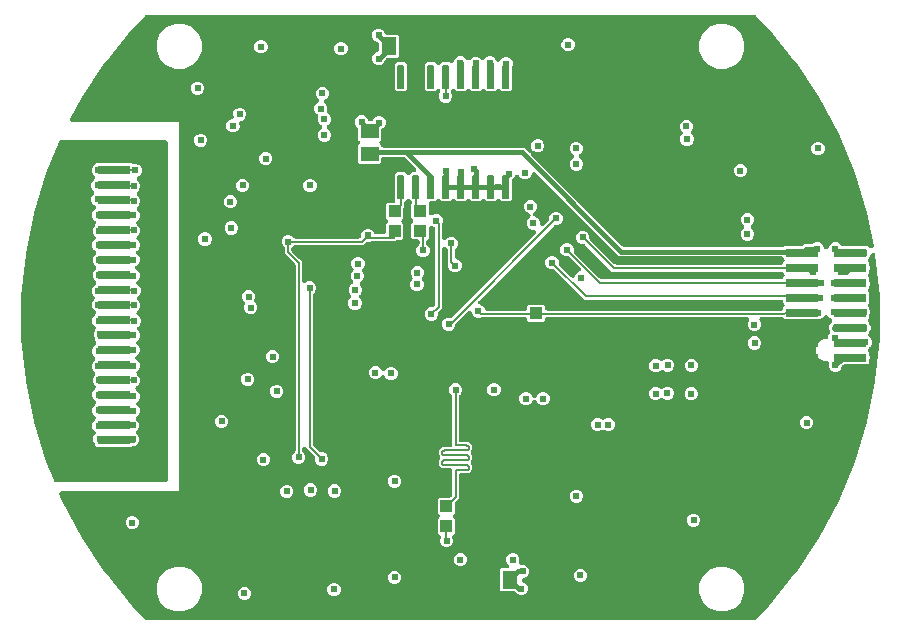
<source format=gbr>
G04 EAGLE Gerber RS-274X export*
G75*
%MOMM*%
%FSLAX34Y34*%
%LPD*%
%INBottom Copper*%
%IPPOS*%
%AMOC8*
5,1,8,0,0,1.08239X$1,22.5*%
G01*
%ADD10R,1.300000X1.500000*%
%ADD11R,1.500000X1.300000*%
%ADD12R,1.100000X1.000000*%
%ADD13C,0.147500*%
%ADD14R,2.790000X0.740000*%
%ADD15C,0.610000*%
%ADD16C,0.146813*%
%ADD17C,0.200000*%
%ADD18C,0.400000*%
%ADD19C,0.152400*%

G36*
X777500Y4008D02*
X777500Y4008D01*
X777570Y4006D01*
X777698Y4028D01*
X777828Y4041D01*
X777895Y4061D01*
X777964Y4073D01*
X778085Y4120D01*
X778210Y4159D01*
X778271Y4192D01*
X778336Y4218D01*
X778445Y4288D01*
X778560Y4350D01*
X778614Y4396D01*
X778672Y4433D01*
X778842Y4588D01*
X778865Y4608D01*
X778870Y4614D01*
X778878Y4621D01*
X789447Y15722D01*
X789478Y15761D01*
X789544Y15832D01*
X812062Y43270D01*
X812094Y43317D01*
X812179Y43427D01*
X831899Y72941D01*
X831926Y72991D01*
X832000Y73109D01*
X848732Y104413D01*
X848754Y104465D01*
X848816Y104590D01*
X862399Y137383D01*
X862416Y137438D01*
X862465Y137568D01*
X872769Y171535D01*
X872780Y171590D01*
X872817Y171725D01*
X879742Y206538D01*
X879747Y206595D01*
X879770Y206732D01*
X883249Y242056D01*
X883249Y242113D01*
X883259Y242252D01*
X883259Y277748D01*
X883253Y277804D01*
X883249Y277944D01*
X879811Y312857D01*
X879789Y312964D01*
X879778Y313073D01*
X879750Y313159D01*
X879732Y313248D01*
X879690Y313349D01*
X879657Y313453D01*
X879612Y313533D01*
X879577Y313616D01*
X879515Y313707D01*
X879462Y313802D01*
X879403Y313871D01*
X879352Y313946D01*
X879274Y314023D01*
X879203Y314106D01*
X879131Y314162D01*
X879066Y314225D01*
X878974Y314284D01*
X878888Y314352D01*
X878806Y314392D01*
X878730Y314441D01*
X878628Y314481D01*
X878530Y314530D01*
X878443Y314553D01*
X878358Y314586D01*
X878250Y314605D01*
X878144Y314634D01*
X878054Y314639D01*
X877965Y314655D01*
X877855Y314652D01*
X877746Y314658D01*
X877656Y314646D01*
X877565Y314643D01*
X877459Y314619D01*
X877350Y314604D01*
X877265Y314574D01*
X877176Y314553D01*
X877077Y314507D01*
X876973Y314471D01*
X876896Y314425D01*
X876813Y314387D01*
X876724Y314323D01*
X876630Y314266D01*
X876563Y314205D01*
X876490Y314152D01*
X876416Y314071D01*
X876335Y313998D01*
X876281Y313924D01*
X876220Y313858D01*
X876163Y313764D01*
X876099Y313676D01*
X876043Y313564D01*
X876014Y313515D01*
X876002Y313481D01*
X875974Y313426D01*
X875224Y311615D01*
X875086Y311477D01*
X875058Y311442D01*
X875024Y311411D01*
X874932Y311287D01*
X874833Y311168D01*
X874812Y311127D01*
X874785Y311091D01*
X874719Y310951D01*
X874647Y310814D01*
X874634Y310771D01*
X874615Y310730D01*
X874578Y310579D01*
X874549Y310480D01*
X874093Y310024D01*
X874074Y310000D01*
X874051Y309980D01*
X873948Y309846D01*
X873840Y309714D01*
X873826Y309688D01*
X873808Y309664D01*
X873733Y309511D01*
X873654Y309361D01*
X873646Y309332D01*
X873632Y309305D01*
X873589Y309140D01*
X873542Y308978D01*
X873539Y308948D01*
X873531Y308918D01*
X873522Y308749D01*
X873508Y308580D01*
X873511Y308550D01*
X873510Y308520D01*
X873534Y308352D01*
X873554Y308183D01*
X873563Y308154D01*
X873567Y308124D01*
X873625Y307965D01*
X873678Y307803D01*
X873692Y307777D01*
X873703Y307748D01*
X873791Y307603D01*
X873874Y307456D01*
X873894Y307433D01*
X873910Y307407D01*
X874093Y307196D01*
X874501Y306789D01*
X874501Y305344D01*
X874506Y305291D01*
X874504Y305239D01*
X874526Y305093D01*
X874541Y304947D01*
X874556Y304896D01*
X874564Y304844D01*
X874653Y304579D01*
X875177Y303314D01*
X875177Y301090D01*
X874653Y299825D01*
X874638Y299775D01*
X874615Y299727D01*
X874580Y299584D01*
X874538Y299443D01*
X874533Y299390D01*
X874520Y299339D01*
X874501Y299060D01*
X874501Y297731D01*
X874093Y297324D01*
X874074Y297300D01*
X874051Y297280D01*
X873948Y297146D01*
X873840Y297014D01*
X873826Y296988D01*
X873808Y296964D01*
X873733Y296811D01*
X873654Y296661D01*
X873646Y296632D01*
X873632Y296605D01*
X873589Y296440D01*
X873542Y296278D01*
X873539Y296248D01*
X873531Y296218D01*
X873522Y296049D01*
X873508Y295880D01*
X873511Y295850D01*
X873510Y295820D01*
X873534Y295652D01*
X873554Y295483D01*
X873563Y295454D01*
X873567Y295424D01*
X873625Y295265D01*
X873678Y295103D01*
X873692Y295077D01*
X873703Y295048D01*
X873791Y294903D01*
X873874Y294756D01*
X873894Y294733D01*
X873910Y294707D01*
X874093Y294496D01*
X874501Y294089D01*
X874501Y292016D01*
X874506Y291963D01*
X874504Y291911D01*
X874526Y291765D01*
X874541Y291619D01*
X874556Y291568D01*
X874564Y291516D01*
X874653Y291251D01*
X875177Y289986D01*
X875177Y287762D01*
X874653Y286497D01*
X874638Y286447D01*
X874615Y286399D01*
X874580Y286256D01*
X874538Y286115D01*
X874533Y286062D01*
X874520Y286011D01*
X874501Y285732D01*
X874501Y285031D01*
X874093Y284624D01*
X874074Y284600D01*
X874051Y284580D01*
X873948Y284446D01*
X873840Y284314D01*
X873826Y284288D01*
X873808Y284264D01*
X873733Y284111D01*
X873654Y283961D01*
X873646Y283932D01*
X873632Y283905D01*
X873589Y283740D01*
X873542Y283578D01*
X873539Y283548D01*
X873531Y283518D01*
X873522Y283349D01*
X873508Y283180D01*
X873511Y283150D01*
X873510Y283120D01*
X873534Y282952D01*
X873554Y282783D01*
X873563Y282754D01*
X873567Y282724D01*
X873625Y282565D01*
X873678Y282403D01*
X873692Y282377D01*
X873703Y282348D01*
X873791Y282203D01*
X873874Y282056D01*
X873894Y282033D01*
X873910Y282007D01*
X874093Y281796D01*
X874501Y281389D01*
X874501Y272331D01*
X874093Y271924D01*
X874074Y271900D01*
X874051Y271880D01*
X873948Y271746D01*
X873840Y271614D01*
X873826Y271588D01*
X873808Y271564D01*
X873733Y271411D01*
X873654Y271261D01*
X873646Y271232D01*
X873632Y271205D01*
X873589Y271040D01*
X873542Y270878D01*
X873539Y270848D01*
X873531Y270818D01*
X873522Y270649D01*
X873508Y270480D01*
X873511Y270450D01*
X873510Y270420D01*
X873534Y270252D01*
X873554Y270083D01*
X873563Y270054D01*
X873567Y270024D01*
X873625Y269865D01*
X873678Y269703D01*
X873692Y269677D01*
X873703Y269648D01*
X873791Y269503D01*
X873874Y269356D01*
X873894Y269333D01*
X873910Y269307D01*
X874093Y269096D01*
X874501Y268689D01*
X874501Y268622D01*
X874506Y268569D01*
X874504Y268516D01*
X874526Y268371D01*
X874541Y268224D01*
X874556Y268174D01*
X874564Y268122D01*
X874653Y267857D01*
X875568Y265649D01*
X875568Y263425D01*
X874653Y261216D01*
X874638Y261166D01*
X874615Y261118D01*
X874580Y260975D01*
X874538Y260834D01*
X874533Y260781D01*
X874520Y260730D01*
X874501Y260451D01*
X874501Y259631D01*
X874093Y259224D01*
X874074Y259200D01*
X874051Y259180D01*
X873947Y259045D01*
X873840Y258914D01*
X873826Y258888D01*
X873808Y258864D01*
X873733Y258711D01*
X873654Y258561D01*
X873646Y258532D01*
X873632Y258505D01*
X873589Y258340D01*
X873542Y258178D01*
X873539Y258148D01*
X873531Y258118D01*
X873522Y257949D01*
X873508Y257780D01*
X873511Y257750D01*
X873510Y257720D01*
X873534Y257552D01*
X873554Y257383D01*
X873563Y257354D01*
X873567Y257324D01*
X873625Y257165D01*
X873678Y257003D01*
X873692Y256977D01*
X873703Y256948D01*
X873791Y256803D01*
X873874Y256656D01*
X873894Y256633D01*
X873910Y256607D01*
X874093Y256396D01*
X874501Y255989D01*
X874501Y255628D01*
X874505Y255583D01*
X874503Y255538D01*
X874505Y255524D01*
X874505Y255522D01*
X874515Y255457D01*
X874525Y255385D01*
X874541Y255231D01*
X874554Y255188D01*
X874561Y255143D01*
X874565Y255131D01*
X874565Y255127D01*
X874654Y254862D01*
X874657Y254855D01*
X874659Y254849D01*
X874661Y254845D01*
X875657Y252440D01*
X875657Y250216D01*
X874654Y247793D01*
X874653Y247789D01*
X874647Y247778D01*
X874634Y247735D01*
X874615Y247694D01*
X874578Y247543D01*
X874564Y247494D01*
X874539Y247411D01*
X874539Y247408D01*
X874535Y247395D01*
X874531Y247350D01*
X874520Y247306D01*
X874501Y247027D01*
X874501Y246931D01*
X874188Y246618D01*
X874169Y246595D01*
X874146Y246575D01*
X874043Y246441D01*
X873935Y246309D01*
X873921Y246282D01*
X873902Y246258D01*
X873828Y246106D01*
X873749Y245956D01*
X873740Y245927D01*
X873727Y245900D01*
X873684Y245735D01*
X873636Y245572D01*
X873634Y245542D01*
X873626Y245513D01*
X873617Y245344D01*
X873602Y245174D01*
X873606Y245144D01*
X873604Y245114D01*
X873629Y244947D01*
X873648Y244778D01*
X873658Y244749D01*
X873662Y244719D01*
X873719Y244560D01*
X873772Y244398D01*
X873787Y244372D01*
X873797Y244343D01*
X873885Y244198D01*
X873969Y244050D01*
X873989Y244028D01*
X874005Y244002D01*
X874188Y243791D01*
X875705Y242274D01*
X876556Y240219D01*
X876556Y237995D01*
X875705Y235940D01*
X875086Y235322D01*
X875079Y235313D01*
X875071Y235307D01*
X875051Y235281D01*
X875024Y235257D01*
X874931Y235133D01*
X874834Y235013D01*
X874824Y234995D01*
X874823Y234994D01*
X874814Y234976D01*
X874812Y234973D01*
X874785Y234936D01*
X874719Y234797D01*
X874647Y234660D01*
X874634Y234616D01*
X874615Y234575D01*
X874578Y234425D01*
X874535Y234276D01*
X874534Y234264D01*
X874093Y233824D01*
X874074Y233800D01*
X874051Y233780D01*
X873948Y233646D01*
X873840Y233514D01*
X873826Y233488D01*
X873808Y233464D01*
X873733Y233311D01*
X873654Y233161D01*
X873646Y233132D01*
X873632Y233105D01*
X873589Y232940D01*
X873542Y232778D01*
X873539Y232748D01*
X873531Y232718D01*
X873522Y232549D01*
X873508Y232380D01*
X873511Y232350D01*
X873510Y232320D01*
X873534Y232152D01*
X873554Y231983D01*
X873563Y231954D01*
X873567Y231924D01*
X873625Y231765D01*
X873678Y231603D01*
X873693Y231577D01*
X873703Y231548D01*
X873791Y231403D01*
X873874Y231256D01*
X873894Y231233D01*
X873910Y231207D01*
X874093Y230996D01*
X874501Y230589D01*
X874501Y228428D01*
X874506Y228376D01*
X874504Y228323D01*
X874526Y228177D01*
X874541Y228031D01*
X874556Y227980D01*
X874564Y227928D01*
X874653Y227663D01*
X874849Y227190D01*
X874849Y224966D01*
X874653Y224493D01*
X874638Y224443D01*
X874615Y224395D01*
X874580Y224252D01*
X874538Y224111D01*
X874533Y224058D01*
X874520Y224007D01*
X874501Y223728D01*
X874501Y221531D01*
X873329Y220359D01*
X853453Y220359D01*
X853422Y220356D01*
X853392Y220358D01*
X853224Y220336D01*
X853055Y220319D01*
X853026Y220310D01*
X852996Y220306D01*
X852836Y220251D01*
X852674Y220201D01*
X852647Y220187D01*
X852618Y220177D01*
X852472Y220091D01*
X852323Y220010D01*
X852300Y219990D01*
X852274Y219975D01*
X852147Y219862D01*
X852018Y219752D01*
X851999Y219729D01*
X851976Y219708D01*
X851875Y219572D01*
X851770Y219439D01*
X851756Y219412D01*
X851738Y219388D01*
X851666Y219235D01*
X851589Y219083D01*
X851581Y219054D01*
X851568Y219027D01*
X851527Y218861D01*
X851482Y218698D01*
X851480Y218668D01*
X851473Y218639D01*
X851470Y218603D01*
X850602Y216507D01*
X849029Y214935D01*
X846975Y214084D01*
X844750Y214084D01*
X842696Y214935D01*
X841123Y216507D01*
X840272Y218562D01*
X840272Y220877D01*
X840287Y220927D01*
X840289Y220950D01*
X840295Y220972D01*
X840308Y221148D01*
X840324Y221325D01*
X840321Y221348D01*
X840323Y221370D01*
X840300Y221546D01*
X840281Y221722D01*
X840274Y221744D01*
X840271Y221766D01*
X840214Y221934D01*
X840160Y222103D01*
X840149Y222123D01*
X840142Y222144D01*
X840052Y222297D01*
X839966Y222452D01*
X839951Y222469D01*
X839940Y222489D01*
X839822Y222620D01*
X839706Y222755D01*
X839688Y222769D01*
X839673Y222786D01*
X839531Y222892D01*
X839391Y223001D01*
X839371Y223011D01*
X839353Y223025D01*
X839192Y223100D01*
X839034Y223179D01*
X839012Y223185D01*
X838991Y223195D01*
X838819Y223237D01*
X838648Y223283D01*
X838625Y223284D01*
X838603Y223290D01*
X838325Y223309D01*
X836390Y223309D01*
X833045Y224695D01*
X830485Y227255D01*
X829099Y230600D01*
X829099Y234220D01*
X830485Y237565D01*
X833045Y240125D01*
X836390Y241511D01*
X837706Y241511D01*
X837736Y241514D01*
X837766Y241512D01*
X837934Y241534D01*
X838103Y241551D01*
X838132Y241560D01*
X838162Y241564D01*
X838322Y241619D01*
X838485Y241669D01*
X838511Y241683D01*
X838540Y241693D01*
X838686Y241779D01*
X838835Y241860D01*
X838858Y241880D01*
X838884Y241895D01*
X839011Y242008D01*
X839141Y242118D01*
X839159Y242141D01*
X839182Y242162D01*
X839283Y242298D01*
X839389Y242431D01*
X839402Y242458D01*
X839420Y242482D01*
X839493Y242635D01*
X839570Y242787D01*
X839578Y242816D01*
X839591Y242843D01*
X839631Y243009D01*
X839676Y243172D01*
X839678Y243202D01*
X839685Y243231D01*
X839705Y243510D01*
X839705Y243609D01*
X840556Y245664D01*
X840897Y246005D01*
X840921Y246034D01*
X840950Y246060D01*
X841047Y246189D01*
X841150Y246314D01*
X841168Y246348D01*
X841191Y246378D01*
X841261Y246524D01*
X841336Y246668D01*
X841347Y246704D01*
X841363Y246738D01*
X841403Y246895D01*
X841449Y247051D01*
X841452Y247089D01*
X841461Y247125D01*
X841469Y247287D01*
X841483Y247449D01*
X841478Y247487D01*
X841480Y247524D01*
X841455Y247684D01*
X841437Y247846D01*
X841425Y247882D01*
X841419Y247919D01*
X841331Y248184D01*
X840999Y248985D01*
X840974Y249031D01*
X840956Y249081D01*
X840880Y249207D01*
X840810Y249337D01*
X840776Y249377D01*
X840749Y249423D01*
X840566Y249633D01*
X840418Y249781D01*
X840418Y253095D01*
X840566Y253243D01*
X840599Y253284D01*
X840638Y253319D01*
X840725Y253438D01*
X840818Y253552D01*
X840843Y253599D01*
X840874Y253641D01*
X840999Y253891D01*
X841295Y254605D01*
X842014Y255324D01*
X842042Y255359D01*
X842076Y255389D01*
X842168Y255513D01*
X842267Y255633D01*
X842288Y255673D01*
X842299Y255688D01*
X842657Y256046D01*
X842671Y256064D01*
X842689Y256079D01*
X842798Y256218D01*
X842910Y256356D01*
X842920Y256376D01*
X842934Y256394D01*
X843013Y256552D01*
X843096Y256709D01*
X843102Y256731D01*
X843113Y256751D01*
X843158Y256921D01*
X843208Y257092D01*
X843210Y257115D01*
X843216Y257137D01*
X843227Y257313D01*
X843242Y257490D01*
X843240Y257513D01*
X843241Y257536D01*
X843217Y257710D01*
X843196Y257887D01*
X843189Y257909D01*
X843186Y257931D01*
X843128Y258098D01*
X843073Y258267D01*
X843061Y258287D01*
X843054Y258308D01*
X842964Y258459D01*
X842876Y258614D01*
X842861Y258631D01*
X842849Y258651D01*
X842730Y258782D01*
X842614Y258916D01*
X842596Y258930D01*
X842580Y258946D01*
X842438Y259051D01*
X842297Y259159D01*
X842276Y259169D01*
X842258Y259183D01*
X842008Y259307D01*
X841252Y259620D01*
X839466Y261407D01*
X839448Y261421D01*
X839433Y261438D01*
X839294Y261547D01*
X839157Y261659D01*
X839136Y261670D01*
X839118Y261684D01*
X838960Y261763D01*
X838803Y261846D01*
X838781Y261852D01*
X838761Y261862D01*
X838590Y261908D01*
X838420Y261958D01*
X838397Y261960D01*
X838375Y261966D01*
X838198Y261977D01*
X838022Y261992D01*
X837999Y261989D01*
X837976Y261991D01*
X837801Y261966D01*
X837625Y261946D01*
X837603Y261939D01*
X837581Y261936D01*
X837413Y261877D01*
X837245Y261822D01*
X837226Y261811D01*
X837204Y261803D01*
X837052Y261713D01*
X836898Y261625D01*
X836881Y261610D01*
X836861Y261599D01*
X836730Y261480D01*
X836596Y261363D01*
X836582Y261345D01*
X836566Y261330D01*
X836461Y261187D01*
X836353Y261047D01*
X836352Y261044D01*
X834731Y259423D01*
X833155Y258770D01*
X833108Y258745D01*
X833058Y258727D01*
X832932Y258651D01*
X832803Y258581D01*
X832762Y258547D01*
X832717Y258520D01*
X832647Y258459D01*
X803071Y258459D01*
X801728Y259802D01*
X801693Y259831D01*
X801663Y259865D01*
X801539Y259957D01*
X801419Y260055D01*
X801379Y260076D01*
X801342Y260103D01*
X801203Y260169D01*
X801066Y260242D01*
X801022Y260254D01*
X800981Y260274D01*
X800831Y260310D01*
X800682Y260354D01*
X800637Y260358D01*
X800593Y260368D01*
X800314Y260388D01*
X783561Y260388D01*
X783546Y260386D01*
X783530Y260388D01*
X783347Y260366D01*
X783163Y260348D01*
X783149Y260344D01*
X783134Y260342D01*
X782958Y260285D01*
X782782Y260230D01*
X782768Y260223D01*
X782754Y260218D01*
X782594Y260127D01*
X782431Y260038D01*
X782420Y260029D01*
X782406Y260021D01*
X782267Y259900D01*
X782126Y259781D01*
X782117Y259769D01*
X782105Y259759D01*
X781993Y259613D01*
X781878Y259468D01*
X781871Y259454D01*
X781862Y259442D01*
X781781Y259276D01*
X781697Y259112D01*
X781693Y259097D01*
X781686Y259083D01*
X781640Y258904D01*
X781590Y258727D01*
X781589Y258712D01*
X781586Y258697D01*
X781575Y258512D01*
X781563Y258328D01*
X781565Y258313D01*
X781564Y258298D01*
X781590Y258116D01*
X781614Y257932D01*
X781619Y257918D01*
X781622Y257903D01*
X781684Y257730D01*
X781744Y257555D01*
X781752Y257541D01*
X781757Y257527D01*
X781852Y257370D01*
X781943Y257215D01*
X782820Y255099D01*
X782820Y252875D01*
X781969Y250820D01*
X780396Y249247D01*
X778341Y248396D01*
X776117Y248396D01*
X774062Y249247D01*
X772489Y250820D01*
X771638Y252875D01*
X771638Y255099D01*
X772523Y257235D01*
X772563Y257284D01*
X772570Y257297D01*
X772580Y257310D01*
X772664Y257475D01*
X772750Y257637D01*
X772754Y257652D01*
X772761Y257666D01*
X772810Y257844D01*
X772862Y258021D01*
X772863Y258036D01*
X772867Y258051D01*
X772880Y258234D01*
X772896Y258419D01*
X772894Y258434D01*
X772895Y258449D01*
X772871Y258632D01*
X772850Y258815D01*
X772845Y258830D01*
X772843Y258845D01*
X772784Y259020D01*
X772726Y259195D01*
X772719Y259208D01*
X772714Y259223D01*
X772621Y259382D01*
X772530Y259543D01*
X772520Y259554D01*
X772512Y259567D01*
X772389Y259705D01*
X772268Y259844D01*
X772255Y259854D01*
X772245Y259865D01*
X772098Y259975D01*
X771951Y260088D01*
X771937Y260094D01*
X771925Y260103D01*
X771759Y260182D01*
X771592Y260263D01*
X771577Y260267D01*
X771563Y260274D01*
X771385Y260317D01*
X771206Y260364D01*
X771190Y260365D01*
X771175Y260368D01*
X770897Y260388D01*
X608906Y260388D01*
X608861Y260383D01*
X608816Y260386D01*
X608663Y260364D01*
X608628Y260360D01*
X601922Y260360D01*
X601892Y260357D01*
X601862Y260359D01*
X601693Y260337D01*
X601525Y260320D01*
X601496Y260311D01*
X601466Y260307D01*
X601305Y260252D01*
X601143Y260202D01*
X601116Y260188D01*
X601088Y260178D01*
X600942Y260092D01*
X600793Y260010D01*
X600769Y259991D01*
X600743Y259976D01*
X600617Y259862D01*
X600487Y259753D01*
X600468Y259729D01*
X600446Y259709D01*
X600345Y259573D01*
X600239Y259440D01*
X600225Y259413D01*
X600207Y259389D01*
X600135Y259235D01*
X600058Y259084D01*
X600050Y259055D01*
X600037Y259027D01*
X599997Y258862D01*
X599952Y258699D01*
X599950Y258669D01*
X599942Y258639D01*
X599923Y258361D01*
X599923Y257788D01*
X598751Y256616D01*
X586093Y256616D01*
X584921Y257788D01*
X584921Y258389D01*
X584918Y258419D01*
X584920Y258449D01*
X584898Y258617D01*
X584881Y258786D01*
X584873Y258815D01*
X584869Y258845D01*
X584814Y259005D01*
X584763Y259168D01*
X584749Y259194D01*
X584739Y259223D01*
X584653Y259369D01*
X584572Y259518D01*
X584552Y259541D01*
X584537Y259567D01*
X584424Y259694D01*
X584314Y259824D01*
X584291Y259842D01*
X584270Y259865D01*
X584134Y259966D01*
X584001Y260072D01*
X583974Y260085D01*
X583950Y260103D01*
X583797Y260176D01*
X583645Y260253D01*
X583616Y260261D01*
X583589Y260274D01*
X583424Y260314D01*
X583260Y260359D01*
X583230Y260361D01*
X583201Y260368D01*
X582922Y260388D01*
X546547Y260388D01*
X546494Y260383D01*
X546441Y260385D01*
X546296Y260363D01*
X546149Y260348D01*
X546099Y260332D01*
X546047Y260324D01*
X545782Y260236D01*
X544716Y259794D01*
X542491Y259794D01*
X540437Y260645D01*
X538864Y262218D01*
X537926Y264483D01*
X537915Y264503D01*
X537908Y264525D01*
X537821Y264679D01*
X537737Y264835D01*
X537722Y264853D01*
X537711Y264872D01*
X537595Y265006D01*
X537482Y265142D01*
X537464Y265157D01*
X537449Y265174D01*
X537308Y265282D01*
X537170Y265393D01*
X537150Y265403D01*
X537132Y265417D01*
X536973Y265495D01*
X536816Y265576D01*
X536794Y265583D01*
X536774Y265593D01*
X536603Y265637D01*
X536432Y265686D01*
X536409Y265688D01*
X536387Y265693D01*
X536211Y265703D01*
X536033Y265717D01*
X536011Y265714D01*
X535988Y265715D01*
X535813Y265690D01*
X535637Y265668D01*
X535616Y265661D01*
X535593Y265657D01*
X535426Y265597D01*
X535258Y265541D01*
X535239Y265530D01*
X535217Y265522D01*
X535065Y265430D01*
X534912Y265342D01*
X534895Y265327D01*
X534876Y265315D01*
X534665Y265132D01*
X524722Y255189D01*
X524693Y255154D01*
X524660Y255124D01*
X524567Y255000D01*
X524469Y254880D01*
X524448Y254840D01*
X524421Y254803D01*
X524355Y254663D01*
X524283Y254526D01*
X524270Y254483D01*
X524251Y254442D01*
X524214Y254292D01*
X524171Y254143D01*
X524167Y254098D01*
X524156Y254054D01*
X524137Y253775D01*
X524137Y253213D01*
X523286Y251159D01*
X521713Y249586D01*
X519658Y248735D01*
X517434Y248735D01*
X515379Y249586D01*
X513806Y251159D01*
X512955Y253213D01*
X512955Y255438D01*
X513806Y257492D01*
X515379Y259065D01*
X517434Y259916D01*
X519820Y259916D01*
X519964Y259908D01*
X520125Y259893D01*
X520163Y259897D01*
X520202Y259895D01*
X520361Y259919D01*
X520522Y259936D01*
X520559Y259948D01*
X520597Y259953D01*
X520749Y260008D01*
X520903Y260057D01*
X520936Y260075D01*
X520973Y260088D01*
X521111Y260173D01*
X521252Y260251D01*
X521281Y260276D01*
X521314Y260296D01*
X521525Y260479D01*
X591930Y330884D01*
X591940Y330896D01*
X591951Y330906D01*
X592066Y331050D01*
X592183Y331193D01*
X592190Y331207D01*
X592199Y331219D01*
X592283Y331384D01*
X592369Y331547D01*
X592373Y331561D01*
X592380Y331575D01*
X592429Y331753D01*
X592481Y331930D01*
X592483Y331945D01*
X592487Y331960D01*
X592500Y332143D01*
X592515Y332328D01*
X592514Y332343D01*
X592515Y332358D01*
X592491Y332541D01*
X592469Y332725D01*
X592465Y332739D01*
X592463Y332754D01*
X592403Y332929D01*
X592346Y333104D01*
X592338Y333118D01*
X592333Y333132D01*
X592240Y333291D01*
X592149Y333452D01*
X592139Y333463D01*
X592131Y333477D01*
X592008Y333614D01*
X591887Y333753D01*
X591875Y333763D01*
X591865Y333774D01*
X591717Y333884D01*
X591570Y333997D01*
X591556Y334004D01*
X591544Y334013D01*
X591377Y334091D01*
X591211Y334172D01*
X591197Y334176D01*
X591183Y334183D01*
X591003Y334227D01*
X590825Y334273D01*
X590810Y334274D01*
X590795Y334278D01*
X590516Y334297D01*
X588961Y334297D01*
X586906Y335148D01*
X585333Y336721D01*
X584482Y338776D01*
X584482Y341000D01*
X585333Y343055D01*
X587069Y344790D01*
X587106Y344822D01*
X587247Y344940D01*
X587257Y344952D01*
X587269Y344962D01*
X587382Y345107D01*
X587498Y345251D01*
X587505Y345264D01*
X587515Y345277D01*
X587597Y345441D01*
X587682Y345605D01*
X587686Y345620D01*
X587693Y345634D01*
X587740Y345811D01*
X587791Y345989D01*
X587793Y346005D01*
X587797Y346020D01*
X587808Y346204D01*
X587822Y346388D01*
X587820Y346403D01*
X587821Y346418D01*
X587796Y346601D01*
X587774Y346784D01*
X587769Y346799D01*
X587767Y346814D01*
X587706Y346987D01*
X587647Y347163D01*
X587639Y347176D01*
X587634Y347191D01*
X587540Y347349D01*
X587448Y347509D01*
X587437Y347521D01*
X587429Y347534D01*
X587306Y347670D01*
X587184Y347809D01*
X587171Y347818D01*
X587161Y347829D01*
X587012Y347938D01*
X586865Y348050D01*
X586851Y348056D01*
X586839Y348066D01*
X586589Y348190D01*
X584376Y349107D01*
X582804Y350679D01*
X581952Y352734D01*
X581952Y354958D01*
X582804Y357013D01*
X584376Y358586D01*
X586431Y359437D01*
X588655Y359437D01*
X590710Y358586D01*
X592283Y357013D01*
X593134Y354958D01*
X593134Y352734D01*
X592283Y350679D01*
X590547Y348944D01*
X590510Y348912D01*
X590368Y348794D01*
X590359Y348782D01*
X590347Y348772D01*
X590233Y348627D01*
X590118Y348483D01*
X590111Y348470D01*
X590101Y348457D01*
X590019Y348293D01*
X589934Y348129D01*
X589930Y348114D01*
X589923Y348100D01*
X589875Y347922D01*
X589824Y347745D01*
X589823Y347729D01*
X589819Y347714D01*
X589808Y347530D01*
X589793Y347346D01*
X589795Y347331D01*
X589794Y347316D01*
X589820Y347133D01*
X589842Y346950D01*
X589847Y346935D01*
X589849Y346920D01*
X589910Y346747D01*
X589969Y346571D01*
X589976Y346558D01*
X589982Y346543D01*
X590077Y346384D01*
X590168Y346225D01*
X590178Y346213D01*
X590186Y346200D01*
X590311Y346063D01*
X590432Y345925D01*
X590445Y345916D01*
X590455Y345905D01*
X590603Y345796D01*
X590751Y345684D01*
X590765Y345678D01*
X590777Y345668D01*
X591027Y345544D01*
X593240Y344627D01*
X594812Y343055D01*
X595663Y341000D01*
X595663Y339444D01*
X595665Y339429D01*
X595664Y339414D01*
X595685Y339230D01*
X595703Y339047D01*
X595708Y339032D01*
X595709Y339017D01*
X595767Y338842D01*
X595821Y338665D01*
X595829Y338652D01*
X595833Y338637D01*
X595924Y338478D01*
X596013Y338315D01*
X596023Y338303D01*
X596030Y338290D01*
X596151Y338151D01*
X596270Y338009D01*
X596282Y338000D01*
X596292Y337988D01*
X596438Y337876D01*
X596583Y337761D01*
X596597Y337754D01*
X596609Y337745D01*
X596774Y337664D01*
X596940Y337580D01*
X596954Y337576D01*
X596968Y337570D01*
X597146Y337523D01*
X597324Y337474D01*
X597340Y337473D01*
X597354Y337469D01*
X597538Y337459D01*
X597723Y337446D01*
X597738Y337448D01*
X597753Y337447D01*
X597936Y337474D01*
X598119Y337498D01*
X598133Y337503D01*
X598148Y337505D01*
X598323Y337568D01*
X598497Y337627D01*
X598510Y337635D01*
X598524Y337640D01*
X598682Y337736D01*
X598841Y337829D01*
X598853Y337839D01*
X598866Y337847D01*
X599076Y338030D01*
X603137Y342091D01*
X603166Y342126D01*
X603199Y342156D01*
X603292Y342280D01*
X603390Y342400D01*
X603411Y342440D01*
X603438Y342477D01*
X603504Y342617D01*
X603576Y342754D01*
X603589Y342797D01*
X603608Y342838D01*
X603645Y342989D01*
X603688Y343137D01*
X603692Y343182D01*
X603703Y343226D01*
X603722Y343505D01*
X603722Y345136D01*
X604574Y347191D01*
X606146Y348763D01*
X608201Y349614D01*
X610425Y349614D01*
X612480Y348763D01*
X614053Y347191D01*
X614904Y345136D01*
X614904Y342912D01*
X614053Y340857D01*
X612480Y339284D01*
X610425Y338433D01*
X608794Y338433D01*
X608749Y338428D01*
X608704Y338431D01*
X608551Y338408D01*
X608397Y338393D01*
X608354Y338380D01*
X608309Y338373D01*
X608163Y338321D01*
X608015Y338275D01*
X607975Y338253D01*
X607933Y338238D01*
X607801Y338158D01*
X607665Y338083D01*
X607630Y338054D01*
X607591Y338031D01*
X607381Y337847D01*
X543857Y274324D01*
X543842Y274306D01*
X543825Y274291D01*
X543716Y274151D01*
X543604Y274014D01*
X543593Y273994D01*
X543579Y273976D01*
X543500Y273817D01*
X543418Y273661D01*
X543411Y273639D01*
X543401Y273619D01*
X543355Y273448D01*
X543305Y273278D01*
X543303Y273255D01*
X543297Y273233D01*
X543286Y273056D01*
X543271Y272880D01*
X543274Y272857D01*
X543273Y272834D01*
X543297Y272659D01*
X543317Y272483D01*
X543324Y272461D01*
X543327Y272439D01*
X543386Y272271D01*
X543441Y272103D01*
X543452Y272083D01*
X543460Y272062D01*
X543551Y271909D01*
X543638Y271756D01*
X543653Y271739D01*
X543665Y271719D01*
X543784Y271588D01*
X543900Y271454D01*
X543918Y271440D01*
X543933Y271424D01*
X544076Y271319D01*
X544217Y271211D01*
X544237Y271201D01*
X544255Y271187D01*
X544505Y271063D01*
X546770Y270125D01*
X548343Y268552D01*
X548948Y267092D01*
X548957Y267075D01*
X548959Y267068D01*
X548967Y267054D01*
X548978Y267023D01*
X549060Y266883D01*
X549137Y266740D01*
X549161Y266711D01*
X549180Y266678D01*
X549288Y266557D01*
X549392Y266433D01*
X549421Y266409D01*
X549447Y266381D01*
X549577Y266284D01*
X549703Y266182D01*
X549737Y266165D01*
X549767Y266142D01*
X549914Y266073D01*
X550058Y265998D01*
X550094Y265988D01*
X550128Y265972D01*
X550286Y265933D01*
X550442Y265889D01*
X550480Y265886D01*
X550516Y265877D01*
X550795Y265858D01*
X582922Y265858D01*
X582952Y265861D01*
X582982Y265858D01*
X583151Y265881D01*
X583320Y265897D01*
X583348Y265906D01*
X583378Y265910D01*
X583539Y265965D01*
X583701Y266016D01*
X583728Y266030D01*
X583756Y266040D01*
X583902Y266126D01*
X584052Y266207D01*
X584075Y266227D01*
X584101Y266242D01*
X584227Y266355D01*
X584357Y266465D01*
X584376Y266488D01*
X584398Y266509D01*
X584500Y266644D01*
X584605Y266778D01*
X584619Y266805D01*
X584637Y266829D01*
X584709Y266982D01*
X584786Y267134D01*
X584794Y267163D01*
X584807Y267190D01*
X584847Y267355D01*
X584893Y267519D01*
X584895Y267549D01*
X584902Y267578D01*
X584921Y267857D01*
X584921Y269446D01*
X586093Y270618D01*
X598751Y270618D01*
X599923Y269446D01*
X599923Y267885D01*
X599925Y267862D01*
X599924Y267841D01*
X599925Y267836D01*
X599924Y267824D01*
X599946Y267656D01*
X599963Y267487D01*
X599972Y267458D01*
X599976Y267428D01*
X600031Y267268D01*
X600081Y267106D01*
X600095Y267079D01*
X600105Y267051D01*
X600191Y266905D01*
X600272Y266755D01*
X600292Y266732D01*
X600307Y266706D01*
X600420Y266580D01*
X600530Y266450D01*
X600554Y266431D01*
X600574Y266409D01*
X600710Y266307D01*
X600843Y266202D01*
X600870Y266188D01*
X600894Y266170D01*
X601047Y266098D01*
X601199Y266021D01*
X601228Y266013D01*
X601256Y266000D01*
X601421Y265960D01*
X601584Y265914D01*
X601614Y265912D01*
X601644Y265905D01*
X601922Y265886D01*
X608593Y265886D01*
X608628Y265877D01*
X608906Y265858D01*
X799900Y265858D01*
X799930Y265861D01*
X799960Y265858D01*
X800129Y265881D01*
X800297Y265897D01*
X800326Y265906D01*
X800356Y265910D01*
X800517Y265965D01*
X800679Y266016D01*
X800706Y266030D01*
X800734Y266040D01*
X800880Y266126D01*
X801029Y266207D01*
X801053Y266227D01*
X801079Y266242D01*
X801205Y266355D01*
X801335Y266465D01*
X801354Y266488D01*
X801376Y266509D01*
X801477Y266644D01*
X801583Y266778D01*
X801597Y266805D01*
X801615Y266829D01*
X801687Y266982D01*
X801764Y267134D01*
X801772Y267163D01*
X801785Y267190D01*
X801825Y267355D01*
X801870Y267519D01*
X801873Y267549D01*
X801880Y267578D01*
X801899Y267857D01*
X801899Y268689D01*
X802307Y269096D01*
X802326Y269120D01*
X802349Y269140D01*
X802452Y269274D01*
X802560Y269406D01*
X802574Y269432D01*
X802592Y269456D01*
X802667Y269609D01*
X802746Y269759D01*
X802754Y269788D01*
X802768Y269815D01*
X802810Y269979D01*
X802858Y270142D01*
X802861Y270172D01*
X802868Y270202D01*
X802878Y270370D01*
X802892Y270540D01*
X802889Y270570D01*
X802890Y270600D01*
X802866Y270768D01*
X802846Y270937D01*
X802837Y270966D01*
X802833Y270996D01*
X802775Y271156D01*
X802722Y271317D01*
X802708Y271343D01*
X802697Y271371D01*
X802609Y271517D01*
X802526Y271664D01*
X802506Y271687D01*
X802490Y271713D01*
X802307Y271924D01*
X801899Y272331D01*
X801899Y273101D01*
X801896Y273132D01*
X801898Y273162D01*
X801876Y273330D01*
X801859Y273499D01*
X801850Y273528D01*
X801846Y273558D01*
X801791Y273718D01*
X801741Y273880D01*
X801727Y273907D01*
X801717Y273936D01*
X801631Y274082D01*
X801550Y274231D01*
X801530Y274254D01*
X801515Y274280D01*
X801402Y274407D01*
X801292Y274536D01*
X801269Y274555D01*
X801248Y274578D01*
X801112Y274679D01*
X800979Y274784D01*
X800952Y274798D01*
X800928Y274816D01*
X800775Y274888D01*
X800623Y274965D01*
X800594Y274973D01*
X800567Y274986D01*
X800401Y275027D01*
X800238Y275072D01*
X800208Y275074D01*
X800179Y275081D01*
X799900Y275101D01*
X633475Y275101D01*
X631287Y277288D01*
X608197Y300378D01*
X608162Y300407D01*
X608132Y300441D01*
X608008Y300533D01*
X607888Y300631D01*
X607848Y300652D01*
X607811Y300679D01*
X607671Y300745D01*
X607534Y300817D01*
X607491Y300830D01*
X607450Y300849D01*
X607300Y300886D01*
X607151Y300930D01*
X607106Y300933D01*
X607062Y300944D01*
X606783Y300964D01*
X604776Y300964D01*
X602721Y301815D01*
X601149Y303388D01*
X600298Y305442D01*
X600298Y307667D01*
X601149Y309721D01*
X602721Y311294D01*
X604776Y312145D01*
X607000Y312145D01*
X609055Y311294D01*
X610628Y309721D01*
X611479Y307667D01*
X611479Y305659D01*
X611484Y305614D01*
X611481Y305569D01*
X611504Y305416D01*
X611519Y305262D01*
X611532Y305219D01*
X611539Y305174D01*
X611591Y305028D01*
X611637Y304880D01*
X611659Y304841D01*
X611674Y304798D01*
X611754Y304666D01*
X611829Y304530D01*
X611858Y304495D01*
X611881Y304457D01*
X612065Y304246D01*
X622044Y294267D01*
X622061Y294252D01*
X622076Y294235D01*
X622216Y294126D01*
X622353Y294014D01*
X622373Y294003D01*
X622391Y293989D01*
X622550Y293910D01*
X622706Y293828D01*
X622728Y293821D01*
X622748Y293811D01*
X622919Y293765D01*
X623090Y293715D01*
X623112Y293713D01*
X623134Y293707D01*
X623311Y293696D01*
X623487Y293681D01*
X623510Y293684D01*
X623533Y293683D01*
X623709Y293707D01*
X623884Y293727D01*
X623906Y293734D01*
X623928Y293737D01*
X624096Y293796D01*
X624264Y293851D01*
X624284Y293862D01*
X624305Y293870D01*
X624457Y293961D01*
X624612Y294048D01*
X624629Y294063D01*
X624648Y294075D01*
X624779Y294193D01*
X624913Y294310D01*
X624927Y294328D01*
X624944Y294343D01*
X625048Y294486D01*
X625156Y294627D01*
X625166Y294647D01*
X625180Y294665D01*
X625304Y294915D01*
X626089Y296810D01*
X627662Y298382D01*
X629151Y298999D01*
X629171Y299010D01*
X629192Y299017D01*
X629347Y299104D01*
X629503Y299188D01*
X629520Y299203D01*
X629540Y299214D01*
X629673Y299330D01*
X629810Y299443D01*
X629824Y299461D01*
X629841Y299476D01*
X629949Y299616D01*
X630061Y299754D01*
X630071Y299774D01*
X630085Y299792D01*
X630162Y299951D01*
X630244Y300109D01*
X630250Y300131D01*
X630260Y300151D01*
X630305Y300322D01*
X630354Y300493D01*
X630355Y300516D01*
X630361Y300538D01*
X630371Y300714D01*
X630385Y300891D01*
X630382Y300914D01*
X630383Y300937D01*
X630357Y301112D01*
X630336Y301288D01*
X630328Y301309D01*
X630325Y301332D01*
X630265Y301499D01*
X630209Y301667D01*
X630198Y301686D01*
X630190Y301708D01*
X630098Y301859D01*
X630009Y302013D01*
X629994Y302030D01*
X629983Y302049D01*
X629799Y302260D01*
X620949Y311110D01*
X620914Y311139D01*
X620884Y311172D01*
X620760Y311265D01*
X620640Y311363D01*
X620600Y311384D01*
X620564Y311411D01*
X620424Y311477D01*
X620287Y311549D01*
X620243Y311562D01*
X620202Y311581D01*
X620052Y311618D01*
X619903Y311661D01*
X619858Y311665D01*
X619814Y311676D01*
X619536Y311695D01*
X617529Y311695D01*
X615474Y312547D01*
X613901Y314119D01*
X613050Y316174D01*
X613050Y318398D01*
X613901Y320453D01*
X615474Y322026D01*
X617529Y322877D01*
X619753Y322877D01*
X621807Y322026D01*
X623380Y320453D01*
X624231Y318398D01*
X624231Y316391D01*
X624236Y316346D01*
X624233Y316301D01*
X624256Y316148D01*
X624271Y315994D01*
X624285Y315950D01*
X624291Y315906D01*
X624344Y315760D01*
X624389Y315612D01*
X624411Y315572D01*
X624426Y315530D01*
X624507Y315398D01*
X624581Y315262D01*
X624610Y315227D01*
X624634Y315188D01*
X624817Y314978D01*
X646064Y293730D01*
X646100Y293701D01*
X646130Y293668D01*
X646254Y293575D01*
X646281Y293553D01*
X646926Y292908D01*
X646961Y292880D01*
X646991Y292846D01*
X647115Y292754D01*
X647235Y292655D01*
X647275Y292634D01*
X647311Y292607D01*
X647451Y292541D01*
X647588Y292469D01*
X647632Y292456D01*
X647673Y292437D01*
X647823Y292400D01*
X647971Y292357D01*
X648017Y292353D01*
X648061Y292342D01*
X648339Y292323D01*
X799900Y292323D01*
X799930Y292326D01*
X799960Y292324D01*
X800129Y292346D01*
X800297Y292363D01*
X800326Y292372D01*
X800356Y292376D01*
X800517Y292431D01*
X800679Y292481D01*
X800706Y292495D01*
X800734Y292505D01*
X800880Y292591D01*
X801029Y292672D01*
X801053Y292692D01*
X801079Y292707D01*
X801205Y292820D01*
X801335Y292930D01*
X801354Y292953D01*
X801376Y292974D01*
X801477Y293110D01*
X801583Y293243D01*
X801597Y293270D01*
X801615Y293294D01*
X801687Y293447D01*
X801764Y293599D01*
X801772Y293628D01*
X801785Y293655D01*
X801825Y293821D01*
X801870Y293984D01*
X801873Y294014D01*
X801880Y294043D01*
X801882Y294071D01*
X802307Y294496D01*
X802309Y294499D01*
X802315Y294506D01*
X802326Y294520D01*
X802349Y294540D01*
X802452Y294674D01*
X802560Y294806D01*
X802574Y294832D01*
X802592Y294856D01*
X802667Y295009D01*
X802746Y295159D01*
X802754Y295188D01*
X802768Y295215D01*
X802811Y295379D01*
X802858Y295542D01*
X802861Y295572D01*
X802868Y295602D01*
X802878Y295771D01*
X802892Y295940D01*
X802889Y295970D01*
X802890Y296000D01*
X802866Y296169D01*
X802846Y296337D01*
X802837Y296366D01*
X802833Y296396D01*
X802775Y296556D01*
X802722Y296717D01*
X802708Y296743D01*
X802697Y296771D01*
X802609Y296917D01*
X802526Y297064D01*
X802506Y297087D01*
X802490Y297113D01*
X802307Y297324D01*
X801364Y298266D01*
X801329Y298295D01*
X801299Y298329D01*
X801175Y298421D01*
X801055Y298519D01*
X801015Y298540D01*
X800978Y298567D01*
X800839Y298633D01*
X800702Y298706D01*
X800658Y298718D01*
X800617Y298738D01*
X800467Y298774D01*
X800318Y298818D01*
X800273Y298822D01*
X800229Y298832D01*
X799950Y298852D01*
X656782Y298852D01*
X633948Y321686D01*
X633912Y321715D01*
X633882Y321749D01*
X633758Y321841D01*
X633638Y321939D01*
X633598Y321960D01*
X633562Y321987D01*
X633422Y322053D01*
X633285Y322125D01*
X633241Y322138D01*
X633200Y322157D01*
X633050Y322194D01*
X632902Y322238D01*
X632856Y322241D01*
X632812Y322252D01*
X632534Y322272D01*
X630903Y322272D01*
X628848Y323123D01*
X627275Y324696D01*
X626424Y326750D01*
X626424Y328975D01*
X627275Y331029D01*
X628848Y332602D01*
X630903Y333453D01*
X633127Y333453D01*
X635182Y332602D01*
X636755Y331029D01*
X637606Y328975D01*
X637606Y327344D01*
X637610Y327298D01*
X637608Y327253D01*
X637630Y327100D01*
X637646Y326946D01*
X637659Y326903D01*
X637666Y326858D01*
X637718Y326712D01*
X637764Y326565D01*
X637785Y326525D01*
X637801Y326482D01*
X637881Y326350D01*
X637955Y326214D01*
X637985Y326179D01*
X638008Y326141D01*
X638191Y325930D01*
X658682Y305439D01*
X658717Y305410D01*
X658747Y305377D01*
X658871Y305284D01*
X658991Y305186D01*
X659031Y305165D01*
X659068Y305138D01*
X659208Y305072D01*
X659345Y305000D01*
X659388Y304987D01*
X659429Y304968D01*
X659580Y304931D01*
X659728Y304888D01*
X659773Y304884D01*
X659817Y304873D01*
X660096Y304853D01*
X799900Y304853D01*
X799930Y304856D01*
X799960Y304854D01*
X800129Y304876D01*
X800297Y304893D01*
X800326Y304902D01*
X800356Y304906D01*
X800517Y304961D01*
X800679Y305011D01*
X800706Y305026D01*
X800734Y305036D01*
X800880Y305121D01*
X801029Y305203D01*
X801053Y305223D01*
X801079Y305238D01*
X801205Y305351D01*
X801335Y305461D01*
X801354Y305484D01*
X801376Y305504D01*
X801477Y305640D01*
X801583Y305774D01*
X801597Y305801D01*
X801615Y305825D01*
X801687Y305978D01*
X801764Y306130D01*
X801772Y306159D01*
X801785Y306186D01*
X801825Y306351D01*
X801870Y306515D01*
X801873Y306545D01*
X801880Y306574D01*
X801894Y306784D01*
X802307Y307196D01*
X802326Y307220D01*
X802349Y307240D01*
X802452Y307374D01*
X802560Y307506D01*
X802574Y307532D01*
X802592Y307556D01*
X802667Y307709D01*
X802746Y307859D01*
X802754Y307888D01*
X802768Y307915D01*
X802810Y308079D01*
X802858Y308242D01*
X802861Y308272D01*
X802868Y308302D01*
X802878Y308470D01*
X802892Y308640D01*
X802889Y308670D01*
X802890Y308700D01*
X802866Y308868D01*
X802846Y309037D01*
X802837Y309066D01*
X802833Y309096D01*
X802775Y309256D01*
X802722Y309417D01*
X802708Y309443D01*
X802697Y309471D01*
X802609Y309617D01*
X802526Y309764D01*
X802506Y309787D01*
X802490Y309813D01*
X802307Y310024D01*
X801758Y310573D01*
X801741Y310627D01*
X801727Y310653D01*
X801717Y310682D01*
X801631Y310828D01*
X801550Y310977D01*
X801530Y311000D01*
X801515Y311026D01*
X801402Y311153D01*
X801292Y311282D01*
X801269Y311301D01*
X801248Y311324D01*
X801112Y311425D01*
X800979Y311530D01*
X800952Y311544D01*
X800928Y311562D01*
X800775Y311634D01*
X800623Y311711D01*
X800594Y311719D01*
X800567Y311732D01*
X800401Y311773D01*
X800238Y311818D01*
X800208Y311820D01*
X800179Y311827D01*
X799900Y311847D01*
X662631Y311847D01*
X659702Y314776D01*
X592000Y382478D01*
X591983Y382492D01*
X591968Y382509D01*
X591829Y382618D01*
X591691Y382731D01*
X591671Y382741D01*
X591653Y382755D01*
X591494Y382834D01*
X591338Y382917D01*
X591316Y382923D01*
X591296Y382933D01*
X591124Y382979D01*
X590954Y383029D01*
X590932Y383031D01*
X590910Y383037D01*
X590734Y383048D01*
X590556Y383063D01*
X590534Y383060D01*
X590511Y383062D01*
X590336Y383038D01*
X590160Y383017D01*
X590138Y383010D01*
X590115Y383007D01*
X589948Y382948D01*
X589780Y382893D01*
X589760Y382882D01*
X589739Y382875D01*
X589586Y382784D01*
X589432Y382696D01*
X589415Y382682D01*
X589396Y382670D01*
X589264Y382551D01*
X589131Y382434D01*
X589117Y382416D01*
X589100Y382401D01*
X588995Y382258D01*
X588887Y382118D01*
X588877Y382097D01*
X588864Y382079D01*
X588739Y381829D01*
X587796Y379552D01*
X586223Y377979D01*
X584169Y377128D01*
X581944Y377128D01*
X579890Y377979D01*
X578317Y379552D01*
X578177Y379891D01*
X578169Y379904D01*
X578165Y379919D01*
X578075Y380080D01*
X577988Y380243D01*
X577978Y380254D01*
X577971Y380268D01*
X577850Y380409D01*
X577732Y380550D01*
X577721Y380560D01*
X577711Y380571D01*
X577564Y380685D01*
X577421Y380801D01*
X577408Y380807D01*
X577396Y380817D01*
X577230Y380900D01*
X577067Y380984D01*
X577052Y380988D01*
X577038Y380995D01*
X576860Y381043D01*
X576682Y381094D01*
X576667Y381095D01*
X576653Y381099D01*
X576469Y381110D01*
X576284Y381125D01*
X576269Y381123D01*
X576254Y381124D01*
X576071Y381098D01*
X575888Y381076D01*
X575873Y381071D01*
X575858Y381069D01*
X575684Y381008D01*
X575509Y380949D01*
X575496Y380941D01*
X575482Y380936D01*
X575323Y380842D01*
X575163Y380749D01*
X575152Y380739D01*
X575139Y380732D01*
X575003Y380608D01*
X574863Y380485D01*
X574854Y380473D01*
X574843Y380463D01*
X574735Y380315D01*
X574623Y380167D01*
X574616Y380153D01*
X574607Y380141D01*
X574482Y379891D01*
X573902Y378490D01*
X572419Y377007D01*
X572391Y376972D01*
X572357Y376942D01*
X572264Y376818D01*
X572166Y376698D01*
X572145Y376658D01*
X572118Y376621D01*
X572052Y376482D01*
X571980Y376345D01*
X571967Y376301D01*
X571948Y376260D01*
X571911Y376110D01*
X571868Y375961D01*
X571864Y375916D01*
X571853Y375872D01*
X571834Y375594D01*
X571834Y360058D01*
X570230Y358454D01*
X563536Y358454D01*
X561947Y360044D01*
X561923Y360063D01*
X561903Y360086D01*
X561769Y360189D01*
X561637Y360297D01*
X561611Y360311D01*
X561587Y360329D01*
X561434Y360404D01*
X561284Y360483D01*
X561255Y360491D01*
X561228Y360505D01*
X561064Y360547D01*
X560901Y360595D01*
X560871Y360598D01*
X560841Y360605D01*
X560673Y360615D01*
X560503Y360629D01*
X560473Y360626D01*
X560443Y360627D01*
X560275Y360603D01*
X560106Y360583D01*
X560077Y360574D01*
X560047Y360569D01*
X559887Y360512D01*
X559726Y360459D01*
X559700Y360444D01*
X559671Y360434D01*
X559527Y360346D01*
X559379Y360262D01*
X559356Y360243D01*
X559330Y360227D01*
X559119Y360044D01*
X557530Y358454D01*
X550836Y358454D01*
X549247Y360044D01*
X549223Y360063D01*
X549203Y360086D01*
X549069Y360189D01*
X548937Y360297D01*
X548911Y360311D01*
X548887Y360329D01*
X548734Y360404D01*
X548584Y360483D01*
X548555Y360491D01*
X548528Y360505D01*
X548364Y360547D01*
X548201Y360595D01*
X548171Y360598D01*
X548141Y360605D01*
X547973Y360615D01*
X547803Y360629D01*
X547773Y360626D01*
X547743Y360627D01*
X547575Y360603D01*
X547406Y360583D01*
X547377Y360574D01*
X547347Y360569D01*
X547187Y360512D01*
X547026Y360459D01*
X547000Y360444D01*
X546971Y360434D01*
X546827Y360346D01*
X546679Y360262D01*
X546656Y360243D01*
X546630Y360227D01*
X546419Y360044D01*
X544830Y358454D01*
X538136Y358454D01*
X536547Y360044D01*
X536523Y360063D01*
X536503Y360086D01*
X536369Y360189D01*
X536237Y360297D01*
X536211Y360311D01*
X536187Y360329D01*
X536034Y360404D01*
X535884Y360483D01*
X535855Y360491D01*
X535828Y360505D01*
X535664Y360547D01*
X535501Y360595D01*
X535471Y360598D01*
X535441Y360605D01*
X535273Y360615D01*
X535103Y360629D01*
X535073Y360626D01*
X535043Y360627D01*
X534875Y360603D01*
X534706Y360583D01*
X534677Y360574D01*
X534647Y360569D01*
X534487Y360512D01*
X534326Y360459D01*
X534300Y360444D01*
X534271Y360434D01*
X534127Y360346D01*
X533979Y360262D01*
X533956Y360243D01*
X533930Y360227D01*
X533719Y360044D01*
X532130Y358454D01*
X525436Y358454D01*
X523847Y360044D01*
X523823Y360063D01*
X523803Y360086D01*
X523669Y360189D01*
X523537Y360297D01*
X523511Y360311D01*
X523487Y360329D01*
X523334Y360404D01*
X523184Y360483D01*
X523155Y360491D01*
X523128Y360505D01*
X522964Y360547D01*
X522801Y360595D01*
X522771Y360598D01*
X522741Y360605D01*
X522573Y360615D01*
X522403Y360629D01*
X522373Y360626D01*
X522343Y360627D01*
X522175Y360603D01*
X522006Y360583D01*
X521977Y360574D01*
X521947Y360569D01*
X521787Y360512D01*
X521626Y360459D01*
X521600Y360444D01*
X521571Y360434D01*
X521427Y360346D01*
X521279Y360262D01*
X521256Y360243D01*
X521230Y360227D01*
X521019Y360044D01*
X519430Y358454D01*
X512736Y358454D01*
X511147Y360044D01*
X511123Y360063D01*
X511103Y360086D01*
X510969Y360189D01*
X510837Y360297D01*
X510811Y360311D01*
X510787Y360329D01*
X510634Y360404D01*
X510484Y360483D01*
X510455Y360491D01*
X510428Y360505D01*
X510264Y360547D01*
X510101Y360595D01*
X510071Y360598D01*
X510041Y360605D01*
X509873Y360615D01*
X509703Y360629D01*
X509673Y360626D01*
X509643Y360627D01*
X509475Y360603D01*
X509306Y360583D01*
X509277Y360574D01*
X509247Y360569D01*
X509087Y360512D01*
X508926Y360459D01*
X508900Y360444D01*
X508871Y360434D01*
X508727Y360346D01*
X508579Y360262D01*
X508556Y360243D01*
X508530Y360227D01*
X508319Y360044D01*
X506730Y358454D01*
X503753Y358454D01*
X503723Y358451D01*
X503693Y358453D01*
X503524Y358431D01*
X503356Y358414D01*
X503327Y358405D01*
X503297Y358401D01*
X503136Y358346D01*
X502974Y358296D01*
X502948Y358282D01*
X502919Y358272D01*
X502773Y358186D01*
X502624Y358105D01*
X502601Y358085D01*
X502574Y358070D01*
X502448Y357956D01*
X502318Y357847D01*
X502300Y357823D01*
X502277Y357803D01*
X502176Y357667D01*
X502070Y357534D01*
X502056Y357507D01*
X502038Y357483D01*
X501966Y357329D01*
X501889Y357178D01*
X501881Y357149D01*
X501868Y357121D01*
X501828Y356956D01*
X501783Y356793D01*
X501781Y356763D01*
X501773Y356733D01*
X501754Y356455D01*
X501754Y348423D01*
X501756Y348401D01*
X501754Y348378D01*
X501776Y348202D01*
X501794Y348026D01*
X501801Y348004D01*
X501803Y347982D01*
X501860Y347814D01*
X501912Y347644D01*
X501923Y347624D01*
X501930Y347603D01*
X502018Y347449D01*
X502104Y347294D01*
X502118Y347276D01*
X502130Y347257D01*
X502247Y347124D01*
X502361Y346988D01*
X502379Y346974D01*
X502394Y346957D01*
X502535Y346850D01*
X502674Y346740D01*
X502694Y346730D01*
X502712Y346716D01*
X502872Y346640D01*
X503030Y346559D01*
X503052Y346553D01*
X503072Y346543D01*
X503244Y346500D01*
X503415Y346453D01*
X503438Y346451D01*
X503460Y346446D01*
X503637Y346437D01*
X503814Y346425D01*
X503836Y346428D01*
X503859Y346427D01*
X504034Y346454D01*
X504210Y346477D01*
X504231Y346484D01*
X504253Y346488D01*
X504518Y346576D01*
X506921Y347571D01*
X509145Y347571D01*
X511200Y346720D01*
X512772Y345147D01*
X513624Y343093D01*
X513624Y340868D01*
X513144Y339711D01*
X513129Y339661D01*
X513106Y339613D01*
X513071Y339470D01*
X513029Y339329D01*
X513024Y339276D01*
X513012Y339225D01*
X512992Y338946D01*
X512992Y327765D01*
X512994Y327750D01*
X512992Y327734D01*
X513014Y327550D01*
X513032Y327367D01*
X513036Y327353D01*
X513038Y327338D01*
X513095Y327162D01*
X513150Y326986D01*
X513157Y326972D01*
X513162Y326958D01*
X513253Y326798D01*
X513342Y326635D01*
X513351Y326623D01*
X513359Y326610D01*
X513480Y326471D01*
X513599Y326330D01*
X513611Y326320D01*
X513621Y326309D01*
X513767Y326197D01*
X513912Y326082D01*
X513926Y326075D01*
X513938Y326065D01*
X514103Y325985D01*
X514268Y325901D01*
X514283Y325897D01*
X514296Y325890D01*
X514475Y325844D01*
X514653Y325794D01*
X514668Y325793D01*
X514683Y325789D01*
X514867Y325779D01*
X515052Y325766D01*
X515067Y325768D01*
X515082Y325767D01*
X515264Y325794D01*
X515448Y325818D01*
X515462Y325823D01*
X515477Y325825D01*
X515650Y325887D01*
X515825Y325948D01*
X515839Y325955D01*
X515853Y325960D01*
X516010Y326056D01*
X516170Y326150D01*
X516181Y326160D01*
X516194Y326168D01*
X516405Y326351D01*
X517567Y327513D01*
X519622Y328364D01*
X521846Y328364D01*
X523901Y327513D01*
X525474Y325941D01*
X526325Y323886D01*
X526325Y321662D01*
X525474Y319607D01*
X524321Y318454D01*
X524292Y318418D01*
X524258Y318388D01*
X524166Y318264D01*
X524068Y318144D01*
X524047Y318104D01*
X524020Y318068D01*
X523954Y317928D01*
X523882Y317791D01*
X523869Y317747D01*
X523849Y317706D01*
X523813Y317556D01*
X523769Y317408D01*
X523765Y317362D01*
X523755Y317318D01*
X523735Y317040D01*
X523735Y311469D01*
X523739Y311431D01*
X523737Y311394D01*
X523759Y311233D01*
X523775Y311072D01*
X523786Y311036D01*
X523791Y310998D01*
X523845Y310845D01*
X523893Y310690D01*
X523911Y310657D01*
X523924Y310621D01*
X524007Y310482D01*
X524085Y310340D01*
X524109Y310311D01*
X524128Y310278D01*
X524238Y310158D01*
X524342Y310034D01*
X524372Y310011D01*
X524397Y309983D01*
X524528Y309887D01*
X524655Y309786D01*
X524689Y309769D01*
X524719Y309747D01*
X524969Y309622D01*
X527033Y308767D01*
X528606Y307195D01*
X529457Y305140D01*
X529457Y302916D01*
X528606Y300861D01*
X527033Y299288D01*
X524978Y298437D01*
X522754Y298437D01*
X520699Y299288D01*
X519126Y300861D01*
X518275Y302916D01*
X518275Y304547D01*
X518271Y304592D01*
X518273Y304637D01*
X518251Y304790D01*
X518235Y304944D01*
X518222Y304987D01*
X518215Y305032D01*
X518163Y305178D01*
X518117Y305326D01*
X518096Y305365D01*
X518080Y305408D01*
X518000Y305540D01*
X517926Y305676D01*
X517896Y305711D01*
X517873Y305750D01*
X517734Y305910D01*
X517734Y317040D01*
X517729Y317085D01*
X517732Y317130D01*
X517709Y317284D01*
X517694Y317437D01*
X517680Y317481D01*
X517674Y317525D01*
X517621Y317671D01*
X517576Y317819D01*
X517554Y317859D01*
X517538Y317901D01*
X517458Y318033D01*
X517384Y318169D01*
X517355Y318204D01*
X517331Y318243D01*
X517148Y318454D01*
X516405Y319197D01*
X516393Y319206D01*
X516383Y319218D01*
X516239Y319333D01*
X516096Y319449D01*
X516082Y319456D01*
X516070Y319466D01*
X515906Y319550D01*
X515742Y319636D01*
X515728Y319640D01*
X515714Y319647D01*
X515537Y319696D01*
X515359Y319748D01*
X515344Y319749D01*
X515329Y319753D01*
X515146Y319766D01*
X514961Y319782D01*
X514946Y319780D01*
X514931Y319781D01*
X514749Y319757D01*
X514564Y319736D01*
X514550Y319731D01*
X514535Y319729D01*
X514361Y319670D01*
X514185Y319612D01*
X514171Y319605D01*
X514157Y319600D01*
X513998Y319506D01*
X513837Y319415D01*
X513826Y319405D01*
X513813Y319398D01*
X513675Y319275D01*
X513536Y319153D01*
X513526Y319141D01*
X513515Y319131D01*
X513405Y318984D01*
X513292Y318837D01*
X513286Y318823D01*
X513277Y318811D01*
X513198Y318644D01*
X513117Y318478D01*
X513113Y318463D01*
X513106Y318449D01*
X513063Y318270D01*
X513016Y318091D01*
X513015Y318076D01*
X513012Y318061D01*
X512992Y317783D01*
X512992Y268000D01*
X509887Y264895D01*
X509858Y264860D01*
X509824Y264829D01*
X509732Y264705D01*
X509634Y264585D01*
X509613Y264545D01*
X509586Y264509D01*
X509520Y264369D01*
X509448Y264232D01*
X509435Y264189D01*
X509416Y264148D01*
X509379Y263997D01*
X509335Y263849D01*
X509332Y263804D01*
X509321Y263760D01*
X509301Y263481D01*
X509301Y261850D01*
X508450Y259795D01*
X506878Y258222D01*
X504823Y257371D01*
X502599Y257371D01*
X500544Y258222D01*
X498971Y259795D01*
X498120Y261850D01*
X498120Y264074D01*
X498971Y266129D01*
X500544Y267702D01*
X502599Y268553D01*
X504230Y268553D01*
X504275Y268557D01*
X504320Y268555D01*
X504473Y268577D01*
X504627Y268593D01*
X504670Y268606D01*
X504715Y268613D01*
X504861Y268665D01*
X505009Y268711D01*
X505048Y268733D01*
X505091Y268748D01*
X505223Y268828D01*
X505359Y268902D01*
X505394Y268932D01*
X505432Y268955D01*
X505643Y269138D01*
X506405Y269900D01*
X506434Y269935D01*
X506468Y269966D01*
X506560Y270089D01*
X506658Y270209D01*
X506679Y270250D01*
X506706Y270286D01*
X506772Y270426D01*
X506844Y270563D01*
X506857Y270606D01*
X506876Y270647D01*
X506913Y270798D01*
X506956Y270946D01*
X506960Y270991D01*
X506971Y271035D01*
X506991Y271314D01*
X506991Y335025D01*
X506987Y335063D01*
X506989Y335100D01*
X506967Y335261D01*
X506951Y335422D01*
X506939Y335459D01*
X506934Y335496D01*
X506881Y335649D01*
X506833Y335804D01*
X506814Y335837D01*
X506802Y335873D01*
X506719Y336012D01*
X506641Y336154D01*
X506617Y336183D01*
X506597Y336216D01*
X506488Y336336D01*
X506384Y336460D01*
X506354Y336483D01*
X506328Y336511D01*
X506198Y336607D01*
X506071Y336708D01*
X506037Y336725D01*
X506006Y336747D01*
X505756Y336872D01*
X504518Y337385D01*
X504497Y337391D01*
X504476Y337402D01*
X504305Y337449D01*
X504136Y337500D01*
X504113Y337502D01*
X504091Y337508D01*
X503914Y337521D01*
X503738Y337537D01*
X503716Y337535D01*
X503693Y337536D01*
X503517Y337513D01*
X503341Y337494D01*
X503319Y337487D01*
X503297Y337484D01*
X503129Y337427D01*
X502960Y337373D01*
X502940Y337362D01*
X502919Y337355D01*
X502766Y337265D01*
X502611Y337179D01*
X502594Y337164D01*
X502574Y337153D01*
X502443Y337034D01*
X502308Y336919D01*
X502294Y336901D01*
X502277Y336886D01*
X502171Y336744D01*
X502062Y336604D01*
X502052Y336584D01*
X502038Y336566D01*
X501963Y336406D01*
X501884Y336247D01*
X501878Y336225D01*
X501868Y336204D01*
X501826Y336032D01*
X501780Y335861D01*
X501779Y335838D01*
X501773Y335816D01*
X501754Y335538D01*
X501754Y327280D01*
X500213Y325739D01*
X500187Y325724D01*
X500060Y325610D01*
X499931Y325501D01*
X499912Y325477D01*
X499889Y325457D01*
X499788Y325321D01*
X499683Y325188D01*
X499669Y325161D01*
X499651Y325137D01*
X499579Y324983D01*
X499502Y324832D01*
X499494Y324803D01*
X499481Y324775D01*
X499440Y324610D01*
X499395Y324447D01*
X499393Y324417D01*
X499386Y324387D01*
X499366Y324109D01*
X499366Y322917D01*
X499371Y322872D01*
X499368Y322827D01*
X499391Y322674D01*
X499406Y322520D01*
X499420Y322477D01*
X499426Y322432D01*
X499479Y322286D01*
X499524Y322138D01*
X499546Y322099D01*
X499561Y322056D01*
X499642Y321924D01*
X499716Y321788D01*
X499745Y321753D01*
X499769Y321715D01*
X499952Y321504D01*
X501371Y320085D01*
X502222Y318030D01*
X502222Y315806D01*
X501371Y313751D01*
X499798Y312178D01*
X497744Y311327D01*
X495519Y311327D01*
X493465Y312178D01*
X491892Y313751D01*
X491041Y315806D01*
X491041Y318030D01*
X491892Y320085D01*
X493311Y321504D01*
X493340Y321539D01*
X493374Y321569D01*
X493466Y321693D01*
X493564Y321813D01*
X493585Y321853D01*
X493612Y321890D01*
X493678Y322029D01*
X493750Y322166D01*
X493763Y322210D01*
X493782Y322251D01*
X493819Y322401D01*
X493863Y322550D01*
X493866Y322595D01*
X493877Y322639D01*
X493897Y322917D01*
X493897Y324109D01*
X493894Y324139D01*
X493896Y324169D01*
X493874Y324337D01*
X493857Y324506D01*
X493848Y324535D01*
X493844Y324565D01*
X493789Y324726D01*
X493739Y324888D01*
X493724Y324914D01*
X493714Y324943D01*
X493629Y325089D01*
X493547Y325238D01*
X493528Y325261D01*
X493512Y325288D01*
X493399Y325414D01*
X493290Y325544D01*
X493266Y325562D01*
X493246Y325585D01*
X493110Y325686D01*
X492977Y325792D01*
X492950Y325806D01*
X492925Y325824D01*
X492772Y325896D01*
X492621Y325973D01*
X492591Y325981D01*
X492564Y325994D01*
X492399Y326034D01*
X492236Y326079D01*
X492205Y326081D01*
X492176Y326089D01*
X491897Y326108D01*
X487924Y326108D01*
X486752Y327280D01*
X486752Y338938D01*
X488010Y340195D01*
X488029Y340219D01*
X488052Y340238D01*
X488155Y340373D01*
X488263Y340504D01*
X488277Y340531D01*
X488295Y340555D01*
X488370Y340707D01*
X488449Y340858D01*
X488458Y340887D01*
X488471Y340914D01*
X488514Y341078D01*
X488562Y341241D01*
X488564Y341271D01*
X488572Y341300D01*
X488581Y341469D01*
X488595Y341639D01*
X488592Y341669D01*
X488594Y341699D01*
X488569Y341867D01*
X488550Y342036D01*
X488540Y342065D01*
X488536Y342094D01*
X488478Y342254D01*
X488426Y342415D01*
X488411Y342442D01*
X488400Y342470D01*
X488313Y342615D01*
X488229Y342763D01*
X488209Y342786D01*
X488193Y342812D01*
X488010Y343022D01*
X486752Y344280D01*
X486752Y355937D01*
X486889Y356074D01*
X486908Y356097D01*
X486931Y356117D01*
X487035Y356252D01*
X487142Y356383D01*
X487156Y356410D01*
X487174Y356434D01*
X487249Y356586D01*
X487328Y356737D01*
X487337Y356766D01*
X487350Y356793D01*
X487393Y356956D01*
X487440Y357120D01*
X487443Y357150D01*
X487451Y357179D01*
X487460Y357348D01*
X487474Y357518D01*
X487471Y357548D01*
X487473Y357578D01*
X487448Y357745D01*
X487428Y357915D01*
X487419Y357943D01*
X487415Y357973D01*
X487357Y358133D01*
X487305Y358294D01*
X487290Y358321D01*
X487279Y358349D01*
X487191Y358494D01*
X487108Y358642D01*
X487088Y358665D01*
X487072Y358691D01*
X486889Y358901D01*
X485747Y360044D01*
X485723Y360063D01*
X485703Y360086D01*
X485569Y360189D01*
X485437Y360297D01*
X485411Y360311D01*
X485387Y360329D01*
X485234Y360404D01*
X485084Y360483D01*
X485055Y360491D01*
X485028Y360505D01*
X484864Y360547D01*
X484701Y360595D01*
X484671Y360598D01*
X484641Y360605D01*
X484473Y360615D01*
X484303Y360629D01*
X484273Y360626D01*
X484243Y360627D01*
X484075Y360603D01*
X483906Y360583D01*
X483877Y360574D01*
X483847Y360569D01*
X483687Y360512D01*
X483526Y360459D01*
X483500Y360444D01*
X483471Y360434D01*
X483326Y360346D01*
X483179Y360262D01*
X483156Y360243D01*
X483130Y360227D01*
X482919Y360044D01*
X481303Y358428D01*
X481275Y358393D01*
X481241Y358362D01*
X481149Y358238D01*
X481051Y358119D01*
X481029Y358078D01*
X481002Y358042D01*
X480936Y357902D01*
X480864Y357765D01*
X480851Y357722D01*
X480832Y357681D01*
X480795Y357530D01*
X480752Y357382D01*
X480748Y357337D01*
X480737Y357293D01*
X480718Y357014D01*
X480718Y353996D01*
X480713Y353992D01*
X480620Y353868D01*
X480522Y353748D01*
X480501Y353708D01*
X480474Y353671D01*
X480408Y353531D01*
X480336Y353395D01*
X480323Y353351D01*
X480304Y353310D01*
X480267Y353160D01*
X480224Y353011D01*
X480220Y352966D01*
X480209Y352922D01*
X480190Y352643D01*
X480190Y344010D01*
X478932Y342752D01*
X478913Y342729D01*
X478890Y342709D01*
X478786Y342574D01*
X478679Y342443D01*
X478665Y342416D01*
X478647Y342392D01*
X478572Y342240D01*
X478493Y342090D01*
X478484Y342060D01*
X478471Y342033D01*
X478428Y341869D01*
X478381Y341706D01*
X478378Y341676D01*
X478370Y341647D01*
X478361Y341478D01*
X478347Y341308D01*
X478350Y341278D01*
X478348Y341248D01*
X478373Y341080D01*
X478393Y340911D01*
X478402Y340883D01*
X478406Y340853D01*
X478464Y340692D01*
X478516Y340532D01*
X478531Y340505D01*
X478542Y340477D01*
X478630Y340332D01*
X478713Y340184D01*
X478733Y340161D01*
X478749Y340135D01*
X478932Y339925D01*
X480190Y338667D01*
X480190Y327010D01*
X479018Y325838D01*
X474855Y325838D01*
X474810Y325833D01*
X474764Y325836D01*
X474611Y325813D01*
X474457Y325798D01*
X474414Y325784D01*
X474369Y325778D01*
X474223Y325725D01*
X474076Y325680D01*
X474036Y325658D01*
X473993Y325642D01*
X473861Y325562D01*
X473725Y325488D01*
X473691Y325459D01*
X473652Y325435D01*
X473441Y325252D01*
X473142Y324953D01*
X454187Y324953D01*
X454134Y324947D01*
X454081Y324950D01*
X453936Y324927D01*
X453789Y324913D01*
X453739Y324897D01*
X453687Y324889D01*
X453422Y324800D01*
X451181Y323872D01*
X449573Y323872D01*
X449528Y323868D01*
X449483Y323870D01*
X449330Y323848D01*
X449176Y323832D01*
X449133Y323819D01*
X449088Y323812D01*
X448942Y323760D01*
X448794Y323714D01*
X448754Y323692D01*
X448712Y323677D01*
X448580Y323597D01*
X448444Y323523D01*
X448409Y323493D01*
X448370Y323470D01*
X448160Y323287D01*
X446287Y321414D01*
X388552Y321414D01*
X388507Y321410D01*
X388461Y321412D01*
X388308Y321390D01*
X388154Y321374D01*
X388111Y321361D01*
X388066Y321354D01*
X387920Y321302D01*
X387773Y321256D01*
X387733Y321234D01*
X387690Y321219D01*
X387558Y321139D01*
X387422Y321065D01*
X387388Y321035D01*
X387349Y321012D01*
X387138Y320829D01*
X385872Y319563D01*
X385844Y319528D01*
X385810Y319497D01*
X385718Y319373D01*
X385620Y319254D01*
X385598Y319213D01*
X385571Y319177D01*
X385505Y319037D01*
X385433Y318900D01*
X385420Y318857D01*
X385401Y318816D01*
X385364Y318665D01*
X385321Y318517D01*
X385317Y318472D01*
X385306Y318428D01*
X385287Y318149D01*
X385287Y317207D01*
X385291Y317162D01*
X385289Y317117D01*
X385311Y316964D01*
X385327Y316810D01*
X385340Y316767D01*
X385347Y316722D01*
X385399Y316576D01*
X385445Y316428D01*
X385467Y316389D01*
X385482Y316346D01*
X385562Y316214D01*
X385636Y316078D01*
X385666Y316043D01*
X385689Y316004D01*
X385872Y315794D01*
X392047Y309619D01*
X394234Y307432D01*
X394234Y291113D01*
X394236Y291098D01*
X394235Y291083D01*
X394256Y290899D01*
X394274Y290716D01*
X394279Y290701D01*
X394281Y290686D01*
X394338Y290511D01*
X394392Y290334D01*
X394400Y290321D01*
X394404Y290306D01*
X394495Y290146D01*
X394584Y289984D01*
X394594Y289972D01*
X394601Y289959D01*
X394722Y289820D01*
X394842Y289678D01*
X394853Y289669D01*
X394863Y289657D01*
X395010Y289545D01*
X395155Y289430D01*
X395168Y289423D01*
X395180Y289414D01*
X395346Y289333D01*
X395511Y289249D01*
X395525Y289245D01*
X395539Y289238D01*
X395718Y289192D01*
X395896Y289143D01*
X395911Y289142D01*
X395925Y289138D01*
X396110Y289128D01*
X396294Y289115D01*
X396309Y289117D01*
X396324Y289116D01*
X396507Y289143D01*
X396690Y289167D01*
X396704Y289171D01*
X396720Y289174D01*
X396893Y289236D01*
X397068Y289296D01*
X397081Y289304D01*
X397095Y289309D01*
X397253Y289405D01*
X397412Y289498D01*
X397424Y289508D01*
X397437Y289516D01*
X397647Y289699D01*
X397650Y289702D01*
X399704Y290553D01*
X401929Y290553D01*
X403983Y289702D01*
X405556Y288129D01*
X406407Y286074D01*
X406407Y283850D01*
X405556Y281795D01*
X404137Y280376D01*
X404108Y280341D01*
X404074Y280310D01*
X403982Y280187D01*
X403884Y280067D01*
X403863Y280026D01*
X403836Y279990D01*
X403770Y279850D01*
X403698Y279713D01*
X403685Y279670D01*
X403666Y279629D01*
X403629Y279478D01*
X403585Y279330D01*
X403582Y279285D01*
X403571Y279241D01*
X403551Y278962D01*
X403551Y152421D01*
X403556Y152375D01*
X403553Y152330D01*
X403576Y152177D01*
X403591Y152023D01*
X403605Y151980D01*
X403611Y151935D01*
X403664Y151789D01*
X403709Y151642D01*
X403731Y151602D01*
X403746Y151559D01*
X403827Y151427D01*
X403901Y151291D01*
X403930Y151256D01*
X403954Y151218D01*
X404137Y151007D01*
X408775Y146369D01*
X408810Y146340D01*
X408840Y146307D01*
X408964Y146214D01*
X409084Y146116D01*
X409124Y146095D01*
X409160Y146068D01*
X409300Y146002D01*
X409437Y145930D01*
X409481Y145917D01*
X409522Y145898D01*
X409672Y145861D01*
X409821Y145818D01*
X409866Y145814D01*
X409910Y145803D01*
X410188Y145784D01*
X412195Y145784D01*
X414250Y144933D01*
X415823Y143360D01*
X416674Y141305D01*
X416674Y139081D01*
X415823Y137026D01*
X414250Y135453D01*
X412195Y134602D01*
X409971Y134602D01*
X407916Y135453D01*
X406344Y137026D01*
X405493Y139081D01*
X405493Y141088D01*
X405488Y141133D01*
X405491Y141178D01*
X405468Y141331D01*
X405453Y141485D01*
X405439Y141529D01*
X405433Y141574D01*
X405380Y141719D01*
X405335Y141867D01*
X405313Y141907D01*
X405298Y141949D01*
X405217Y142081D01*
X405143Y142217D01*
X405114Y142252D01*
X405090Y142291D01*
X404907Y142502D01*
X397647Y149761D01*
X397636Y149771D01*
X397626Y149782D01*
X397481Y149897D01*
X397338Y150014D01*
X397325Y150021D01*
X397313Y150031D01*
X397148Y150114D01*
X396985Y150200D01*
X396970Y150205D01*
X396957Y150212D01*
X396779Y150261D01*
X396602Y150313D01*
X396586Y150314D01*
X396572Y150318D01*
X396388Y150331D01*
X396204Y150347D01*
X396189Y150345D01*
X396173Y150346D01*
X395990Y150322D01*
X395807Y150301D01*
X395792Y150296D01*
X395777Y150294D01*
X395603Y150234D01*
X395427Y150177D01*
X395414Y150169D01*
X395400Y150165D01*
X395240Y150071D01*
X395080Y149980D01*
X395068Y149970D01*
X395055Y149962D01*
X394918Y149839D01*
X394778Y149718D01*
X394769Y149706D01*
X394758Y149696D01*
X394648Y149549D01*
X394535Y149401D01*
X394528Y149388D01*
X394519Y149376D01*
X394441Y149209D01*
X394359Y149043D01*
X394355Y149028D01*
X394349Y149014D01*
X394305Y148834D01*
X394258Y148656D01*
X394258Y148641D01*
X394254Y148626D01*
X394234Y148348D01*
X394234Y147647D01*
X394239Y147602D01*
X394237Y147557D01*
X394259Y147404D01*
X394274Y147250D01*
X394288Y147207D01*
X394294Y147162D01*
X394347Y147016D01*
X394392Y146868D01*
X394414Y146829D01*
X394430Y146786D01*
X394510Y146654D01*
X394584Y146518D01*
X394613Y146483D01*
X394637Y146444D01*
X394820Y146234D01*
X396239Y144814D01*
X397090Y142760D01*
X397090Y140535D01*
X396239Y138481D01*
X394667Y136908D01*
X392612Y136057D01*
X390388Y136057D01*
X388333Y136908D01*
X386760Y138481D01*
X385909Y140535D01*
X385909Y142760D01*
X386760Y144814D01*
X388179Y146234D01*
X388208Y146269D01*
X388242Y146299D01*
X388334Y146423D01*
X388432Y146543D01*
X388453Y146583D01*
X388480Y146619D01*
X388546Y146759D01*
X388618Y146896D01*
X388631Y146940D01*
X388651Y146981D01*
X388687Y147131D01*
X388731Y147280D01*
X388735Y147325D01*
X388745Y147369D01*
X388765Y147647D01*
X388765Y304338D01*
X388760Y304383D01*
X388763Y304428D01*
X388740Y304581D01*
X388725Y304735D01*
X388712Y304779D01*
X388705Y304824D01*
X388653Y304969D01*
X388607Y305117D01*
X388585Y305157D01*
X388570Y305199D01*
X388490Y305331D01*
X388415Y305467D01*
X388386Y305502D01*
X388362Y305541D01*
X388179Y305752D01*
X379817Y314114D01*
X379817Y318149D01*
X379813Y318194D01*
X379815Y318240D01*
X379793Y318393D01*
X379777Y318547D01*
X379764Y318590D01*
X379757Y318635D01*
X379705Y318780D01*
X379659Y318928D01*
X379637Y318968D01*
X379622Y319011D01*
X379542Y319143D01*
X379468Y319279D01*
X379438Y319313D01*
X379415Y319352D01*
X379232Y319563D01*
X377812Y320982D01*
X376961Y323037D01*
X376961Y325261D01*
X377812Y327316D01*
X379385Y328889D01*
X381440Y329740D01*
X383664Y329740D01*
X385719Y328889D01*
X387138Y327469D01*
X387173Y327441D01*
X387204Y327407D01*
X387327Y327314D01*
X387447Y327216D01*
X387488Y327195D01*
X387524Y327168D01*
X387664Y327102D01*
X387801Y327030D01*
X387844Y327017D01*
X387885Y326998D01*
X388036Y326961D01*
X388184Y326918D01*
X388229Y326914D01*
X388273Y326903D01*
X388552Y326884D01*
X442479Y326884D01*
X442509Y326887D01*
X442539Y326885D01*
X442707Y326907D01*
X442876Y326924D01*
X442905Y326933D01*
X442935Y326936D01*
X443095Y326991D01*
X443258Y327042D01*
X443284Y327056D01*
X443313Y327066D01*
X443459Y327152D01*
X443608Y327233D01*
X443631Y327253D01*
X443657Y327268D01*
X443784Y327381D01*
X443914Y327491D01*
X443932Y327514D01*
X443955Y327535D01*
X444056Y327670D01*
X444162Y327804D01*
X444175Y327831D01*
X444194Y327855D01*
X444266Y328008D01*
X444343Y328160D01*
X444351Y328189D01*
X444364Y328216D01*
X444404Y328382D01*
X444449Y328545D01*
X444451Y328575D01*
X444459Y328604D01*
X444478Y328883D01*
X444478Y330575D01*
X445329Y332630D01*
X446902Y334202D01*
X448957Y335054D01*
X451181Y335054D01*
X453236Y334202D01*
X454808Y332630D01*
X455212Y331656D01*
X455229Y331623D01*
X455242Y331587D01*
X455324Y331447D01*
X455400Y331304D01*
X455425Y331275D01*
X455444Y331243D01*
X455552Y331122D01*
X455656Y330997D01*
X455685Y330973D01*
X455710Y330945D01*
X455840Y330848D01*
X455967Y330747D01*
X456000Y330729D01*
X456031Y330707D01*
X456178Y330638D01*
X456321Y330563D01*
X456358Y330553D01*
X456392Y330537D01*
X456550Y330498D01*
X456706Y330454D01*
X456743Y330451D01*
X456780Y330442D01*
X457059Y330422D01*
X463189Y330422D01*
X463219Y330425D01*
X463249Y330423D01*
X463418Y330445D01*
X463586Y330462D01*
X463615Y330471D01*
X463645Y330475D01*
X463806Y330530D01*
X463968Y330580D01*
X463994Y330595D01*
X464023Y330604D01*
X464169Y330690D01*
X464318Y330772D01*
X464342Y330791D01*
X464368Y330807D01*
X464494Y330920D01*
X464624Y331029D01*
X464642Y331053D01*
X464665Y331073D01*
X464766Y331209D01*
X464872Y331342D01*
X464886Y331369D01*
X464904Y331393D01*
X464976Y331547D01*
X465053Y331698D01*
X465061Y331727D01*
X465074Y331755D01*
X465114Y331920D01*
X465159Y332083D01*
X465161Y332113D01*
X465169Y332143D01*
X465188Y332421D01*
X465188Y338667D01*
X466446Y339925D01*
X466465Y339948D01*
X466488Y339968D01*
X466591Y340102D01*
X466699Y340234D01*
X466713Y340261D01*
X466731Y340285D01*
X466806Y340437D01*
X466885Y340587D01*
X466893Y340616D01*
X466907Y340643D01*
X466949Y340807D01*
X466997Y340971D01*
X467000Y341001D01*
X467007Y341030D01*
X467017Y341199D01*
X467031Y341369D01*
X467028Y341399D01*
X467029Y341429D01*
X467005Y341596D01*
X466985Y341765D01*
X466976Y341794D01*
X466971Y341824D01*
X466914Y341983D01*
X466861Y342145D01*
X466846Y342171D01*
X466836Y342200D01*
X466748Y342345D01*
X466664Y342493D01*
X466645Y342515D01*
X466629Y342541D01*
X466446Y342752D01*
X465188Y344010D01*
X465188Y355667D01*
X466360Y356839D01*
X471425Y356839D01*
X471440Y356841D01*
X471455Y356839D01*
X471639Y356861D01*
X471822Y356879D01*
X471837Y356883D01*
X471852Y356885D01*
X472028Y356943D01*
X472204Y356997D01*
X472217Y357004D01*
X472231Y357009D01*
X472391Y357100D01*
X472554Y357189D01*
X472566Y357199D01*
X472579Y357206D01*
X472719Y357327D01*
X472860Y357446D01*
X472869Y357458D01*
X472880Y357468D01*
X472993Y357615D01*
X473108Y357759D01*
X473115Y357773D01*
X473124Y357785D01*
X473205Y357950D01*
X473289Y358115D01*
X473293Y358130D01*
X473299Y358144D01*
X473346Y358323D01*
X473395Y358500D01*
X473396Y358515D01*
X473400Y358530D01*
X473410Y358714D01*
X473423Y358899D01*
X473421Y358914D01*
X473422Y358929D01*
X473395Y359111D01*
X473371Y359295D01*
X473366Y359309D01*
X473364Y359324D01*
X473301Y359498D01*
X473242Y359673D01*
X473234Y359686D01*
X473229Y359700D01*
X473133Y359858D01*
X473040Y360017D01*
X473032Y360025D01*
X473032Y381352D01*
X474636Y382956D01*
X481330Y382956D01*
X482919Y381366D01*
X482943Y381347D01*
X482963Y381324D01*
X483097Y381221D01*
X483229Y381113D01*
X483255Y381099D01*
X483279Y381081D01*
X483432Y381006D01*
X483582Y380927D01*
X483611Y380918D01*
X483638Y380905D01*
X483802Y380862D01*
X483965Y380815D01*
X483995Y380812D01*
X484025Y380804D01*
X484193Y380795D01*
X484363Y380781D01*
X484393Y380784D01*
X484423Y380782D01*
X484591Y380807D01*
X484760Y380827D01*
X484789Y380836D01*
X484819Y380840D01*
X484978Y380898D01*
X485140Y380950D01*
X485166Y380965D01*
X485194Y380976D01*
X485339Y381063D01*
X485487Y381147D01*
X485510Y381167D01*
X485536Y381183D01*
X485747Y381366D01*
X487336Y382956D01*
X488993Y382956D01*
X489008Y382957D01*
X489023Y382956D01*
X489207Y382977D01*
X489391Y382995D01*
X489405Y383000D01*
X489420Y383002D01*
X489595Y383059D01*
X489772Y383114D01*
X489785Y383121D01*
X489800Y383126D01*
X489960Y383216D01*
X490123Y383305D01*
X490134Y383315D01*
X490147Y383322D01*
X490287Y383444D01*
X490428Y383563D01*
X490437Y383574D01*
X490449Y383584D01*
X490562Y383731D01*
X490676Y383876D01*
X490683Y383889D01*
X490692Y383901D01*
X490773Y384067D01*
X490857Y384232D01*
X490861Y384246D01*
X490868Y384260D01*
X490914Y384439D01*
X490964Y384617D01*
X490965Y384632D01*
X490968Y384646D01*
X490979Y384830D01*
X490991Y385015D01*
X490989Y385030D01*
X490990Y385045D01*
X490964Y385228D01*
X490940Y385411D01*
X490935Y385425D01*
X490932Y385440D01*
X490870Y385615D01*
X490810Y385789D01*
X490802Y385802D01*
X490797Y385816D01*
X490701Y385974D01*
X490608Y386134D01*
X490598Y386145D01*
X490590Y386158D01*
X490407Y386369D01*
X481496Y395279D01*
X481465Y395304D01*
X481442Y395331D01*
X481438Y395333D01*
X481431Y395342D01*
X481307Y395434D01*
X481187Y395532D01*
X481147Y395553D01*
X481110Y395580D01*
X480971Y395646D01*
X480834Y395718D01*
X480790Y395731D01*
X480749Y395750D01*
X480599Y395787D01*
X480450Y395830D01*
X480405Y395834D01*
X480361Y395845D01*
X480083Y395865D01*
X463096Y395865D01*
X463066Y395862D01*
X463036Y395864D01*
X462867Y395842D01*
X462698Y395825D01*
X462670Y395816D01*
X462640Y395812D01*
X462479Y395757D01*
X462317Y395707D01*
X462290Y395692D01*
X462262Y395682D01*
X462116Y395597D01*
X461966Y395515D01*
X461943Y395495D01*
X461917Y395480D01*
X461791Y395367D01*
X461661Y395258D01*
X461642Y395234D01*
X461620Y395214D01*
X461519Y395078D01*
X461413Y394945D01*
X461399Y394917D01*
X461381Y394893D01*
X461309Y394740D01*
X461232Y394588D01*
X461224Y394559D01*
X461211Y394532D01*
X461171Y394367D01*
X461125Y394203D01*
X461123Y394173D01*
X461116Y394144D01*
X461097Y393865D01*
X461097Y391417D01*
X459925Y390245D01*
X443267Y390245D01*
X442095Y391417D01*
X442095Y406074D01*
X442853Y406832D01*
X442872Y406855D01*
X442895Y406875D01*
X442999Y407010D01*
X443106Y407141D01*
X443120Y407168D01*
X443138Y407192D01*
X443213Y407344D01*
X443292Y407494D01*
X443300Y407523D01*
X443314Y407550D01*
X443356Y407714D01*
X443404Y407877D01*
X443407Y407908D01*
X443414Y407937D01*
X443424Y408105D01*
X443438Y408275D01*
X443435Y408306D01*
X443436Y408336D01*
X443412Y408504D01*
X443392Y408672D01*
X443383Y408701D01*
X443378Y408731D01*
X443321Y408891D01*
X443268Y409052D01*
X443254Y409078D01*
X443243Y409107D01*
X443155Y409252D01*
X443072Y409399D01*
X443052Y409422D01*
X443036Y409448D01*
X442853Y409659D01*
X442095Y410417D01*
X442095Y419416D01*
X442091Y419461D01*
X442093Y419506D01*
X442071Y419659D01*
X442055Y419813D01*
X442042Y419856D01*
X442035Y419901D01*
X441983Y420046D01*
X441937Y420195D01*
X441915Y420235D01*
X441900Y420277D01*
X441820Y420409D01*
X441746Y420545D01*
X441716Y420580D01*
X441693Y420619D01*
X441510Y420829D01*
X439978Y422361D01*
X439126Y424416D01*
X439126Y426640D01*
X439978Y428695D01*
X441550Y430268D01*
X443605Y431119D01*
X445829Y431119D01*
X447884Y430268D01*
X449457Y428695D01*
X449960Y427480D01*
X449978Y427447D01*
X449990Y427411D01*
X450072Y427271D01*
X450149Y427128D01*
X450173Y427099D01*
X450192Y427067D01*
X450301Y426946D01*
X450404Y426821D01*
X450434Y426797D01*
X450459Y426769D01*
X450589Y426672D01*
X450715Y426570D01*
X450749Y426553D01*
X450779Y426530D01*
X450925Y426462D01*
X451070Y426387D01*
X451106Y426376D01*
X451141Y426360D01*
X451298Y426322D01*
X451454Y426277D01*
X451492Y426274D01*
X451529Y426265D01*
X451807Y426246D01*
X452528Y426246D01*
X452565Y426250D01*
X452603Y426247D01*
X452764Y426270D01*
X452925Y426286D01*
X452961Y426297D01*
X452999Y426302D01*
X453152Y426356D01*
X453307Y426404D01*
X453340Y426422D01*
X453376Y426435D01*
X453515Y426518D01*
X453657Y426596D01*
X453686Y426620D01*
X453719Y426639D01*
X453839Y426749D01*
X453962Y426853D01*
X453986Y426883D01*
X454014Y426908D01*
X454110Y427039D01*
X454211Y427166D01*
X454228Y427200D01*
X454250Y427230D01*
X454375Y427480D01*
X454672Y428197D01*
X456244Y429770D01*
X458299Y430621D01*
X460523Y430621D01*
X462578Y429770D01*
X464151Y428197D01*
X465002Y426142D01*
X465002Y423918D01*
X464151Y421863D01*
X462578Y420291D01*
X462331Y420188D01*
X462297Y420170D01*
X462262Y420158D01*
X462122Y420076D01*
X461979Y419999D01*
X461950Y419975D01*
X461917Y419956D01*
X461796Y419848D01*
X461672Y419744D01*
X461648Y419715D01*
X461620Y419689D01*
X461523Y419559D01*
X461421Y419433D01*
X461404Y419399D01*
X461381Y419369D01*
X461312Y419222D01*
X461238Y419078D01*
X461227Y419042D01*
X461211Y419008D01*
X461173Y418850D01*
X461128Y418694D01*
X461125Y418656D01*
X461116Y418620D01*
X461097Y418341D01*
X461097Y410417D01*
X460339Y409659D01*
X460320Y409635D01*
X460297Y409616D01*
X460194Y409481D01*
X460086Y409350D01*
X460072Y409323D01*
X460054Y409299D01*
X459979Y409147D01*
X459900Y408996D01*
X459891Y408967D01*
X459878Y408940D01*
X459835Y408776D01*
X459788Y408613D01*
X459785Y408583D01*
X459777Y408554D01*
X459768Y408385D01*
X459754Y408215D01*
X459757Y408185D01*
X459756Y408155D01*
X459780Y407987D01*
X459800Y407818D01*
X459809Y407789D01*
X459813Y407760D01*
X459871Y407600D01*
X459923Y407439D01*
X459938Y407412D01*
X459949Y407384D01*
X460037Y407239D01*
X460120Y407091D01*
X460140Y407068D01*
X460156Y407042D01*
X460339Y406832D01*
X461097Y406074D01*
X461097Y405865D01*
X461100Y405835D01*
X461098Y405805D01*
X461120Y405637D01*
X461137Y405468D01*
X461146Y405439D01*
X461149Y405409D01*
X461204Y405249D01*
X461255Y405086D01*
X461269Y405060D01*
X461279Y405031D01*
X461365Y404885D01*
X461446Y404736D01*
X461466Y404713D01*
X461481Y404687D01*
X461594Y404560D01*
X461704Y404430D01*
X461727Y404412D01*
X461748Y404389D01*
X461884Y404288D01*
X462017Y404182D01*
X462044Y404169D01*
X462068Y404151D01*
X462221Y404078D01*
X462373Y404001D01*
X462402Y403993D01*
X462429Y403980D01*
X462594Y403940D01*
X462758Y403895D01*
X462788Y403893D01*
X462817Y403886D01*
X463096Y403866D01*
X581928Y403866D01*
X586037Y399757D01*
X586043Y399752D01*
X586048Y399746D01*
X586197Y399626D01*
X586346Y399504D01*
X586353Y399500D01*
X586359Y399496D01*
X586530Y399407D01*
X586700Y399318D01*
X586707Y399315D01*
X586714Y399312D01*
X586899Y399259D01*
X587083Y399205D01*
X587090Y399205D01*
X587098Y399202D01*
X587289Y399188D01*
X587481Y399171D01*
X587488Y399172D01*
X587496Y399172D01*
X587687Y399195D01*
X587824Y399211D01*
X587810Y399161D01*
X587810Y399153D01*
X587808Y399146D01*
X587798Y398957D01*
X587785Y398762D01*
X587786Y398755D01*
X587786Y398747D01*
X587814Y398558D01*
X587840Y398367D01*
X587843Y398360D01*
X587844Y398352D01*
X587910Y398168D01*
X587973Y397990D01*
X587977Y397984D01*
X587979Y397976D01*
X588080Y397811D01*
X588177Y397647D01*
X588182Y397641D01*
X588186Y397635D01*
X588370Y397424D01*
X665360Y320434D01*
X665382Y320416D01*
X665391Y320405D01*
X665402Y320397D01*
X665425Y320371D01*
X665549Y320279D01*
X665669Y320181D01*
X665709Y320160D01*
X665746Y320133D01*
X665886Y320067D01*
X666022Y319995D01*
X666066Y319982D01*
X666107Y319963D01*
X666257Y319926D01*
X666406Y319882D01*
X666451Y319879D01*
X666495Y319868D01*
X666774Y319848D01*
X801431Y319848D01*
X801476Y319853D01*
X801521Y319850D01*
X801674Y319873D01*
X801828Y319888D01*
X801871Y319902D01*
X801916Y319908D01*
X802062Y319961D01*
X802210Y320006D01*
X802249Y320028D01*
X802292Y320043D01*
X802424Y320124D01*
X802560Y320198D01*
X802595Y320227D01*
X802634Y320251D01*
X802844Y320434D01*
X803071Y320661D01*
X817065Y320661D01*
X817110Y320665D01*
X817155Y320663D01*
X817308Y320685D01*
X817462Y320701D01*
X817505Y320714D01*
X817550Y320721D01*
X817696Y320773D01*
X817844Y320819D01*
X817884Y320840D01*
X817926Y320856D01*
X818058Y320936D01*
X818194Y321010D01*
X818229Y321040D01*
X818268Y321063D01*
X818478Y321246D01*
X819459Y322227D01*
X825899Y322227D01*
X825945Y322231D01*
X825990Y322229D01*
X826143Y322251D01*
X826297Y322267D01*
X826340Y322280D01*
X826385Y322287D01*
X826531Y322339D01*
X826678Y322385D01*
X826718Y322407D01*
X826761Y322422D01*
X826893Y322502D01*
X827029Y322576D01*
X827064Y322606D01*
X827102Y322629D01*
X827313Y322812D01*
X827466Y322966D01*
X829521Y323817D01*
X831745Y323817D01*
X833800Y322966D01*
X835373Y321393D01*
X836351Y319033D01*
X836382Y318931D01*
X836397Y318904D01*
X836406Y318876D01*
X836492Y318730D01*
X836574Y318581D01*
X836593Y318557D01*
X836608Y318531D01*
X836722Y318405D01*
X836831Y318275D01*
X836855Y318256D01*
X836875Y318234D01*
X837011Y318133D01*
X837144Y318027D01*
X837171Y318013D01*
X837195Y317995D01*
X837349Y317923D01*
X837500Y317846D01*
X837529Y317838D01*
X837557Y317825D01*
X837722Y317785D01*
X837885Y317740D01*
X837915Y317737D01*
X837945Y317730D01*
X838223Y317711D01*
X838242Y317711D01*
X838265Y317713D01*
X838284Y317712D01*
X838297Y317713D01*
X838318Y317712D01*
X838479Y317734D01*
X838640Y317751D01*
X838676Y317762D01*
X838713Y317767D01*
X838866Y317821D01*
X839021Y317869D01*
X839055Y317887D01*
X839090Y317899D01*
X839229Y317982D01*
X839372Y318060D01*
X839401Y318085D01*
X839433Y318104D01*
X839553Y318213D01*
X839677Y318318D01*
X839701Y318347D01*
X839729Y318373D01*
X839825Y318504D01*
X839925Y318631D01*
X839943Y318664D01*
X839965Y318695D01*
X840090Y318945D01*
X841081Y321339D01*
X842654Y322912D01*
X844709Y323763D01*
X846933Y323763D01*
X848988Y322912D01*
X850653Y321246D01*
X850688Y321218D01*
X850718Y321184D01*
X850842Y321092D01*
X850962Y320993D01*
X851002Y320972D01*
X851039Y320945D01*
X851179Y320879D01*
X851316Y320807D01*
X851359Y320794D01*
X851400Y320775D01*
X851550Y320738D01*
X851699Y320695D01*
X851744Y320691D01*
X851788Y320680D01*
X852067Y320661D01*
X873329Y320661D01*
X874886Y319103D01*
X874895Y319096D01*
X874902Y319087D01*
X875049Y318970D01*
X875195Y318851D01*
X875205Y318845D01*
X875214Y318838D01*
X875381Y318752D01*
X875549Y318664D01*
X875560Y318661D01*
X875570Y318656D01*
X875751Y318605D01*
X875932Y318552D01*
X875943Y318551D01*
X875954Y318548D01*
X876142Y318534D01*
X876330Y318518D01*
X876341Y318519D01*
X876353Y318518D01*
X876540Y318542D01*
X876727Y318564D01*
X876737Y318567D01*
X876749Y318569D01*
X876928Y318629D01*
X877106Y318688D01*
X877116Y318693D01*
X877127Y318697D01*
X877289Y318791D01*
X877454Y318885D01*
X877463Y318892D01*
X877472Y318898D01*
X877613Y319022D01*
X877755Y319147D01*
X877762Y319156D01*
X877771Y319163D01*
X877884Y319314D01*
X877999Y319463D01*
X878004Y319473D01*
X878011Y319483D01*
X878092Y319653D01*
X878174Y319822D01*
X878177Y319833D01*
X878182Y319843D01*
X878228Y320027D01*
X878275Y320209D01*
X878276Y320220D01*
X878278Y320231D01*
X878287Y320419D01*
X878297Y320607D01*
X878295Y320619D01*
X878296Y320630D01*
X878261Y320907D01*
X872817Y348275D01*
X872808Y348302D01*
X872805Y348328D01*
X872791Y348368D01*
X872769Y348465D01*
X862465Y382432D01*
X862444Y382484D01*
X862399Y382617D01*
X848816Y415410D01*
X848789Y415460D01*
X848732Y415587D01*
X832000Y446891D01*
X831968Y446939D01*
X831899Y447059D01*
X812179Y476572D01*
X812143Y476616D01*
X812062Y476730D01*
X789544Y504168D01*
X789508Y504204D01*
X789447Y504278D01*
X778878Y515379D01*
X778825Y515424D01*
X778779Y515476D01*
X778674Y515554D01*
X778576Y515639D01*
X778515Y515673D01*
X778458Y515715D01*
X778341Y515770D01*
X778227Y515834D01*
X778160Y515855D01*
X778097Y515885D01*
X777970Y515916D01*
X777846Y515956D01*
X777777Y515963D01*
X777709Y515980D01*
X777480Y515996D01*
X777449Y515999D01*
X777442Y515998D01*
X777431Y515999D01*
X262569Y515999D01*
X262500Y515992D01*
X262430Y515994D01*
X262302Y515972D01*
X262172Y515959D01*
X262105Y515939D01*
X262036Y515927D01*
X261915Y515880D01*
X261790Y515841D01*
X261729Y515808D01*
X261664Y515782D01*
X261554Y515712D01*
X261440Y515650D01*
X261387Y515605D01*
X261328Y515567D01*
X261158Y515412D01*
X261135Y515392D01*
X261130Y515386D01*
X261122Y515379D01*
X250553Y504278D01*
X250522Y504238D01*
X250456Y504168D01*
X227938Y476730D01*
X227906Y476683D01*
X227821Y476572D01*
X208101Y447059D01*
X208074Y447009D01*
X208000Y446891D01*
X198021Y428221D01*
X197973Y428105D01*
X197916Y427992D01*
X197897Y427920D01*
X197869Y427852D01*
X197845Y427728D01*
X197812Y427606D01*
X197807Y427532D01*
X197793Y427460D01*
X197794Y427333D01*
X197786Y427208D01*
X197796Y427134D01*
X197797Y427060D01*
X197823Y426937D01*
X197840Y426812D01*
X197865Y426742D01*
X197880Y426670D01*
X197930Y426554D01*
X197972Y426435D01*
X198010Y426371D01*
X198039Y426303D01*
X198111Y426200D01*
X198176Y426091D01*
X198225Y426036D01*
X198268Y425976D01*
X198359Y425889D01*
X198444Y425795D01*
X198504Y425751D01*
X198557Y425700D01*
X198664Y425633D01*
X198766Y425558D01*
X198833Y425527D01*
X198895Y425488D01*
X199013Y425443D01*
X199128Y425390D01*
X199200Y425373D01*
X199269Y425347D01*
X199393Y425327D01*
X199516Y425298D01*
X199613Y425291D01*
X199663Y425283D01*
X199710Y425285D01*
X199795Y425280D01*
X288526Y425762D01*
X290427Y425762D01*
X290427Y113454D01*
X289926Y112953D01*
X190712Y112953D01*
X190690Y112950D01*
X190667Y112952D01*
X190491Y112930D01*
X190315Y112913D01*
X190293Y112906D01*
X190271Y112903D01*
X190103Y112847D01*
X189933Y112795D01*
X189913Y112784D01*
X189892Y112776D01*
X189739Y112688D01*
X189583Y112603D01*
X189565Y112588D01*
X189546Y112577D01*
X189413Y112460D01*
X189277Y112345D01*
X189263Y112328D01*
X189246Y112313D01*
X189139Y112171D01*
X189029Y112032D01*
X189019Y112012D01*
X189005Y111994D01*
X188929Y111835D01*
X188848Y111676D01*
X188842Y111654D01*
X188833Y111634D01*
X188789Y111462D01*
X188742Y111291D01*
X188740Y111269D01*
X188735Y111247D01*
X188726Y111070D01*
X188714Y110893D01*
X188717Y110870D01*
X188716Y110848D01*
X188743Y110672D01*
X188766Y110497D01*
X188773Y110476D01*
X188777Y110453D01*
X188865Y110188D01*
X191184Y104590D01*
X191211Y104540D01*
X191268Y104413D01*
X208000Y73109D01*
X208032Y73061D01*
X208101Y72941D01*
X227821Y43428D01*
X227857Y43384D01*
X227938Y43270D01*
X250456Y15832D01*
X250492Y15796D01*
X250553Y15722D01*
X261122Y4621D01*
X261175Y4576D01*
X261221Y4524D01*
X261326Y4446D01*
X261424Y4361D01*
X261485Y4327D01*
X261542Y4285D01*
X261659Y4230D01*
X261773Y4166D01*
X261840Y4145D01*
X261903Y4115D01*
X262030Y4084D01*
X262154Y4044D01*
X262223Y4037D01*
X262291Y4020D01*
X262520Y4004D01*
X262551Y4001D01*
X262558Y4002D01*
X262569Y4001D01*
X777431Y4001D01*
X777500Y4008D01*
G37*
G36*
X278695Y120830D02*
X278695Y120830D01*
X278726Y120828D01*
X278894Y120850D01*
X279063Y120867D01*
X279092Y120875D01*
X279122Y120879D01*
X279282Y120934D01*
X279444Y120985D01*
X279471Y120999D01*
X279499Y121009D01*
X279645Y121095D01*
X279795Y121176D01*
X279818Y121196D01*
X279844Y121211D01*
X279970Y121324D01*
X280100Y121434D01*
X280119Y121457D01*
X280141Y121478D01*
X280243Y121614D01*
X280348Y121747D01*
X280362Y121774D01*
X280380Y121798D01*
X280452Y121951D01*
X280529Y122103D01*
X280537Y122132D01*
X280550Y122159D01*
X280591Y122324D01*
X280636Y122488D01*
X280638Y122518D01*
X280645Y122547D01*
X280665Y122826D01*
X280665Y408026D01*
X280663Y408041D01*
X280664Y408056D01*
X280643Y408239D01*
X280625Y408423D01*
X280620Y408437D01*
X280618Y408452D01*
X280561Y408628D01*
X280507Y408805D01*
X280499Y408818D01*
X280495Y408832D01*
X280404Y408992D01*
X280315Y409155D01*
X280305Y409167D01*
X280298Y409180D01*
X280177Y409319D01*
X280057Y409460D01*
X280046Y409470D01*
X280036Y409481D01*
X279889Y409594D01*
X279744Y409709D01*
X279731Y409715D01*
X279719Y409725D01*
X279553Y409806D01*
X279388Y409889D01*
X279374Y409893D01*
X279360Y409900D01*
X279181Y409947D01*
X279003Y409996D01*
X278988Y409997D01*
X278974Y410001D01*
X278790Y410011D01*
X278605Y410024D01*
X278590Y410022D01*
X278575Y410023D01*
X278392Y409996D01*
X278209Y409972D01*
X278195Y409967D01*
X278180Y409965D01*
X278063Y409923D01*
X190294Y410030D01*
X190255Y410026D01*
X190216Y410029D01*
X190057Y410007D01*
X189897Y409991D01*
X189859Y409979D01*
X189821Y409974D01*
X189669Y409921D01*
X189515Y409873D01*
X189481Y409855D01*
X189444Y409842D01*
X189306Y409759D01*
X189164Y409682D01*
X189134Y409657D01*
X189101Y409637D01*
X188982Y409529D01*
X188858Y409425D01*
X188834Y409394D01*
X188805Y409368D01*
X188710Y409239D01*
X188610Y409112D01*
X188592Y409078D01*
X188569Y409046D01*
X188445Y408796D01*
X177601Y382617D01*
X177584Y382562D01*
X177535Y382432D01*
X167231Y348465D01*
X167220Y348410D01*
X167183Y348275D01*
X160258Y313462D01*
X160253Y313405D01*
X160230Y313268D01*
X156751Y277944D01*
X156751Y277887D01*
X156741Y277748D01*
X156741Y242252D01*
X156747Y242196D01*
X156751Y242056D01*
X160230Y206732D01*
X160241Y206677D01*
X160258Y206538D01*
X167183Y171725D01*
X167200Y171671D01*
X167231Y171535D01*
X177535Y137568D01*
X177556Y137516D01*
X177601Y137383D01*
X183947Y122061D01*
X183965Y122027D01*
X183978Y121992D01*
X184060Y121852D01*
X184136Y121709D01*
X184161Y121680D01*
X184180Y121647D01*
X184288Y121526D01*
X184392Y121402D01*
X184421Y121378D01*
X184446Y121350D01*
X184576Y121253D01*
X184703Y121151D01*
X184736Y121134D01*
X184767Y121111D01*
X184913Y121042D01*
X185057Y120967D01*
X185094Y120957D01*
X185128Y120941D01*
X185285Y120902D01*
X185442Y120858D01*
X185479Y120855D01*
X185516Y120846D01*
X185795Y120827D01*
X278665Y120827D01*
X278695Y120830D01*
G37*
%LPC*%
G36*
X220201Y150509D02*
X220201Y150509D01*
X219029Y151681D01*
X219029Y152419D01*
X219025Y152464D01*
X219027Y152510D01*
X219005Y152662D01*
X218989Y152816D01*
X218976Y152860D01*
X218969Y152905D01*
X218917Y153050D01*
X218871Y153198D01*
X218849Y153238D01*
X218834Y153281D01*
X218754Y153413D01*
X218680Y153548D01*
X218650Y153583D01*
X218627Y153622D01*
X218444Y153833D01*
X218323Y153953D01*
X217472Y156008D01*
X217472Y158232D01*
X218323Y160287D01*
X218920Y160884D01*
X218939Y160907D01*
X218962Y160927D01*
X219065Y161062D01*
X219172Y161193D01*
X219186Y161220D01*
X219205Y161244D01*
X219279Y161396D01*
X219359Y161546D01*
X219367Y161575D01*
X219380Y161602D01*
X219423Y161766D01*
X219471Y161929D01*
X219474Y161960D01*
X219481Y161989D01*
X219490Y162158D01*
X219505Y162327D01*
X219501Y162358D01*
X219503Y162388D01*
X219478Y162556D01*
X219459Y162724D01*
X219450Y162753D01*
X219445Y162783D01*
X219388Y162943D01*
X219335Y163104D01*
X219320Y163130D01*
X219310Y163159D01*
X219222Y163304D01*
X219138Y163451D01*
X219118Y163474D01*
X219103Y163500D01*
X218920Y163711D01*
X217547Y165084D01*
X216696Y167139D01*
X216696Y169363D01*
X217547Y171418D01*
X218444Y172314D01*
X218472Y172350D01*
X218506Y172380D01*
X218598Y172504D01*
X218697Y172624D01*
X218718Y172664D01*
X218745Y172700D01*
X218811Y172840D01*
X218883Y172977D01*
X218896Y173021D01*
X218915Y173062D01*
X218952Y173212D01*
X218995Y173360D01*
X218999Y173406D01*
X219000Y173409D01*
X219179Y173588D01*
X219194Y173606D01*
X219211Y173622D01*
X219320Y173761D01*
X219432Y173898D01*
X219442Y173918D01*
X219457Y173937D01*
X219536Y174095D01*
X219618Y174251D01*
X219625Y174273D01*
X219635Y174294D01*
X219681Y174464D01*
X219730Y174634D01*
X219732Y174658D01*
X219738Y174680D01*
X219749Y174855D01*
X219764Y175032D01*
X219762Y175055D01*
X219763Y175079D01*
X219739Y175253D01*
X219718Y175429D01*
X219711Y175451D01*
X219708Y175474D01*
X219650Y175640D01*
X219595Y175809D01*
X219583Y175829D01*
X219575Y175851D01*
X219485Y176002D01*
X219398Y176156D01*
X219382Y176174D01*
X219370Y176194D01*
X219252Y176324D01*
X219136Y176458D01*
X219117Y176472D01*
X219101Y176489D01*
X219035Y176537D01*
X217288Y178285D01*
X216437Y180340D01*
X216437Y182564D01*
X217288Y184619D01*
X218885Y186216D01*
X218949Y186252D01*
X219106Y186336D01*
X219123Y186351D01*
X219143Y186362D01*
X219277Y186478D01*
X219413Y186591D01*
X219427Y186609D01*
X219445Y186624D01*
X219553Y186764D01*
X219664Y186902D01*
X219674Y186923D01*
X219688Y186941D01*
X219766Y187100D01*
X219847Y187257D01*
X219854Y187279D01*
X219863Y187299D01*
X219908Y187471D01*
X219957Y187641D01*
X219958Y187664D01*
X219964Y187686D01*
X219974Y187862D01*
X219988Y188040D01*
X219985Y188062D01*
X219986Y188085D01*
X219960Y188260D01*
X219939Y188436D01*
X219932Y188457D01*
X219928Y188480D01*
X219868Y188647D01*
X219812Y188815D01*
X219801Y188834D01*
X219793Y188856D01*
X219701Y189008D01*
X219613Y189161D01*
X219598Y189178D01*
X219586Y189197D01*
X219403Y189408D01*
X219204Y189606D01*
X219163Y189640D01*
X219127Y189680D01*
X219009Y189766D01*
X219004Y189770D01*
X217288Y191486D01*
X216437Y193541D01*
X216437Y195765D01*
X217288Y197820D01*
X219076Y199608D01*
X219095Y199631D01*
X219118Y199651D01*
X219221Y199785D01*
X219328Y199917D01*
X219343Y199944D01*
X219361Y199968D01*
X219436Y200120D01*
X219515Y200270D01*
X219523Y200299D01*
X219537Y200326D01*
X219579Y200491D01*
X219627Y200653D01*
X219630Y200684D01*
X219637Y200713D01*
X219647Y200882D01*
X219661Y201051D01*
X219657Y201082D01*
X219659Y201112D01*
X219635Y201279D01*
X219615Y201448D01*
X219606Y201477D01*
X219601Y201507D01*
X219544Y201667D01*
X219491Y201828D01*
X219476Y201854D01*
X219466Y201883D01*
X219378Y202028D01*
X219294Y202175D01*
X219274Y202198D01*
X219259Y202224D01*
X219076Y202435D01*
X218870Y202641D01*
X218850Y202678D01*
X218834Y202720D01*
X218754Y202852D01*
X218680Y202988D01*
X218650Y203023D01*
X218627Y203062D01*
X218444Y203273D01*
X218064Y203652D01*
X217213Y205707D01*
X217213Y207931D01*
X218064Y209986D01*
X218444Y210365D01*
X218472Y210400D01*
X218506Y210431D01*
X218598Y210555D01*
X218697Y210674D01*
X218718Y210715D01*
X218745Y210751D01*
X218811Y210891D01*
X218883Y211028D01*
X218896Y211071D01*
X218915Y211112D01*
X218952Y211263D01*
X218995Y211411D01*
X218999Y211456D01*
X219010Y211500D01*
X219025Y211723D01*
X219065Y211797D01*
X219073Y211827D01*
X219087Y211854D01*
X219129Y212018D01*
X219177Y212181D01*
X219180Y212211D01*
X219187Y212240D01*
X219197Y212409D01*
X219211Y212579D01*
X219207Y212609D01*
X219209Y212639D01*
X219185Y212807D01*
X219165Y212976D01*
X219156Y213004D01*
X219151Y213034D01*
X219094Y213195D01*
X219041Y213355D01*
X219026Y213382D01*
X219016Y213410D01*
X218928Y213555D01*
X218844Y213703D01*
X218825Y213726D01*
X218809Y213752D01*
X218626Y213962D01*
X217029Y215559D01*
X216178Y217614D01*
X216178Y219838D01*
X217029Y221893D01*
X218444Y223307D01*
X218472Y223342D01*
X218506Y223373D01*
X218598Y223497D01*
X218697Y223616D01*
X218718Y223657D01*
X218745Y223693D01*
X218811Y223833D01*
X218883Y223970D01*
X218896Y224013D01*
X218915Y224054D01*
X218952Y224205D01*
X218953Y224208D01*
X219000Y224265D01*
X219014Y224292D01*
X219032Y224316D01*
X219107Y224468D01*
X219186Y224619D01*
X219194Y224648D01*
X219208Y224675D01*
X219250Y224839D01*
X219298Y225002D01*
X219301Y225032D01*
X219308Y225062D01*
X219318Y225230D01*
X219332Y225400D01*
X219329Y225430D01*
X219330Y225460D01*
X219306Y225628D01*
X219286Y225797D01*
X219277Y225826D01*
X219272Y225856D01*
X219215Y226015D01*
X219162Y226177D01*
X219147Y226203D01*
X219137Y226231D01*
X219049Y226376D01*
X218966Y226524D01*
X218946Y226547D01*
X218930Y226573D01*
X218747Y226784D01*
X217288Y228242D01*
X216437Y230297D01*
X216437Y232521D01*
X217288Y234576D01*
X218444Y235732D01*
X218472Y235767D01*
X218506Y235797D01*
X218598Y235921D01*
X218697Y236041D01*
X218718Y236081D01*
X218745Y236118D01*
X218811Y236258D01*
X218883Y236395D01*
X218896Y236438D01*
X218915Y236479D01*
X218952Y236629D01*
X218995Y236778D01*
X218999Y236823D01*
X219010Y236867D01*
X219014Y236923D01*
X219437Y237346D01*
X219456Y237370D01*
X219479Y237390D01*
X219582Y237524D01*
X219690Y237656D01*
X219704Y237682D01*
X219722Y237706D01*
X219797Y237859D01*
X219876Y238009D01*
X219884Y238038D01*
X219898Y238065D01*
X219940Y238229D01*
X219988Y238392D01*
X219991Y238422D01*
X219998Y238452D01*
X220008Y238620D01*
X220022Y238790D01*
X220019Y238820D01*
X220020Y238850D01*
X219996Y239018D01*
X219976Y239187D01*
X219967Y239216D01*
X219963Y239246D01*
X219905Y239406D01*
X219852Y239567D01*
X219838Y239593D01*
X219827Y239621D01*
X219739Y239767D01*
X219656Y239914D01*
X219636Y239937D01*
X219620Y239963D01*
X219437Y240174D01*
X219029Y240581D01*
X219029Y241626D01*
X219024Y241678D01*
X219026Y241731D01*
X219004Y241877D01*
X218989Y242023D01*
X218974Y242074D01*
X218966Y242126D01*
X218877Y242391D01*
X217989Y244534D01*
X217989Y246758D01*
X218877Y248901D01*
X218892Y248952D01*
X218915Y248999D01*
X218950Y249143D01*
X218992Y249283D01*
X218997Y249336D01*
X219010Y249387D01*
X219027Y249639D01*
X219031Y249642D01*
X219134Y249776D01*
X219242Y249908D01*
X219256Y249935D01*
X219274Y249959D01*
X219349Y250111D01*
X219428Y250261D01*
X219437Y250290D01*
X219450Y250317D01*
X219493Y250481D01*
X219541Y250644D01*
X219543Y250675D01*
X219551Y250704D01*
X219560Y250872D01*
X219574Y251042D01*
X219571Y251073D01*
X219573Y251103D01*
X219548Y251270D01*
X219529Y251439D01*
X219519Y251468D01*
X219515Y251498D01*
X219458Y251657D01*
X219405Y251819D01*
X219390Y251845D01*
X219380Y251874D01*
X219292Y252019D01*
X219208Y252166D01*
X219188Y252189D01*
X219172Y252215D01*
X218989Y252426D01*
X217547Y253868D01*
X216696Y255923D01*
X216696Y258147D01*
X217547Y260202D01*
X218444Y261099D01*
X218472Y261134D01*
X218506Y261164D01*
X218598Y261288D01*
X218697Y261408D01*
X218718Y261448D01*
X218745Y261485D01*
X218811Y261625D01*
X218883Y261762D01*
X218896Y261805D01*
X218915Y261846D01*
X218952Y261997D01*
X218995Y262145D01*
X218999Y262190D01*
X219010Y262234D01*
X219016Y262326D01*
X219387Y262697D01*
X219402Y262715D01*
X219419Y262729D01*
X219528Y262869D01*
X219640Y263006D01*
X219651Y263026D01*
X219665Y263044D01*
X219744Y263203D01*
X219827Y263359D01*
X219833Y263381D01*
X219843Y263402D01*
X219889Y263572D01*
X219939Y263743D01*
X219941Y263766D01*
X219947Y263787D01*
X219958Y263963D01*
X219973Y264141D01*
X219970Y264163D01*
X219972Y264186D01*
X219947Y264361D01*
X219927Y264538D01*
X219920Y264559D01*
X219917Y264582D01*
X219858Y264749D01*
X219803Y264917D01*
X219792Y264937D01*
X219784Y264959D01*
X219694Y265111D01*
X219606Y265265D01*
X219591Y265282D01*
X219580Y265302D01*
X219460Y265433D01*
X219344Y265566D01*
X219326Y265580D01*
X219311Y265597D01*
X219167Y265702D01*
X219028Y265810D01*
X219007Y265820D01*
X218989Y265833D01*
X218739Y265958D01*
X218602Y266014D01*
X217029Y267587D01*
X216178Y269642D01*
X216178Y271866D01*
X217029Y273921D01*
X218273Y275164D01*
X218292Y275188D01*
X218315Y275208D01*
X218418Y275343D01*
X218525Y275474D01*
X218540Y275500D01*
X218558Y275524D01*
X218633Y275677D01*
X218712Y275827D01*
X218720Y275856D01*
X218734Y275883D01*
X218776Y276047D01*
X218824Y276210D01*
X218827Y276241D01*
X218834Y276270D01*
X218844Y276438D01*
X218858Y276608D01*
X218855Y276638D01*
X218856Y276669D01*
X218832Y276836D01*
X218812Y277005D01*
X218803Y277034D01*
X218798Y277064D01*
X218741Y277224D01*
X218688Y277385D01*
X218673Y277411D01*
X218663Y277440D01*
X218575Y277585D01*
X218491Y277732D01*
X218472Y277755D01*
X218456Y277781D01*
X218273Y277992D01*
X217029Y279235D01*
X216178Y281290D01*
X216178Y283514D01*
X217029Y285569D01*
X218444Y286984D01*
X218472Y287019D01*
X218506Y287049D01*
X218598Y287173D01*
X218697Y287293D01*
X218718Y287333D01*
X218745Y287369D01*
X218811Y287509D01*
X218823Y287532D01*
X219437Y288146D01*
X219456Y288170D01*
X219479Y288190D01*
X219582Y288324D01*
X219690Y288456D01*
X219704Y288482D01*
X219722Y288506D01*
X219797Y288659D01*
X219876Y288809D01*
X219884Y288838D01*
X219898Y288865D01*
X219940Y289029D01*
X219988Y289192D01*
X219991Y289222D01*
X219998Y289252D01*
X220008Y289420D01*
X220022Y289590D01*
X220019Y289620D01*
X220020Y289650D01*
X219996Y289818D01*
X219976Y289987D01*
X219967Y290016D01*
X219963Y290046D01*
X219905Y290206D01*
X219852Y290367D01*
X219838Y290393D01*
X219827Y290421D01*
X219739Y290567D01*
X219656Y290714D01*
X219636Y290737D01*
X219620Y290763D01*
X219437Y290974D01*
X218730Y291680D01*
X218680Y291773D01*
X218650Y291808D01*
X218627Y291846D01*
X218444Y292057D01*
X217805Y292695D01*
X216954Y294750D01*
X216954Y296974D01*
X217805Y299029D01*
X218444Y299667D01*
X218472Y299702D01*
X218506Y299733D01*
X218598Y299857D01*
X218697Y299977D01*
X218718Y300017D01*
X218745Y300053D01*
X218811Y300193D01*
X218841Y300250D01*
X219437Y300846D01*
X219456Y300870D01*
X219479Y300890D01*
X219582Y301024D01*
X219690Y301156D01*
X219704Y301182D01*
X219722Y301206D01*
X219797Y301359D01*
X219876Y301509D01*
X219884Y301538D01*
X219898Y301565D01*
X219940Y301729D01*
X219988Y301892D01*
X219991Y301922D01*
X219998Y301952D01*
X220008Y302120D01*
X220022Y302290D01*
X220019Y302320D01*
X220020Y302350D01*
X219996Y302518D01*
X219976Y302687D01*
X219967Y302716D01*
X219963Y302746D01*
X219905Y302906D01*
X219852Y303067D01*
X219838Y303093D01*
X219827Y303121D01*
X219739Y303267D01*
X219656Y303414D01*
X219636Y303437D01*
X219620Y303463D01*
X219437Y303674D01*
X218710Y304400D01*
X218680Y304456D01*
X218650Y304491D01*
X218627Y304530D01*
X218444Y304741D01*
X217805Y305379D01*
X216954Y307434D01*
X216954Y309658D01*
X217805Y311713D01*
X218444Y312351D01*
X218472Y312386D01*
X218506Y312416D01*
X218598Y312540D01*
X218697Y312660D01*
X218718Y312700D01*
X218745Y312737D01*
X218811Y312877D01*
X218859Y312969D01*
X219437Y313546D01*
X219456Y313570D01*
X219479Y313590D01*
X219582Y313724D01*
X219690Y313856D01*
X219704Y313882D01*
X219722Y313906D01*
X219797Y314059D01*
X219876Y314209D01*
X219884Y314238D01*
X219898Y314265D01*
X219940Y314429D01*
X219988Y314592D01*
X219991Y314622D01*
X219998Y314652D01*
X220008Y314820D01*
X220022Y314990D01*
X220019Y315020D01*
X220020Y315050D01*
X219996Y315218D01*
X219976Y315387D01*
X219967Y315416D01*
X219963Y315446D01*
X219905Y315606D01*
X219852Y315767D01*
X219838Y315793D01*
X219827Y315821D01*
X219739Y315967D01*
X219656Y316114D01*
X219636Y316137D01*
X219620Y316163D01*
X219437Y316374D01*
X218691Y317120D01*
X218680Y317140D01*
X218650Y317175D01*
X218627Y317213D01*
X218444Y317424D01*
X217547Y318321D01*
X216696Y320376D01*
X216696Y322600D01*
X217547Y324655D01*
X219049Y326157D01*
X219068Y326181D01*
X219091Y326201D01*
X219195Y326336D01*
X219302Y326466D01*
X219316Y326493D01*
X219334Y326517D01*
X219409Y326670D01*
X219488Y326820D01*
X219497Y326849D01*
X219510Y326876D01*
X219553Y327040D01*
X219600Y327203D01*
X219603Y327233D01*
X219611Y327263D01*
X219620Y327431D01*
X219634Y327601D01*
X219631Y327631D01*
X219633Y327661D01*
X219608Y327829D01*
X219588Y327998D01*
X219579Y328027D01*
X219575Y328057D01*
X219517Y328216D01*
X219465Y328378D01*
X219450Y328404D01*
X219439Y328432D01*
X219351Y328578D01*
X219268Y328725D01*
X219248Y328748D01*
X219232Y328774D01*
X219049Y328985D01*
X218064Y329969D01*
X217213Y332024D01*
X217213Y334248D01*
X218064Y336303D01*
X218444Y336683D01*
X218472Y336718D01*
X218506Y336748D01*
X218598Y336872D01*
X218697Y336992D01*
X218718Y337032D01*
X218745Y337068D01*
X218811Y337208D01*
X218883Y337345D01*
X218896Y337389D01*
X218915Y337430D01*
X218952Y337580D01*
X218995Y337728D01*
X218999Y337774D01*
X219010Y337818D01*
X219029Y338096D01*
X219029Y338539D01*
X219320Y338829D01*
X219339Y338852D01*
X219362Y338872D01*
X219465Y339007D01*
X219572Y339138D01*
X219587Y339165D01*
X219605Y339189D01*
X219680Y339342D01*
X219759Y339492D01*
X219767Y339521D01*
X219781Y339548D01*
X219823Y339712D01*
X219871Y339875D01*
X219874Y339905D01*
X219881Y339934D01*
X219891Y340103D01*
X219905Y340273D01*
X219901Y340303D01*
X219903Y340333D01*
X219879Y340501D01*
X219859Y340670D01*
X219850Y340698D01*
X219845Y340728D01*
X219788Y340889D01*
X219735Y341049D01*
X219720Y341076D01*
X219710Y341104D01*
X219622Y341249D01*
X219538Y341397D01*
X219518Y341420D01*
X219503Y341446D01*
X219320Y341656D01*
X217547Y343429D01*
X216696Y345484D01*
X216696Y347708D01*
X217547Y349763D01*
X219359Y351575D01*
X219412Y351621D01*
X219436Y351645D01*
X219456Y351669D01*
X219479Y351689D01*
X219582Y351823D01*
X219689Y351954D01*
X219703Y351982D01*
X219722Y352006D01*
X219796Y352158D01*
X219875Y352308D01*
X219884Y352337D01*
X219898Y352365D01*
X219940Y352529D01*
X219988Y352691D01*
X219991Y352721D01*
X219998Y352751D01*
X220008Y352921D01*
X220022Y353089D01*
X220019Y353119D01*
X220020Y353150D01*
X219996Y353318D01*
X219977Y353486D01*
X219967Y353515D01*
X219963Y353545D01*
X219905Y353704D01*
X219853Y353865D01*
X219838Y353892D01*
X219827Y353921D01*
X219740Y354066D01*
X219656Y354213D01*
X219636Y354236D01*
X219620Y354263D01*
X219437Y354474D01*
X219240Y354670D01*
X219199Y354704D01*
X219164Y354743D01*
X219045Y354830D01*
X218931Y354923D01*
X218884Y354948D01*
X218841Y354979D01*
X218592Y355104D01*
X218174Y355277D01*
X216602Y356849D01*
X215751Y358904D01*
X215751Y361128D01*
X216602Y363183D01*
X217941Y364523D01*
X217960Y364546D01*
X217983Y364566D01*
X218087Y364700D01*
X218194Y364832D01*
X218208Y364858D01*
X218227Y364883D01*
X218301Y365035D01*
X218380Y365185D01*
X218389Y365214D01*
X218402Y365241D01*
X218445Y365405D01*
X218493Y365568D01*
X218495Y365599D01*
X218503Y365628D01*
X218512Y365797D01*
X218527Y365966D01*
X218523Y365997D01*
X218525Y366027D01*
X218500Y366194D01*
X218481Y366363D01*
X218471Y366392D01*
X218467Y366422D01*
X218410Y366581D01*
X218357Y366743D01*
X218342Y366769D01*
X218332Y366798D01*
X218244Y366942D01*
X218160Y367090D01*
X218140Y367113D01*
X218124Y367139D01*
X217941Y367350D01*
X216487Y368805D01*
X215635Y370860D01*
X215635Y373084D01*
X216486Y375138D01*
X218113Y376765D01*
X218206Y376815D01*
X218224Y376830D01*
X218244Y376841D01*
X218377Y376957D01*
X218514Y377070D01*
X218528Y377088D01*
X218545Y377103D01*
X218653Y377243D01*
X218764Y377381D01*
X218775Y377402D01*
X218788Y377420D01*
X218866Y377579D01*
X218948Y377736D01*
X218954Y377758D01*
X218964Y377779D01*
X219009Y377949D01*
X219057Y378120D01*
X219059Y378143D01*
X219065Y378165D01*
X219074Y378341D01*
X219088Y378518D01*
X219085Y378541D01*
X219087Y378564D01*
X219061Y378739D01*
X219039Y378915D01*
X219032Y378936D01*
X219029Y378959D01*
X218969Y379126D01*
X218913Y379294D01*
X218901Y379314D01*
X218894Y379335D01*
X218802Y379486D01*
X218713Y379640D01*
X218698Y379657D01*
X218686Y379676D01*
X218503Y379887D01*
X216902Y381488D01*
X216051Y383543D01*
X216051Y385767D01*
X216902Y387822D01*
X218475Y389394D01*
X219149Y389674D01*
X219195Y389698D01*
X219245Y389716D01*
X219371Y389793D01*
X219501Y389862D01*
X219541Y389896D01*
X219587Y389924D01*
X219797Y390107D01*
X220201Y390511D01*
X249801Y390511D01*
X249879Y390447D01*
X249913Y390429D01*
X249943Y390406D01*
X250090Y390336D01*
X250233Y390260D01*
X250269Y390250D01*
X250303Y390233D01*
X250461Y390193D01*
X250616Y390148D01*
X250654Y390145D01*
X250690Y390135D01*
X250852Y390128D01*
X251014Y390114D01*
X251052Y390118D01*
X251089Y390117D01*
X251249Y390141D01*
X251411Y390160D01*
X251447Y390172D01*
X251484Y390177D01*
X251749Y390266D01*
X251841Y390304D01*
X254065Y390304D01*
X256120Y389453D01*
X257692Y387880D01*
X258544Y385825D01*
X258544Y383601D01*
X257692Y381546D01*
X256120Y379974D01*
X255441Y379693D01*
X255421Y379682D01*
X255400Y379675D01*
X255246Y379588D01*
X255089Y379504D01*
X255072Y379489D01*
X255052Y379478D01*
X254919Y379362D01*
X254782Y379249D01*
X254768Y379231D01*
X254751Y379216D01*
X254643Y379076D01*
X254532Y378937D01*
X254521Y378917D01*
X254507Y378899D01*
X254430Y378740D01*
X254348Y378583D01*
X254342Y378561D01*
X254332Y378540D01*
X254287Y378369D01*
X254239Y378199D01*
X254237Y378176D01*
X254231Y378154D01*
X254221Y377978D01*
X254208Y377800D01*
X254210Y377778D01*
X254209Y377755D01*
X254235Y377580D01*
X254256Y377404D01*
X254264Y377382D01*
X254267Y377360D01*
X254327Y377193D01*
X254383Y377025D01*
X254394Y377006D01*
X254402Y376984D01*
X254495Y376832D01*
X254583Y376679D01*
X254598Y376662D01*
X254610Y376643D01*
X254793Y376432D01*
X256632Y374593D01*
X257483Y372538D01*
X257483Y370314D01*
X256632Y368259D01*
X254849Y366476D01*
X254830Y366453D01*
X254807Y366433D01*
X254704Y366299D01*
X254597Y366167D01*
X254582Y366140D01*
X254564Y366116D01*
X254490Y365964D01*
X254410Y365814D01*
X254402Y365785D01*
X254389Y365758D01*
X254346Y365594D01*
X254298Y365431D01*
X254295Y365400D01*
X254288Y365371D01*
X254279Y365202D01*
X254264Y365033D01*
X254268Y365002D01*
X254266Y364972D01*
X254291Y364804D01*
X254310Y364636D01*
X254319Y364607D01*
X254324Y364577D01*
X254381Y364417D01*
X254434Y364256D01*
X254449Y364230D01*
X254459Y364201D01*
X254547Y364057D01*
X254631Y363909D01*
X254651Y363886D01*
X254666Y363860D01*
X254849Y363649D01*
X256632Y361867D01*
X257483Y359812D01*
X257483Y357588D01*
X256632Y355533D01*
X254958Y353859D01*
X254939Y353836D01*
X254916Y353816D01*
X254813Y353681D01*
X254705Y353550D01*
X254691Y353523D01*
X254673Y353499D01*
X254598Y353347D01*
X254519Y353197D01*
X254511Y353167D01*
X254497Y353140D01*
X254455Y352977D01*
X254407Y352813D01*
X254404Y352783D01*
X254397Y352754D01*
X254387Y352585D01*
X254373Y352415D01*
X254376Y352385D01*
X254375Y352355D01*
X254399Y352188D01*
X254419Y352019D01*
X254428Y351990D01*
X254433Y351960D01*
X254490Y351800D01*
X254543Y351639D01*
X254558Y351612D01*
X254568Y351584D01*
X254656Y351439D01*
X254739Y351291D01*
X254759Y351268D01*
X254775Y351243D01*
X254958Y351032D01*
X256322Y349668D01*
X257173Y347613D01*
X257173Y345389D01*
X256322Y343334D01*
X254556Y341569D01*
X254541Y341551D01*
X254524Y341535D01*
X254416Y341397D01*
X254303Y341259D01*
X254293Y341239D01*
X254278Y341220D01*
X254200Y341063D01*
X254117Y340906D01*
X254111Y340884D01*
X254100Y340863D01*
X254055Y340693D01*
X254005Y340523D01*
X254003Y340500D01*
X253997Y340477D01*
X253986Y340301D01*
X253971Y340125D01*
X253974Y340102D01*
X253972Y340078D01*
X253996Y339904D01*
X254017Y339728D01*
X254024Y339706D01*
X254027Y339683D01*
X254086Y339516D01*
X254141Y339348D01*
X254152Y339328D01*
X254160Y339306D01*
X254250Y339154D01*
X254337Y339001D01*
X254353Y338983D01*
X254365Y338963D01*
X254483Y338833D01*
X254600Y338699D01*
X254618Y338685D01*
X254634Y338668D01*
X254653Y338654D01*
X256426Y336881D01*
X257277Y334826D01*
X257277Y332602D01*
X256426Y330547D01*
X254665Y328786D01*
X254646Y328763D01*
X254623Y328743D01*
X254519Y328608D01*
X254412Y328477D01*
X254398Y328450D01*
X254379Y328426D01*
X254305Y328273D01*
X254226Y328124D01*
X254217Y328095D01*
X254204Y328067D01*
X254161Y327903D01*
X254113Y327740D01*
X254111Y327710D01*
X254103Y327681D01*
X254094Y327512D01*
X254079Y327342D01*
X254083Y327312D01*
X254081Y327282D01*
X254106Y327114D01*
X254125Y326946D01*
X254135Y326917D01*
X254139Y326887D01*
X254197Y326727D01*
X254249Y326566D01*
X254264Y326540D01*
X254274Y326511D01*
X254362Y326366D01*
X254446Y326218D01*
X254466Y326195D01*
X254482Y326170D01*
X254665Y325959D01*
X255906Y324718D01*
X256757Y322663D01*
X256757Y320439D01*
X255906Y318384D01*
X254145Y316623D01*
X254126Y316599D01*
X254103Y316579D01*
X254000Y316445D01*
X253892Y316313D01*
X253878Y316287D01*
X253860Y316263D01*
X253785Y316110D01*
X253706Y315960D01*
X253697Y315931D01*
X253684Y315904D01*
X253641Y315740D01*
X253594Y315577D01*
X253591Y315547D01*
X253583Y315517D01*
X253574Y315349D01*
X253560Y315179D01*
X253563Y315149D01*
X253562Y315119D01*
X253586Y314951D01*
X253606Y314782D01*
X253615Y314753D01*
X253619Y314723D01*
X253677Y314563D01*
X253729Y314402D01*
X253744Y314376D01*
X253755Y314348D01*
X253842Y314203D01*
X253926Y314055D01*
X253946Y314032D01*
X253962Y314006D01*
X254145Y313795D01*
X255906Y312034D01*
X256757Y309979D01*
X256757Y307755D01*
X255906Y305701D01*
X254333Y304128D01*
X253973Y303979D01*
X253960Y303971D01*
X253945Y303967D01*
X253783Y303877D01*
X253621Y303790D01*
X253610Y303780D01*
X253596Y303773D01*
X253456Y303652D01*
X253314Y303534D01*
X253304Y303523D01*
X253293Y303513D01*
X253179Y303367D01*
X253063Y303223D01*
X253056Y303210D01*
X253047Y303198D01*
X252964Y303032D01*
X252880Y302869D01*
X252876Y302854D01*
X252869Y302840D01*
X252821Y302662D01*
X252770Y302485D01*
X252769Y302469D01*
X252765Y302455D01*
X252754Y302272D01*
X252739Y302086D01*
X252741Y302071D01*
X252740Y302056D01*
X252765Y301874D01*
X252788Y301690D01*
X252793Y301675D01*
X252795Y301660D01*
X252856Y301486D01*
X252915Y301311D01*
X252922Y301298D01*
X252928Y301284D01*
X253022Y301125D01*
X253114Y300965D01*
X253124Y300954D01*
X253132Y300941D01*
X253257Y300804D01*
X253379Y300666D01*
X253391Y300656D01*
X253401Y300645D01*
X253550Y300536D01*
X253697Y300425D01*
X253711Y300418D01*
X253723Y300409D01*
X253973Y300284D01*
X254437Y300092D01*
X256010Y298519D01*
X256861Y296465D01*
X256861Y294240D01*
X256010Y292186D01*
X254553Y290728D01*
X254538Y290711D01*
X254521Y290696D01*
X254411Y290555D01*
X254300Y290419D01*
X254289Y290399D01*
X254275Y290381D01*
X254196Y290222D01*
X254113Y290066D01*
X254107Y290044D01*
X254097Y290024D01*
X254051Y289852D01*
X254001Y289682D01*
X253999Y289660D01*
X253993Y289638D01*
X253982Y289461D01*
X253967Y289284D01*
X253970Y289262D01*
X253968Y289239D01*
X253993Y289063D01*
X254013Y288888D01*
X254020Y288866D01*
X254023Y288844D01*
X254082Y288676D01*
X254137Y288508D01*
X254148Y288488D01*
X254156Y288467D01*
X254246Y288315D01*
X254334Y288160D01*
X254349Y288143D01*
X254360Y288124D01*
X254479Y287993D01*
X254596Y287859D01*
X254614Y287845D01*
X254629Y287828D01*
X254772Y287723D01*
X254913Y287615D01*
X254933Y287605D01*
X254951Y287592D01*
X255201Y287467D01*
X255217Y287461D01*
X256790Y285888D01*
X257641Y283833D01*
X257641Y281609D01*
X256790Y279554D01*
X255049Y277814D01*
X255030Y277791D01*
X255007Y277771D01*
X254904Y277636D01*
X254797Y277505D01*
X254782Y277478D01*
X254764Y277454D01*
X254690Y277302D01*
X254610Y277152D01*
X254602Y277122D01*
X254589Y277095D01*
X254546Y276931D01*
X254498Y276768D01*
X254495Y276738D01*
X254488Y276709D01*
X254479Y276540D01*
X254464Y276370D01*
X254468Y276340D01*
X254466Y276310D01*
X254490Y276142D01*
X254510Y275973D01*
X254519Y275945D01*
X254524Y275915D01*
X254581Y275755D01*
X254634Y275594D01*
X254649Y275567D01*
X254659Y275539D01*
X254747Y275394D01*
X254831Y275246D01*
X254851Y275223D01*
X254866Y275197D01*
X255049Y274987D01*
X256658Y273378D01*
X257509Y271323D01*
X257509Y269099D01*
X256658Y267044D01*
X255033Y265420D01*
X254931Y265365D01*
X254919Y265355D01*
X254906Y265347D01*
X254766Y265228D01*
X254623Y265109D01*
X254614Y265097D01*
X254602Y265088D01*
X254489Y264943D01*
X254373Y264798D01*
X254366Y264785D01*
X254356Y264773D01*
X254274Y264608D01*
X254189Y264444D01*
X254185Y264429D01*
X254178Y264415D01*
X254130Y264237D01*
X254080Y264059D01*
X254078Y264044D01*
X254075Y264030D01*
X254063Y263846D01*
X254049Y263661D01*
X254051Y263646D01*
X254050Y263631D01*
X254075Y263449D01*
X254098Y263265D01*
X254102Y263250D01*
X254105Y263235D01*
X254166Y263062D01*
X254224Y262886D01*
X254232Y262873D01*
X254237Y262858D01*
X254331Y262700D01*
X254424Y262540D01*
X254434Y262528D01*
X254442Y262515D01*
X254565Y262380D01*
X254688Y262240D01*
X254700Y262231D01*
X254710Y262220D01*
X254859Y262111D01*
X255007Y261999D01*
X255020Y261993D01*
X255033Y261984D01*
X255254Y261873D01*
X256831Y260297D01*
X257682Y258242D01*
X257682Y256018D01*
X256831Y253963D01*
X255001Y252132D01*
X254982Y252109D01*
X254959Y252089D01*
X254856Y251955D01*
X254748Y251823D01*
X254734Y251796D01*
X254715Y251772D01*
X254641Y251620D01*
X254562Y251470D01*
X254553Y251441D01*
X254540Y251414D01*
X254497Y251250D01*
X254449Y251087D01*
X254447Y251056D01*
X254439Y251027D01*
X254430Y250858D01*
X254415Y250689D01*
X254419Y250658D01*
X254417Y250628D01*
X254442Y250461D01*
X254461Y250292D01*
X254471Y250263D01*
X254475Y250233D01*
X254533Y250073D01*
X254585Y249912D01*
X254600Y249886D01*
X254610Y249857D01*
X254698Y249712D01*
X254782Y249565D01*
X254802Y249542D01*
X254818Y249516D01*
X255001Y249305D01*
X256138Y248168D01*
X256989Y246113D01*
X256989Y243889D01*
X256138Y241834D01*
X254438Y240134D01*
X254419Y240110D01*
X254396Y240090D01*
X254292Y239956D01*
X254185Y239824D01*
X254171Y239798D01*
X254152Y239774D01*
X254078Y239621D01*
X253999Y239471D01*
X253990Y239442D01*
X253977Y239415D01*
X253934Y239251D01*
X253886Y239088D01*
X253884Y239057D01*
X253876Y239028D01*
X253867Y238860D01*
X253852Y238690D01*
X253856Y238660D01*
X253854Y238629D01*
X253879Y238462D01*
X253898Y238293D01*
X253908Y238264D01*
X253912Y238234D01*
X253969Y238075D01*
X254022Y237913D01*
X254037Y237887D01*
X254047Y237858D01*
X254135Y237714D01*
X254219Y237566D01*
X254239Y237543D01*
X254255Y237517D01*
X254438Y237306D01*
X255965Y235779D01*
X256816Y233724D01*
X256816Y231500D01*
X255965Y229445D01*
X254392Y227873D01*
X254232Y227806D01*
X254219Y227799D01*
X254204Y227795D01*
X254043Y227704D01*
X253880Y227617D01*
X253869Y227608D01*
X253855Y227600D01*
X253715Y227480D01*
X253573Y227362D01*
X253564Y227350D01*
X253552Y227341D01*
X253438Y227195D01*
X253323Y227051D01*
X253316Y227038D01*
X253306Y227026D01*
X253224Y226860D01*
X253139Y226696D01*
X253135Y226682D01*
X253128Y226668D01*
X253080Y226490D01*
X253030Y226312D01*
X253028Y226297D01*
X253024Y226282D01*
X253013Y226099D01*
X252999Y225914D01*
X253001Y225899D01*
X253000Y225884D01*
X253025Y225701D01*
X253048Y225518D01*
X253052Y225503D01*
X253054Y225488D01*
X253116Y225314D01*
X253174Y225139D01*
X253182Y225126D01*
X253187Y225111D01*
X253282Y224952D01*
X253374Y224793D01*
X253384Y224781D01*
X253392Y224768D01*
X253516Y224631D01*
X253638Y224493D01*
X253650Y224484D01*
X253660Y224473D01*
X253810Y224363D01*
X253957Y224252D01*
X253970Y224246D01*
X253983Y224237D01*
X254232Y224112D01*
X254479Y224010D01*
X256052Y222437D01*
X256903Y220383D01*
X256903Y218158D01*
X256051Y216104D01*
X254628Y214680D01*
X254614Y214663D01*
X254597Y214648D01*
X254488Y214508D01*
X254375Y214371D01*
X254365Y214351D01*
X254351Y214333D01*
X254272Y214175D01*
X254189Y214018D01*
X254183Y213996D01*
X254173Y213976D01*
X254127Y213805D01*
X254077Y213635D01*
X254075Y213612D01*
X254069Y213590D01*
X254058Y213413D01*
X254043Y213237D01*
X254045Y213214D01*
X254044Y213191D01*
X254068Y213016D01*
X254089Y212840D01*
X254096Y212818D01*
X254099Y212796D01*
X254158Y212628D01*
X254213Y212460D01*
X254224Y212440D01*
X254231Y212419D01*
X254322Y212267D01*
X254409Y212113D01*
X254424Y212095D01*
X254436Y212076D01*
X254555Y211945D01*
X254671Y211811D01*
X254690Y211797D01*
X254705Y211780D01*
X254847Y211676D01*
X254891Y211642D01*
X256571Y209962D01*
X257422Y207907D01*
X257422Y205683D01*
X256571Y203628D01*
X254999Y202056D01*
X254352Y201788D01*
X254338Y201781D01*
X254324Y201776D01*
X254163Y201686D01*
X254000Y201599D01*
X253988Y201589D01*
X253975Y201582D01*
X253835Y201462D01*
X253693Y201344D01*
X253683Y201332D01*
X253671Y201322D01*
X253558Y201177D01*
X253442Y201033D01*
X253435Y201019D01*
X253426Y201007D01*
X253344Y200842D01*
X253258Y200678D01*
X253254Y200663D01*
X253247Y200650D01*
X253200Y200472D01*
X253149Y200294D01*
X253148Y200279D01*
X253144Y200264D01*
X253132Y200081D01*
X253118Y199896D01*
X253120Y199880D01*
X253119Y199865D01*
X253144Y199683D01*
X253167Y199499D01*
X253172Y199485D01*
X253174Y199470D01*
X253235Y199295D01*
X253294Y199120D01*
X253301Y199107D01*
X253306Y199093D01*
X253401Y198933D01*
X253493Y198774D01*
X253503Y198763D01*
X253511Y198750D01*
X253636Y198613D01*
X253757Y198475D01*
X253770Y198466D01*
X253780Y198454D01*
X253929Y198345D01*
X254076Y198234D01*
X254090Y198227D01*
X254102Y198218D01*
X254352Y198094D01*
X254739Y197933D01*
X256311Y196361D01*
X257163Y194306D01*
X257163Y192082D01*
X256311Y190027D01*
X254642Y188358D01*
X254623Y188334D01*
X254600Y188314D01*
X254497Y188180D01*
X254389Y188048D01*
X254375Y188022D01*
X254357Y187998D01*
X254282Y187845D01*
X254203Y187695D01*
X254195Y187666D01*
X254181Y187639D01*
X254139Y187475D01*
X254091Y187312D01*
X254088Y187282D01*
X254081Y187252D01*
X254071Y187084D01*
X254057Y186914D01*
X254060Y186884D01*
X254059Y186854D01*
X254083Y186686D01*
X254103Y186517D01*
X254112Y186488D01*
X254117Y186458D01*
X254174Y186299D01*
X254227Y186137D01*
X254242Y186111D01*
X254252Y186083D01*
X254340Y185938D01*
X254424Y185790D01*
X254443Y185767D01*
X254459Y185741D01*
X254642Y185530D01*
X255906Y184267D01*
X256757Y182212D01*
X256757Y179988D01*
X255906Y177933D01*
X254093Y176120D01*
X254074Y176096D01*
X254051Y176076D01*
X253948Y175942D01*
X253840Y175811D01*
X253826Y175784D01*
X253808Y175760D01*
X253733Y175607D01*
X253654Y175457D01*
X253645Y175428D01*
X253632Y175401D01*
X253589Y175237D01*
X253542Y175074D01*
X253539Y175044D01*
X253531Y175014D01*
X253522Y174846D01*
X253508Y174676D01*
X253511Y174646D01*
X253510Y174616D01*
X253534Y174448D01*
X253554Y174279D01*
X253563Y174250D01*
X253567Y174220D01*
X253625Y174060D01*
X253677Y173899D01*
X253692Y173873D01*
X253703Y173845D01*
X253791Y173700D01*
X253874Y173552D01*
X253894Y173529D01*
X253910Y173503D01*
X254093Y173292D01*
X255594Y171791D01*
X256445Y169736D01*
X256445Y167512D01*
X255594Y165457D01*
X254353Y164216D01*
X254347Y164209D01*
X254340Y164203D01*
X254328Y164188D01*
X254311Y164173D01*
X254207Y164038D01*
X254100Y163907D01*
X254086Y163880D01*
X254068Y163856D01*
X253993Y163704D01*
X253914Y163554D01*
X253905Y163525D01*
X253892Y163497D01*
X253849Y163334D01*
X253801Y163170D01*
X253799Y163140D01*
X253791Y163111D01*
X253782Y162942D01*
X253768Y162772D01*
X253771Y162742D01*
X253769Y162712D01*
X253794Y162545D01*
X253813Y162376D01*
X253823Y162347D01*
X253827Y162317D01*
X253885Y162157D01*
X253937Y161996D01*
X253952Y161970D01*
X253963Y161941D01*
X254050Y161796D01*
X254134Y161648D01*
X254154Y161625D01*
X254170Y161600D01*
X254353Y161389D01*
X255802Y159940D01*
X256653Y157885D01*
X256653Y155661D01*
X255802Y153606D01*
X254229Y152033D01*
X252175Y151182D01*
X251260Y151182D01*
X251214Y151178D01*
X251169Y151180D01*
X251016Y151158D01*
X250862Y151142D01*
X250819Y151129D01*
X250774Y151122D01*
X250628Y151070D01*
X250481Y151024D01*
X250441Y151002D01*
X250398Y150987D01*
X250266Y150907D01*
X250130Y150832D01*
X250095Y150803D01*
X250057Y150780D01*
X249846Y150597D01*
X249759Y150509D01*
X220201Y150509D01*
G37*
%LPD*%
%LPC*%
G36*
X514961Y441924D02*
X514961Y441924D01*
X512906Y442775D01*
X511333Y444348D01*
X510482Y446402D01*
X510482Y448627D01*
X511359Y450744D01*
X511362Y450752D01*
X511365Y450758D01*
X511419Y450943D01*
X511475Y451127D01*
X511475Y451134D01*
X511477Y451142D01*
X511494Y451334D01*
X511511Y451524D01*
X511511Y451532D01*
X511511Y451540D01*
X511489Y451728D01*
X511469Y451922D01*
X511466Y451929D01*
X511465Y451936D01*
X511406Y452117D01*
X511348Y452302D01*
X511344Y452309D01*
X511342Y452316D01*
X511247Y452483D01*
X511153Y452651D01*
X511148Y452657D01*
X511145Y452664D01*
X511021Y452806D01*
X510894Y452955D01*
X510888Y452959D01*
X510883Y452965D01*
X510732Y453081D01*
X510579Y453200D01*
X510572Y453204D01*
X510566Y453208D01*
X510395Y453292D01*
X510221Y453379D01*
X510214Y453381D01*
X510207Y453384D01*
X510024Y453432D01*
X509836Y453482D01*
X509828Y453483D01*
X509821Y453485D01*
X509632Y453495D01*
X509437Y453507D01*
X509429Y453506D01*
X509422Y453507D01*
X509232Y453479D01*
X509041Y453452D01*
X509034Y453450D01*
X509027Y453449D01*
X508845Y453383D01*
X508664Y453320D01*
X508658Y453316D01*
X508651Y453313D01*
X508487Y453214D01*
X508321Y453115D01*
X508316Y453110D01*
X508309Y453106D01*
X508099Y452923D01*
X506730Y451554D01*
X500036Y451554D01*
X498432Y453158D01*
X498432Y474452D01*
X500036Y476056D01*
X506730Y476056D01*
X508319Y474466D01*
X508343Y474447D01*
X508363Y474424D01*
X508497Y474321D01*
X508628Y474213D01*
X508655Y474199D01*
X508679Y474181D01*
X508832Y474106D01*
X508982Y474027D01*
X509011Y474018D01*
X509038Y474005D01*
X509202Y473962D01*
X509365Y473915D01*
X509395Y473912D01*
X509425Y473904D01*
X509593Y473895D01*
X509763Y473881D01*
X509793Y473884D01*
X509823Y473882D01*
X509991Y473907D01*
X510160Y473927D01*
X510189Y473936D01*
X510219Y473940D01*
X510379Y473998D01*
X510540Y474050D01*
X510566Y474065D01*
X510594Y474076D01*
X510739Y474164D01*
X510887Y474247D01*
X510910Y474267D01*
X510936Y474283D01*
X511147Y474466D01*
X512736Y476056D01*
X519435Y476056D01*
X519552Y475965D01*
X519689Y475852D01*
X519710Y475842D01*
X519727Y475828D01*
X519886Y475749D01*
X520043Y475666D01*
X520064Y475660D01*
X520085Y475649D01*
X520256Y475604D01*
X520426Y475554D01*
X520449Y475552D01*
X520471Y475546D01*
X520646Y475535D01*
X520824Y475520D01*
X520847Y475522D01*
X520869Y475521D01*
X521044Y475545D01*
X521221Y475566D01*
X521242Y475573D01*
X521265Y475576D01*
X521432Y475634D01*
X521600Y475689D01*
X521620Y475701D01*
X521642Y475708D01*
X521794Y475799D01*
X521948Y475886D01*
X521965Y475901D01*
X521985Y475913D01*
X522116Y476032D01*
X522249Y476148D01*
X522263Y476166D01*
X522280Y476182D01*
X522385Y476324D01*
X522493Y476465D01*
X522503Y476486D01*
X522516Y476504D01*
X522641Y476754D01*
X523580Y479022D01*
X525153Y480594D01*
X527208Y481446D01*
X529432Y481446D01*
X531487Y480594D01*
X533060Y479022D01*
X533166Y478764D01*
X533177Y478744D01*
X533184Y478722D01*
X533272Y478568D01*
X533355Y478412D01*
X533370Y478395D01*
X533381Y478375D01*
X533497Y478241D01*
X533610Y478105D01*
X533628Y478091D01*
X533643Y478073D01*
X533784Y477965D01*
X533921Y477854D01*
X533942Y477844D01*
X533960Y477830D01*
X534119Y477752D01*
X534276Y477671D01*
X534298Y477664D01*
X534318Y477655D01*
X534490Y477610D01*
X534660Y477561D01*
X534683Y477560D01*
X534705Y477554D01*
X534881Y477544D01*
X535058Y477530D01*
X535081Y477533D01*
X535104Y477532D01*
X535279Y477558D01*
X535455Y477579D01*
X535476Y477586D01*
X535499Y477590D01*
X535666Y477650D01*
X535834Y477706D01*
X535854Y477717D01*
X535875Y477725D01*
X536026Y477816D01*
X536180Y477905D01*
X536197Y477921D01*
X536216Y477932D01*
X536427Y478115D01*
X538232Y479920D01*
X540287Y480771D01*
X542511Y480771D01*
X544566Y479920D01*
X545783Y478703D01*
X545806Y478684D01*
X545826Y478661D01*
X545961Y478557D01*
X546092Y478450D01*
X546119Y478436D01*
X546143Y478418D01*
X546295Y478343D01*
X546445Y478264D01*
X546475Y478255D01*
X546502Y478242D01*
X546665Y478199D01*
X546829Y478152D01*
X546859Y478149D01*
X546888Y478141D01*
X547057Y478132D01*
X547227Y478118D01*
X547257Y478121D01*
X547287Y478120D01*
X547455Y478144D01*
X547623Y478164D01*
X547652Y478173D01*
X547682Y478177D01*
X547842Y478235D01*
X548003Y478287D01*
X548030Y478302D01*
X548058Y478313D01*
X548203Y478400D01*
X548351Y478484D01*
X548374Y478504D01*
X548399Y478520D01*
X548610Y478703D01*
X550187Y480280D01*
X552242Y481131D01*
X554466Y481131D01*
X556521Y480280D01*
X558094Y478707D01*
X558405Y477955D01*
X558412Y477942D01*
X558417Y477927D01*
X558507Y477765D01*
X558594Y477603D01*
X558604Y477591D01*
X558611Y477578D01*
X558731Y477438D01*
X558849Y477296D01*
X558861Y477286D01*
X558871Y477275D01*
X559016Y477161D01*
X559160Y477045D01*
X559174Y477038D01*
X559186Y477029D01*
X559351Y476946D01*
X559515Y476861D01*
X559530Y476857D01*
X559543Y476851D01*
X559722Y476803D01*
X559899Y476752D01*
X559914Y476751D01*
X559929Y476747D01*
X560112Y476736D01*
X560297Y476721D01*
X560313Y476723D01*
X560328Y476722D01*
X560509Y476747D01*
X560694Y476770D01*
X560708Y476775D01*
X560723Y476777D01*
X560897Y476838D01*
X561073Y476897D01*
X561086Y476904D01*
X561100Y476909D01*
X561259Y477004D01*
X561419Y477096D01*
X561430Y477106D01*
X561443Y477114D01*
X561580Y477238D01*
X561718Y477360D01*
X561727Y477373D01*
X561739Y477383D01*
X561848Y477532D01*
X561959Y477679D01*
X561966Y477693D01*
X561975Y477705D01*
X562099Y477955D01*
X562187Y478168D01*
X563760Y479740D01*
X565815Y480592D01*
X568039Y480592D01*
X570094Y479740D01*
X571667Y478168D01*
X572518Y476113D01*
X572518Y473889D01*
X571986Y472605D01*
X571971Y472554D01*
X571948Y472506D01*
X571913Y472363D01*
X571871Y472222D01*
X571867Y472178D01*
X571863Y472163D01*
X571862Y472153D01*
X571853Y472118D01*
X571834Y471839D01*
X571834Y453158D01*
X570230Y451554D01*
X563536Y451554D01*
X561947Y453144D01*
X561923Y453163D01*
X561903Y453186D01*
X561769Y453289D01*
X561637Y453397D01*
X561611Y453411D01*
X561587Y453429D01*
X561434Y453504D01*
X561284Y453583D01*
X561255Y453591D01*
X561228Y453605D01*
X561064Y453647D01*
X560901Y453695D01*
X560871Y453698D01*
X560841Y453705D01*
X560673Y453715D01*
X560503Y453729D01*
X560473Y453726D01*
X560442Y453727D01*
X560275Y453703D01*
X560106Y453683D01*
X560077Y453674D01*
X560047Y453669D01*
X559887Y453612D01*
X559726Y453559D01*
X559700Y453544D01*
X559671Y453534D01*
X559527Y453446D01*
X559379Y453362D01*
X559356Y453343D01*
X559330Y453327D01*
X559119Y453144D01*
X557530Y451554D01*
X550836Y451554D01*
X549247Y453144D01*
X549223Y453163D01*
X549203Y453186D01*
X549069Y453289D01*
X548937Y453397D01*
X548911Y453411D01*
X548887Y453429D01*
X548734Y453504D01*
X548584Y453583D01*
X548555Y453591D01*
X548528Y453605D01*
X548364Y453647D01*
X548201Y453695D01*
X548171Y453698D01*
X548141Y453705D01*
X547973Y453715D01*
X547803Y453729D01*
X547773Y453726D01*
X547742Y453727D01*
X547575Y453703D01*
X547406Y453683D01*
X547377Y453674D01*
X547347Y453669D01*
X547187Y453612D01*
X547026Y453559D01*
X547000Y453544D01*
X546971Y453534D01*
X546827Y453446D01*
X546679Y453362D01*
X546656Y453343D01*
X546630Y453327D01*
X546419Y453144D01*
X544830Y451554D01*
X538136Y451554D01*
X536547Y453144D01*
X536523Y453163D01*
X536503Y453186D01*
X536369Y453289D01*
X536237Y453397D01*
X536211Y453411D01*
X536187Y453429D01*
X536034Y453504D01*
X535884Y453583D01*
X535855Y453591D01*
X535828Y453605D01*
X535664Y453647D01*
X535501Y453695D01*
X535471Y453698D01*
X535441Y453705D01*
X535273Y453715D01*
X535103Y453729D01*
X535073Y453726D01*
X535042Y453727D01*
X534875Y453703D01*
X534706Y453683D01*
X534677Y453674D01*
X534647Y453669D01*
X534487Y453612D01*
X534326Y453559D01*
X534300Y453544D01*
X534271Y453534D01*
X534127Y453446D01*
X533979Y453362D01*
X533956Y453343D01*
X533930Y453327D01*
X533719Y453144D01*
X532130Y451554D01*
X525436Y451554D01*
X524033Y452957D01*
X524027Y452962D01*
X524022Y452968D01*
X523873Y453089D01*
X523724Y453210D01*
X523717Y453214D01*
X523711Y453219D01*
X523539Y453308D01*
X523370Y453397D01*
X523363Y453399D01*
X523356Y453402D01*
X523171Y453455D01*
X522987Y453509D01*
X522980Y453510D01*
X522972Y453512D01*
X522781Y453526D01*
X522589Y453543D01*
X522582Y453542D01*
X522574Y453542D01*
X522383Y453519D01*
X522192Y453497D01*
X522185Y453495D01*
X522178Y453494D01*
X521994Y453432D01*
X521813Y453373D01*
X521806Y453369D01*
X521799Y453367D01*
X521632Y453271D01*
X521465Y453176D01*
X521459Y453171D01*
X521453Y453167D01*
X521310Y453041D01*
X521164Y452914D01*
X521159Y452908D01*
X521153Y452903D01*
X521037Y452749D01*
X520920Y452597D01*
X520917Y452591D01*
X520912Y452585D01*
X520829Y452411D01*
X520745Y452239D01*
X520743Y452231D01*
X520740Y452224D01*
X520692Y452038D01*
X520644Y451852D01*
X520644Y451845D01*
X520642Y451837D01*
X520633Y451645D01*
X520622Y451453D01*
X520623Y451446D01*
X520623Y451438D01*
X520652Y451249D01*
X520680Y451058D01*
X520682Y451051D01*
X520684Y451043D01*
X520772Y450779D01*
X521664Y448627D01*
X521664Y446402D01*
X520813Y444348D01*
X519240Y442775D01*
X517185Y441924D01*
X514961Y441924D01*
G37*
%LPD*%
%LPC*%
G36*
X515510Y65408D02*
X515510Y65408D01*
X513456Y66259D01*
X511883Y67832D01*
X511032Y69887D01*
X511032Y72111D01*
X511617Y73525D01*
X511624Y73547D01*
X511634Y73567D01*
X511681Y73738D01*
X511733Y73907D01*
X511735Y73930D01*
X511741Y73952D01*
X511753Y74129D01*
X511770Y74305D01*
X511767Y74328D01*
X511769Y74350D01*
X511746Y74526D01*
X511727Y74702D01*
X511720Y74724D01*
X511717Y74746D01*
X511659Y74914D01*
X511606Y75083D01*
X511595Y75103D01*
X511587Y75124D01*
X511497Y75277D01*
X511411Y75432D01*
X511397Y75449D01*
X511385Y75469D01*
X511267Y75601D01*
X511152Y75735D01*
X511134Y75749D01*
X511119Y75766D01*
X510976Y75872D01*
X510837Y75981D01*
X510816Y75991D01*
X510798Y76005D01*
X510638Y76080D01*
X510479Y76159D01*
X510457Y76165D01*
X510437Y76175D01*
X510265Y76217D01*
X510256Y76219D01*
X509014Y77461D01*
X509014Y89119D01*
X510272Y90376D01*
X510291Y90400D01*
X510314Y90420D01*
X510417Y90555D01*
X510524Y90686D01*
X510539Y90712D01*
X510557Y90736D01*
X510631Y90889D01*
X510711Y91039D01*
X510719Y91068D01*
X510733Y91095D01*
X510775Y91259D01*
X510823Y91422D01*
X510826Y91452D01*
X510833Y91482D01*
X510843Y91650D01*
X510857Y91820D01*
X510853Y91850D01*
X510855Y91880D01*
X510831Y92048D01*
X510811Y92217D01*
X510802Y92246D01*
X510797Y92276D01*
X510740Y92436D01*
X510687Y92597D01*
X510672Y92623D01*
X510662Y92652D01*
X510574Y92797D01*
X510490Y92944D01*
X510470Y92967D01*
X510455Y92993D01*
X510272Y93204D01*
X509014Y94461D01*
X509014Y106119D01*
X510186Y107291D01*
X518820Y107291D01*
X518865Y107295D01*
X518910Y107293D01*
X519063Y107315D01*
X519217Y107331D01*
X519261Y107344D01*
X519305Y107351D01*
X519451Y107403D01*
X519599Y107449D01*
X519639Y107471D01*
X519681Y107486D01*
X519813Y107566D01*
X519949Y107640D01*
X519984Y107670D01*
X520023Y107693D01*
X520233Y107876D01*
X520978Y108621D01*
X521006Y108656D01*
X521040Y108686D01*
X521132Y108810D01*
X521231Y108930D01*
X521252Y108970D01*
X521279Y109006D01*
X521345Y109146D01*
X521417Y109283D01*
X521430Y109327D01*
X521449Y109368D01*
X521486Y109518D01*
X521529Y109666D01*
X521533Y109712D01*
X521544Y109756D01*
X521563Y110034D01*
X521563Y130423D01*
X521560Y130453D01*
X521562Y130483D01*
X521540Y130651D01*
X521523Y130820D01*
X521514Y130849D01*
X521510Y130879D01*
X521455Y131039D01*
X521405Y131202D01*
X521391Y131228D01*
X521381Y131257D01*
X521295Y131403D01*
X521214Y131552D01*
X521194Y131575D01*
X521179Y131601D01*
X521066Y131728D01*
X520956Y131858D01*
X520933Y131876D01*
X520912Y131899D01*
X520776Y132000D01*
X520643Y132106D01*
X520616Y132119D01*
X520592Y132138D01*
X520439Y132210D01*
X520287Y132287D01*
X520258Y132295D01*
X520231Y132308D01*
X520065Y132348D01*
X519902Y132393D01*
X519872Y132395D01*
X519843Y132403D01*
X519564Y132422D01*
X513655Y132422D01*
X511455Y133692D01*
X510186Y135891D01*
X510186Y138560D01*
X511227Y140363D01*
X511271Y140461D01*
X511324Y140554D01*
X511353Y140642D01*
X511391Y140727D01*
X511415Y140832D01*
X511448Y140933D01*
X511459Y141026D01*
X511480Y141117D01*
X511482Y141224D01*
X511494Y141330D01*
X511487Y141423D01*
X511489Y141516D01*
X511470Y141622D01*
X511461Y141728D01*
X511435Y141818D01*
X511419Y141909D01*
X511379Y142009D01*
X511349Y142112D01*
X511292Y142228D01*
X511272Y142281D01*
X511252Y142310D01*
X511227Y142363D01*
X510186Y144166D01*
X510186Y146835D01*
X511455Y149034D01*
X513655Y150304D01*
X519564Y150304D01*
X519594Y150307D01*
X519624Y150305D01*
X519793Y150327D01*
X519961Y150344D01*
X519990Y150353D01*
X520020Y150357D01*
X520181Y150412D01*
X520343Y150462D01*
X520370Y150476D01*
X520398Y150486D01*
X520544Y150572D01*
X520693Y150654D01*
X520717Y150673D01*
X520743Y150688D01*
X520869Y150802D01*
X520999Y150911D01*
X521018Y150935D01*
X521040Y150955D01*
X521141Y151091D01*
X521247Y151224D01*
X521261Y151251D01*
X521279Y151275D01*
X521351Y151429D01*
X521428Y151580D01*
X521436Y151609D01*
X521449Y151637D01*
X521489Y151802D01*
X521534Y151965D01*
X521537Y151995D01*
X521544Y152025D01*
X521563Y152303D01*
X521563Y192617D01*
X521559Y192662D01*
X521561Y192708D01*
X521539Y192861D01*
X521523Y193015D01*
X521510Y193058D01*
X521503Y193103D01*
X521451Y193248D01*
X521405Y193396D01*
X521383Y193436D01*
X521368Y193479D01*
X521288Y193610D01*
X521214Y193747D01*
X521184Y193781D01*
X521161Y193820D01*
X520978Y194031D01*
X519558Y195450D01*
X518707Y197505D01*
X518707Y199729D01*
X519558Y201784D01*
X521131Y203357D01*
X523186Y204208D01*
X525410Y204208D01*
X527465Y203357D01*
X529038Y201784D01*
X529889Y199729D01*
X529889Y197505D01*
X529038Y195450D01*
X527618Y194031D01*
X527590Y193996D01*
X527556Y193966D01*
X527463Y193841D01*
X527366Y193722D01*
X527344Y193682D01*
X527317Y193645D01*
X527252Y193505D01*
X527179Y193368D01*
X527167Y193325D01*
X527147Y193284D01*
X527111Y193134D01*
X527067Y192985D01*
X527063Y192940D01*
X527052Y192896D01*
X527033Y192617D01*
X527033Y156441D01*
X527036Y156411D01*
X527034Y156380D01*
X527056Y156212D01*
X527073Y156043D01*
X527082Y156014D01*
X527086Y155984D01*
X527141Y155824D01*
X527191Y155662D01*
X527205Y155635D01*
X527215Y155606D01*
X527301Y155460D01*
X527382Y155311D01*
X527402Y155288D01*
X527417Y155262D01*
X527530Y155136D01*
X527640Y155006D01*
X527664Y154987D01*
X527684Y154964D01*
X527820Y154863D01*
X527953Y154758D01*
X527980Y154744D01*
X528004Y154726D01*
X528157Y154654D01*
X528309Y154577D01*
X528338Y154569D01*
X528366Y154556D01*
X528531Y154515D01*
X528694Y154470D01*
X528724Y154468D01*
X528754Y154461D01*
X529032Y154441D01*
X534941Y154441D01*
X537141Y153172D01*
X538410Y150972D01*
X538410Y148303D01*
X537369Y146500D01*
X537325Y146402D01*
X537272Y146310D01*
X537243Y146221D01*
X537205Y146136D01*
X537181Y146032D01*
X537148Y145930D01*
X537137Y145837D01*
X537117Y145746D01*
X537114Y145639D01*
X537102Y145533D01*
X537109Y145440D01*
X537107Y145347D01*
X537126Y145242D01*
X537135Y145135D01*
X537161Y145046D01*
X537178Y144954D01*
X537217Y144855D01*
X537247Y144752D01*
X537304Y144635D01*
X537325Y144583D01*
X537344Y144553D01*
X537369Y144501D01*
X538410Y142697D01*
X538410Y140029D01*
X537369Y138225D01*
X537325Y138128D01*
X537272Y138035D01*
X537243Y137946D01*
X537205Y137861D01*
X537181Y137757D01*
X537148Y137655D01*
X537137Y137563D01*
X537117Y137472D01*
X537114Y137364D01*
X537102Y137258D01*
X537109Y137166D01*
X537107Y137072D01*
X537126Y136967D01*
X537135Y136860D01*
X537161Y136771D01*
X537178Y136679D01*
X537217Y136580D01*
X537247Y136477D01*
X537304Y136360D01*
X537325Y136308D01*
X537344Y136278D01*
X537369Y136226D01*
X538410Y134422D01*
X538410Y131754D01*
X537141Y129554D01*
X534941Y128285D01*
X529032Y128285D01*
X529002Y128282D01*
X528972Y128284D01*
X528803Y128262D01*
X528635Y128245D01*
X528606Y128236D01*
X528576Y128232D01*
X528415Y128177D01*
X528253Y128127D01*
X528227Y128112D01*
X528198Y128102D01*
X528052Y128017D01*
X527903Y127935D01*
X527879Y127915D01*
X527853Y127900D01*
X527727Y127787D01*
X527597Y127678D01*
X527578Y127654D01*
X527556Y127634D01*
X527455Y127498D01*
X527349Y127365D01*
X527335Y127337D01*
X527317Y127313D01*
X527245Y127160D01*
X527168Y127008D01*
X527160Y126979D01*
X527147Y126952D01*
X527107Y126787D01*
X527062Y126623D01*
X527060Y126593D01*
X527052Y126564D01*
X527033Y126285D01*
X527033Y106941D01*
X524601Y104509D01*
X524572Y104474D01*
X524539Y104443D01*
X524446Y104319D01*
X524348Y104199D01*
X524327Y104159D01*
X524300Y104123D01*
X524234Y103983D01*
X524162Y103846D01*
X524149Y103803D01*
X524130Y103762D01*
X524093Y103611D01*
X524050Y103463D01*
X524046Y103418D01*
X524035Y103374D01*
X524016Y103095D01*
X524016Y94461D01*
X522758Y93204D01*
X522739Y93180D01*
X522716Y93160D01*
X522613Y93026D01*
X522505Y92894D01*
X522491Y92868D01*
X522473Y92844D01*
X522398Y92691D01*
X522319Y92541D01*
X522310Y92512D01*
X522297Y92485D01*
X522254Y92321D01*
X522206Y92158D01*
X522204Y92128D01*
X522196Y92098D01*
X522187Y91930D01*
X522173Y91760D01*
X522176Y91730D01*
X522174Y91700D01*
X522199Y91532D01*
X522218Y91363D01*
X522228Y91334D01*
X522232Y91304D01*
X522290Y91145D01*
X522342Y90983D01*
X522357Y90957D01*
X522368Y90929D01*
X522455Y90784D01*
X522539Y90636D01*
X522559Y90613D01*
X522575Y90587D01*
X522758Y90376D01*
X524016Y89119D01*
X524016Y77461D01*
X522674Y76120D01*
X522654Y76113D01*
X522501Y76025D01*
X522345Y75940D01*
X522328Y75925D01*
X522308Y75914D01*
X522175Y75796D01*
X522040Y75682D01*
X522026Y75665D01*
X522009Y75649D01*
X521901Y75508D01*
X521792Y75369D01*
X521781Y75349D01*
X521768Y75331D01*
X521691Y75171D01*
X521611Y75013D01*
X521605Y74991D01*
X521595Y74971D01*
X521551Y74799D01*
X521504Y74628D01*
X521503Y74606D01*
X521497Y74583D01*
X521489Y74406D01*
X521476Y74230D01*
X521479Y74207D01*
X521478Y74185D01*
X521505Y74009D01*
X521528Y73834D01*
X521535Y73812D01*
X521539Y73790D01*
X521627Y73525D01*
X522213Y72111D01*
X522213Y69887D01*
X521362Y67832D01*
X519789Y66259D01*
X517735Y65408D01*
X515510Y65408D01*
G37*
%LPD*%
%LPC*%
G36*
X286411Y470809D02*
X286411Y470809D01*
X279427Y473702D01*
X274082Y479047D01*
X271189Y486031D01*
X271189Y493589D01*
X274082Y500573D01*
X279427Y505918D01*
X286411Y508811D01*
X293969Y508811D01*
X300953Y505918D01*
X306298Y500573D01*
X309191Y493589D01*
X309191Y486031D01*
X306298Y479047D01*
X300953Y473702D01*
X293969Y470809D01*
X286411Y470809D01*
G37*
%LPD*%
%LPC*%
G36*
X746031Y470809D02*
X746031Y470809D01*
X739047Y473702D01*
X733702Y479047D01*
X730809Y486031D01*
X730809Y493589D01*
X733702Y500573D01*
X739047Y505918D01*
X746031Y508811D01*
X753589Y508811D01*
X760573Y505918D01*
X765918Y500573D01*
X768811Y493589D01*
X768811Y486031D01*
X765918Y479047D01*
X760573Y473702D01*
X753589Y470809D01*
X746031Y470809D01*
G37*
%LPD*%
%LPC*%
G36*
X746031Y11189D02*
X746031Y11189D01*
X739047Y14082D01*
X733702Y19427D01*
X730809Y26411D01*
X730809Y33969D01*
X733702Y40953D01*
X739047Y46298D01*
X746031Y49191D01*
X753589Y49191D01*
X760573Y46298D01*
X765918Y40953D01*
X768811Y33969D01*
X768811Y26411D01*
X765918Y19427D01*
X760573Y14082D01*
X753589Y11189D01*
X746031Y11189D01*
G37*
%LPD*%
%LPC*%
G36*
X286411Y11189D02*
X286411Y11189D01*
X279427Y14082D01*
X274082Y19427D01*
X271189Y26411D01*
X271189Y33969D01*
X274082Y40953D01*
X279427Y46298D01*
X286411Y49191D01*
X293969Y49191D01*
X300953Y46298D01*
X306298Y40953D01*
X309191Y33969D01*
X309191Y26411D01*
X306298Y19427D01*
X300953Y14082D01*
X293969Y11189D01*
X286411Y11189D01*
G37*
%LPD*%
%LPC*%
G36*
X578854Y24721D02*
X578854Y24721D01*
X576800Y25572D01*
X575219Y27153D01*
X575209Y27182D01*
X575132Y27307D01*
X575063Y27437D01*
X575029Y27478D01*
X575001Y27523D01*
X574818Y27734D01*
X574610Y27942D01*
X574575Y27971D01*
X574545Y28004D01*
X574420Y28097D01*
X574301Y28195D01*
X574261Y28216D01*
X574224Y28243D01*
X574084Y28309D01*
X573947Y28381D01*
X573904Y28394D01*
X573863Y28413D01*
X573713Y28450D01*
X573564Y28493D01*
X573519Y28497D01*
X573475Y28508D01*
X573196Y28527D01*
X562853Y28527D01*
X561681Y29699D01*
X561681Y46357D01*
X562853Y47529D01*
X567551Y47529D01*
X567566Y47530D01*
X567581Y47529D01*
X567765Y47550D01*
X567948Y47569D01*
X567963Y47573D01*
X567978Y47575D01*
X568153Y47632D01*
X568330Y47687D01*
X568343Y47694D01*
X568357Y47699D01*
X568518Y47790D01*
X568680Y47879D01*
X568692Y47888D01*
X568705Y47896D01*
X568845Y48017D01*
X568986Y48136D01*
X568995Y48148D01*
X569006Y48158D01*
X569119Y48305D01*
X569234Y48449D01*
X569241Y48463D01*
X569250Y48475D01*
X569331Y48641D01*
X569415Y48805D01*
X569419Y48820D01*
X569425Y48833D01*
X569472Y49013D01*
X569521Y49190D01*
X569522Y49205D01*
X569526Y49220D01*
X569536Y49405D01*
X569549Y49589D01*
X569547Y49604D01*
X569548Y49619D01*
X569522Y49799D01*
X569497Y49985D01*
X569492Y49999D01*
X569490Y50014D01*
X569428Y50187D01*
X569368Y50362D01*
X569360Y50376D01*
X569355Y50390D01*
X569259Y50548D01*
X569166Y50707D01*
X569155Y50718D01*
X569148Y50731D01*
X568964Y50942D01*
X568078Y51828D01*
X567227Y53883D01*
X567227Y56107D01*
X568078Y58162D01*
X569651Y59735D01*
X571705Y60586D01*
X573930Y60586D01*
X575984Y59735D01*
X577557Y58162D01*
X578408Y56107D01*
X578408Y53883D01*
X578184Y53343D01*
X578178Y53321D01*
X578167Y53301D01*
X578120Y53130D01*
X578069Y52960D01*
X578067Y52937D01*
X578061Y52916D01*
X578049Y52739D01*
X578032Y52562D01*
X578035Y52540D01*
X578033Y52517D01*
X578056Y52341D01*
X578075Y52165D01*
X578082Y52144D01*
X578085Y52121D01*
X578142Y51954D01*
X578196Y51785D01*
X578207Y51765D01*
X578214Y51743D01*
X578304Y51590D01*
X578390Y51436D01*
X578405Y51418D01*
X578417Y51399D01*
X578535Y51267D01*
X578650Y51132D01*
X578668Y51118D01*
X578683Y51101D01*
X578825Y50996D01*
X578965Y50886D01*
X578985Y50876D01*
X579003Y50863D01*
X579164Y50787D01*
X579322Y50708D01*
X579344Y50702D01*
X579365Y50693D01*
X579537Y50650D01*
X579708Y50604D01*
X579731Y50603D01*
X579753Y50598D01*
X580031Y50578D01*
X582091Y50578D01*
X584146Y49727D01*
X585718Y48154D01*
X586569Y46100D01*
X586569Y43875D01*
X585718Y41821D01*
X584146Y40248D01*
X581826Y39287D01*
X581813Y39280D01*
X581798Y39275D01*
X581636Y39185D01*
X581474Y39098D01*
X581462Y39088D01*
X581449Y39081D01*
X581309Y38961D01*
X581167Y38843D01*
X581157Y38831D01*
X581146Y38821D01*
X581032Y38676D01*
X580916Y38532D01*
X580909Y38518D01*
X580900Y38506D01*
X580818Y38342D01*
X580733Y38177D01*
X580728Y38162D01*
X580722Y38149D01*
X580674Y37971D01*
X580623Y37793D01*
X580622Y37778D01*
X580618Y37763D01*
X580607Y37580D01*
X580592Y37395D01*
X580594Y37380D01*
X580593Y37365D01*
X580619Y37182D01*
X580641Y36998D01*
X580646Y36984D01*
X580648Y36969D01*
X580710Y36794D01*
X580768Y36620D01*
X580775Y36606D01*
X580780Y36592D01*
X580875Y36433D01*
X580967Y36273D01*
X580977Y36262D01*
X580985Y36249D01*
X581110Y36112D01*
X581232Y35974D01*
X581244Y35965D01*
X581254Y35954D01*
X581403Y35844D01*
X581550Y35733D01*
X581564Y35726D01*
X581576Y35718D01*
X581826Y35593D01*
X583133Y35051D01*
X584706Y33479D01*
X585557Y31424D01*
X585557Y29200D01*
X584706Y27145D01*
X583133Y25572D01*
X581079Y24721D01*
X578854Y24721D01*
G37*
%LPD*%
%LPC*%
G36*
X458241Y473647D02*
X458241Y473647D01*
X456186Y474498D01*
X454613Y476071D01*
X453762Y478125D01*
X453762Y480350D01*
X454613Y482404D01*
X456186Y483977D01*
X457936Y484702D01*
X457970Y484720D01*
X458006Y484732D01*
X458146Y484815D01*
X458288Y484891D01*
X458317Y484915D01*
X458350Y484935D01*
X458471Y485043D01*
X458596Y485146D01*
X458619Y485176D01*
X458648Y485201D01*
X458744Y485331D01*
X458846Y485458D01*
X458864Y485491D01*
X458886Y485521D01*
X458955Y485668D01*
X459030Y485812D01*
X459040Y485849D01*
X459056Y485883D01*
X459095Y486040D01*
X459139Y486196D01*
X459142Y486234D01*
X459151Y486271D01*
X459171Y486549D01*
X459171Y491583D01*
X459167Y491621D01*
X459169Y491659D01*
X459147Y491820D01*
X459131Y491981D01*
X459120Y492017D01*
X459114Y492054D01*
X459061Y492207D01*
X459013Y492362D01*
X458995Y492395D01*
X458982Y492431D01*
X458899Y492570D01*
X458821Y492713D01*
X458797Y492742D01*
X458777Y492774D01*
X458668Y492894D01*
X458564Y493018D01*
X458534Y493042D01*
X458509Y493070D01*
X458378Y493165D01*
X458251Y493266D01*
X458217Y493283D01*
X458186Y493306D01*
X457937Y493430D01*
X455872Y494286D01*
X454299Y495858D01*
X453448Y497913D01*
X453448Y500137D01*
X454299Y502192D01*
X455872Y503765D01*
X457926Y504616D01*
X460151Y504616D01*
X462205Y503765D01*
X463778Y502192D01*
X464538Y500359D01*
X464555Y500325D01*
X464568Y500289D01*
X464650Y500149D01*
X464727Y500007D01*
X464751Y499978D01*
X464770Y499945D01*
X464878Y499824D01*
X464982Y499699D01*
X465011Y499676D01*
X465036Y499647D01*
X465166Y499551D01*
X465293Y499449D01*
X465326Y499431D01*
X465357Y499409D01*
X465503Y499340D01*
X465648Y499265D01*
X465684Y499255D01*
X465718Y499239D01*
X465876Y499200D01*
X466032Y499156D01*
X466069Y499153D01*
X466106Y499144D01*
X466385Y499124D01*
X475000Y499124D01*
X476172Y497952D01*
X476172Y481295D01*
X475000Y480123D01*
X466943Y480123D01*
X466913Y480120D01*
X466882Y480122D01*
X466714Y480100D01*
X466545Y480083D01*
X466516Y480074D01*
X466486Y480070D01*
X466326Y480015D01*
X466164Y479965D01*
X466137Y479950D01*
X466108Y479941D01*
X465962Y479855D01*
X465813Y479773D01*
X465790Y479754D01*
X465764Y479739D01*
X465638Y479625D01*
X465508Y479516D01*
X465489Y479492D01*
X465466Y479472D01*
X465365Y479336D01*
X465260Y479203D01*
X465246Y479176D01*
X465228Y479152D01*
X465156Y478998D01*
X465079Y478847D01*
X465071Y478818D01*
X465058Y478790D01*
X465017Y478625D01*
X464972Y478462D01*
X464970Y478432D01*
X464963Y478402D01*
X464944Y478126D01*
X464092Y476071D01*
X462520Y474498D01*
X460465Y473647D01*
X458241Y473647D01*
G37*
%LPD*%
%LPC*%
G36*
X412199Y409007D02*
X412199Y409007D01*
X410144Y409858D01*
X408571Y411431D01*
X407720Y413486D01*
X407720Y415710D01*
X408571Y417765D01*
X410144Y419338D01*
X410317Y419410D01*
X410331Y419417D01*
X410345Y419421D01*
X410507Y419511D01*
X410669Y419599D01*
X410681Y419608D01*
X410694Y419616D01*
X410834Y419735D01*
X410977Y419854D01*
X410986Y419865D01*
X410998Y419875D01*
X411111Y420020D01*
X411227Y420165D01*
X411234Y420178D01*
X411244Y420190D01*
X411326Y420355D01*
X411411Y420519D01*
X411415Y420534D01*
X411422Y420548D01*
X411470Y420726D01*
X411520Y420904D01*
X411521Y420919D01*
X411525Y420933D01*
X411537Y421117D01*
X411551Y421302D01*
X411549Y421317D01*
X411550Y421332D01*
X411525Y421514D01*
X411502Y421698D01*
X411498Y421713D01*
X411495Y421728D01*
X411434Y421902D01*
X411376Y422077D01*
X411368Y422090D01*
X411363Y422105D01*
X411268Y422263D01*
X411176Y422423D01*
X411166Y422435D01*
X411158Y422448D01*
X411035Y422584D01*
X410912Y422723D01*
X410900Y422732D01*
X410890Y422743D01*
X410740Y422852D01*
X410593Y422964D01*
X410580Y422970D01*
X410567Y422979D01*
X410318Y423104D01*
X410144Y423176D01*
X408571Y424748D01*
X407720Y426803D01*
X407720Y429027D01*
X407979Y429653D01*
X407988Y429682D01*
X408001Y429709D01*
X408045Y429874D01*
X408094Y430036D01*
X408097Y430066D01*
X408105Y430095D01*
X408116Y430265D01*
X408131Y430433D01*
X408128Y430464D01*
X408130Y430494D01*
X408107Y430662D01*
X408088Y430830D01*
X408079Y430859D01*
X408075Y430889D01*
X408019Y431049D01*
X407967Y431211D01*
X407953Y431238D01*
X407943Y431266D01*
X407856Y431412D01*
X407773Y431560D01*
X407753Y431583D01*
X407738Y431609D01*
X407624Y431735D01*
X407513Y431864D01*
X407490Y431882D01*
X407469Y431905D01*
X407332Y432005D01*
X407199Y432109D01*
X407171Y432123D01*
X407147Y432141D01*
X407021Y432204D01*
X405430Y433794D01*
X404579Y435849D01*
X404579Y438073D01*
X405430Y440128D01*
X407003Y441701D01*
X407575Y441937D01*
X407594Y441948D01*
X407616Y441955D01*
X407770Y442043D01*
X407926Y442126D01*
X407944Y442141D01*
X407964Y442152D01*
X408097Y442268D01*
X408234Y442382D01*
X408248Y442399D01*
X408265Y442414D01*
X408373Y442555D01*
X408484Y442693D01*
X408495Y442713D01*
X408509Y442731D01*
X408586Y442890D01*
X408668Y443047D01*
X408674Y443069D01*
X408684Y443090D01*
X408729Y443260D01*
X408777Y443431D01*
X408779Y443454D01*
X408785Y443476D01*
X408794Y443652D01*
X408808Y443830D01*
X408805Y443852D01*
X408807Y443875D01*
X408781Y444049D01*
X408759Y444226D01*
X408752Y444248D01*
X408749Y444270D01*
X408689Y444436D01*
X408633Y444605D01*
X408621Y444625D01*
X408614Y444646D01*
X408522Y444797D01*
X408433Y444951D01*
X408418Y444968D01*
X408406Y444987D01*
X408223Y445198D01*
X406812Y446609D01*
X405961Y448664D01*
X405961Y450888D01*
X406812Y452943D01*
X408385Y454516D01*
X410440Y455367D01*
X412664Y455367D01*
X414719Y454516D01*
X416291Y452943D01*
X417143Y450888D01*
X417143Y448664D01*
X416291Y446609D01*
X414719Y445036D01*
X414147Y444800D01*
X414127Y444789D01*
X414106Y444782D01*
X413951Y444694D01*
X413795Y444611D01*
X413778Y444596D01*
X413758Y444585D01*
X413625Y444469D01*
X413488Y444356D01*
X413474Y444338D01*
X413457Y444323D01*
X413349Y444183D01*
X413238Y444044D01*
X413227Y444024D01*
X413213Y444006D01*
X413135Y443847D01*
X413054Y443690D01*
X413048Y443668D01*
X413038Y443647D01*
X412993Y443477D01*
X412944Y443306D01*
X412943Y443283D01*
X412937Y443261D01*
X412927Y443085D01*
X412914Y442907D01*
X412916Y442885D01*
X412915Y442862D01*
X412941Y442688D01*
X412962Y442511D01*
X412970Y442489D01*
X412973Y442467D01*
X413033Y442301D01*
X413089Y442132D01*
X413101Y442112D01*
X413108Y442091D01*
X413200Y441940D01*
X413289Y441786D01*
X413304Y441769D01*
X413315Y441750D01*
X413499Y441539D01*
X414909Y440128D01*
X415761Y438073D01*
X415761Y435849D01*
X415501Y435223D01*
X415493Y435194D01*
X415479Y435167D01*
X415435Y435003D01*
X415386Y434841D01*
X415383Y434811D01*
X415375Y434781D01*
X415365Y434612D01*
X415349Y434443D01*
X415353Y434413D01*
X415351Y434383D01*
X415374Y434215D01*
X415392Y434046D01*
X415401Y434017D01*
X415406Y433987D01*
X415462Y433827D01*
X415513Y433665D01*
X415528Y433639D01*
X415538Y433610D01*
X415625Y433465D01*
X415707Y433316D01*
X415727Y433293D01*
X415743Y433267D01*
X415857Y433142D01*
X415967Y433013D01*
X415991Y432994D01*
X416011Y432972D01*
X416148Y432871D01*
X416282Y432767D01*
X416309Y432754D01*
X416334Y432736D01*
X416460Y432673D01*
X418050Y431082D01*
X418901Y429027D01*
X418901Y426803D01*
X418050Y424748D01*
X416478Y423176D01*
X416304Y423104D01*
X416290Y423097D01*
X416276Y423092D01*
X416115Y423002D01*
X415952Y422915D01*
X415940Y422905D01*
X415927Y422898D01*
X415787Y422778D01*
X415645Y422660D01*
X415635Y422648D01*
X415623Y422638D01*
X415510Y422493D01*
X415394Y422349D01*
X415387Y422335D01*
X415378Y422323D01*
X415295Y422158D01*
X415210Y421994D01*
X415206Y421979D01*
X415199Y421966D01*
X415151Y421787D01*
X415101Y421610D01*
X415100Y421595D01*
X415096Y421580D01*
X415084Y421396D01*
X415070Y421212D01*
X415072Y421196D01*
X415071Y421181D01*
X415096Y420999D01*
X415119Y420815D01*
X415124Y420801D01*
X415126Y420786D01*
X415187Y420612D01*
X415246Y420436D01*
X415253Y420423D01*
X415258Y420409D01*
X415353Y420250D01*
X415445Y420090D01*
X415455Y420079D01*
X415463Y420066D01*
X415587Y419929D01*
X415709Y419791D01*
X415721Y419782D01*
X415732Y419770D01*
X415881Y419661D01*
X416028Y419550D01*
X416042Y419543D01*
X416054Y419534D01*
X416304Y419410D01*
X416478Y419338D01*
X418050Y417765D01*
X418901Y415710D01*
X418901Y413486D01*
X418050Y411431D01*
X416478Y409858D01*
X414423Y409007D01*
X412199Y409007D01*
G37*
%LPD*%
%LPC*%
G36*
X437947Y266750D02*
X437947Y266750D01*
X435892Y267601D01*
X434319Y269174D01*
X433468Y271228D01*
X433468Y273453D01*
X434319Y275508D01*
X435430Y276618D01*
X435449Y276641D01*
X435472Y276661D01*
X435576Y276796D01*
X435683Y276927D01*
X435697Y276954D01*
X435715Y276978D01*
X435790Y277131D01*
X435869Y277280D01*
X435877Y277309D01*
X435891Y277337D01*
X435934Y277501D01*
X435981Y277664D01*
X435984Y277694D01*
X435992Y277723D01*
X436001Y277893D01*
X436015Y278062D01*
X436012Y278092D01*
X436013Y278122D01*
X435989Y278290D01*
X435969Y278459D01*
X435960Y278487D01*
X435956Y278517D01*
X435898Y278677D01*
X435845Y278838D01*
X435831Y278865D01*
X435820Y278893D01*
X435732Y279038D01*
X435649Y279186D01*
X435629Y279209D01*
X435613Y279235D01*
X435430Y279445D01*
X434598Y280277D01*
X433747Y282332D01*
X433747Y284556D01*
X434598Y286611D01*
X436171Y288183D01*
X436379Y288269D01*
X436399Y288280D01*
X436420Y288287D01*
X436575Y288375D01*
X436731Y288458D01*
X436748Y288473D01*
X436768Y288484D01*
X436902Y288601D01*
X437038Y288713D01*
X437052Y288731D01*
X437069Y288746D01*
X437178Y288887D01*
X437289Y289025D01*
X437299Y289045D01*
X437313Y289063D01*
X437391Y289222D01*
X437472Y289379D01*
X437478Y289401D01*
X437488Y289422D01*
X437533Y289593D01*
X437582Y289763D01*
X437583Y289786D01*
X437589Y289808D01*
X437599Y289985D01*
X437613Y290162D01*
X437610Y290184D01*
X437611Y290207D01*
X437585Y290381D01*
X437564Y290558D01*
X437556Y290580D01*
X437553Y290602D01*
X437493Y290768D01*
X437437Y290937D01*
X437426Y290957D01*
X437418Y290978D01*
X437326Y291130D01*
X437237Y291283D01*
X437222Y291300D01*
X437211Y291319D01*
X437027Y291530D01*
X436477Y292080D01*
X435626Y294135D01*
X435626Y296359D01*
X436477Y298414D01*
X437343Y299279D01*
X437362Y299303D01*
X437385Y299323D01*
X437488Y299458D01*
X437596Y299589D01*
X437610Y299615D01*
X437628Y299639D01*
X437703Y299792D01*
X437782Y299942D01*
X437790Y299971D01*
X437804Y299998D01*
X437846Y300162D01*
X437894Y300325D01*
X437897Y300356D01*
X437904Y300385D01*
X437914Y300554D01*
X437928Y300723D01*
X437925Y300753D01*
X437926Y300784D01*
X437902Y300951D01*
X437882Y301120D01*
X437873Y301149D01*
X437868Y301179D01*
X437811Y301339D01*
X437758Y301500D01*
X437744Y301526D01*
X437733Y301555D01*
X437645Y301700D01*
X437562Y301847D01*
X437542Y301870D01*
X437526Y301896D01*
X437343Y302107D01*
X436931Y302518D01*
X436080Y304573D01*
X436080Y306797D01*
X436931Y308852D01*
X438504Y310425D01*
X440559Y311276D01*
X442783Y311276D01*
X444838Y310425D01*
X446411Y308852D01*
X447262Y306797D01*
X447262Y304573D01*
X446411Y302518D01*
X445545Y301653D01*
X445526Y301629D01*
X445503Y301609D01*
X445400Y301475D01*
X445292Y301344D01*
X445278Y301317D01*
X445260Y301293D01*
X445185Y301140D01*
X445106Y300990D01*
X445098Y300961D01*
X445084Y300934D01*
X445041Y300769D01*
X444994Y300607D01*
X444991Y300577D01*
X444983Y300547D01*
X444974Y300378D01*
X444960Y300209D01*
X444963Y300179D01*
X444962Y300149D01*
X444986Y299981D01*
X445006Y299812D01*
X445015Y299783D01*
X445019Y299753D01*
X445077Y299594D01*
X445130Y299432D01*
X445144Y299406D01*
X445155Y299378D01*
X445243Y299233D01*
X445326Y299085D01*
X445346Y299062D01*
X445362Y299036D01*
X445545Y298825D01*
X445957Y298414D01*
X446808Y296359D01*
X446808Y294135D01*
X445957Y292080D01*
X444384Y290508D01*
X444176Y290421D01*
X444156Y290411D01*
X444134Y290404D01*
X443979Y290316D01*
X443824Y290233D01*
X443807Y290218D01*
X443787Y290207D01*
X443652Y290090D01*
X443517Y289977D01*
X443503Y289960D01*
X443485Y289945D01*
X443377Y289804D01*
X443266Y289666D01*
X443256Y289646D01*
X443242Y289628D01*
X443164Y289469D01*
X443083Y289312D01*
X443077Y289290D01*
X443066Y289269D01*
X443022Y289097D01*
X442973Y288927D01*
X442972Y288905D01*
X442966Y288883D01*
X442956Y288706D01*
X442942Y288529D01*
X442945Y288506D01*
X442944Y288484D01*
X442969Y288310D01*
X442991Y288133D01*
X442998Y288111D01*
X443002Y288089D01*
X443062Y287922D01*
X443118Y287754D01*
X443129Y287734D01*
X443137Y287713D01*
X443229Y287561D01*
X443317Y287408D01*
X443332Y287391D01*
X443344Y287371D01*
X443527Y287161D01*
X444078Y286611D01*
X444929Y284556D01*
X444929Y282332D01*
X444078Y280277D01*
X442967Y279166D01*
X442948Y279143D01*
X442925Y279123D01*
X442821Y278988D01*
X442714Y278857D01*
X442700Y278830D01*
X442682Y278806D01*
X442607Y278654D01*
X442528Y278504D01*
X442519Y278475D01*
X442506Y278448D01*
X442463Y278283D01*
X442416Y278121D01*
X442413Y278090D01*
X442405Y278061D01*
X442396Y277892D01*
X442382Y277723D01*
X442385Y277692D01*
X442384Y277662D01*
X442408Y277495D01*
X442428Y277326D01*
X442437Y277297D01*
X442441Y277267D01*
X442499Y277107D01*
X442551Y276946D01*
X442566Y276920D01*
X442577Y276891D01*
X442665Y276746D01*
X442748Y276598D01*
X442768Y276576D01*
X442784Y276550D01*
X442967Y276339D01*
X443799Y275507D01*
X444650Y273453D01*
X444650Y271228D01*
X443799Y269174D01*
X442226Y267601D01*
X440171Y266750D01*
X437947Y266750D01*
G37*
%LPD*%
%LPC*%
G36*
X474636Y451554D02*
X474636Y451554D01*
X473032Y453158D01*
X473032Y474452D01*
X474636Y476056D01*
X481330Y476056D01*
X482934Y474452D01*
X482934Y453158D01*
X481330Y451554D01*
X474636Y451554D01*
G37*
%LPD*%
%LPC*%
G36*
X625437Y384425D02*
X625437Y384425D01*
X623382Y385276D01*
X621810Y386849D01*
X620959Y388904D01*
X620959Y391128D01*
X621810Y393183D01*
X623408Y394780D01*
X623468Y394814D01*
X623630Y394901D01*
X623642Y394911D01*
X623655Y394918D01*
X623796Y395039D01*
X623938Y395156D01*
X623947Y395168D01*
X623959Y395178D01*
X624072Y395324D01*
X624188Y395467D01*
X624195Y395481D01*
X624204Y395493D01*
X624287Y395658D01*
X624372Y395822D01*
X624376Y395837D01*
X624383Y395850D01*
X624430Y396028D01*
X624481Y396206D01*
X624482Y396221D01*
X624486Y396236D01*
X624498Y396420D01*
X624512Y396605D01*
X624510Y396620D01*
X624511Y396635D01*
X624486Y396817D01*
X624463Y397001D01*
X624458Y397015D01*
X624456Y397030D01*
X624395Y397205D01*
X624336Y397380D01*
X624329Y397393D01*
X624324Y397407D01*
X624229Y397567D01*
X624137Y397726D01*
X624127Y397737D01*
X624119Y397750D01*
X623995Y397887D01*
X623873Y398025D01*
X623860Y398034D01*
X623850Y398046D01*
X623702Y398154D01*
X623554Y398266D01*
X623540Y398273D01*
X623528Y398282D01*
X623278Y398406D01*
X623175Y398449D01*
X621603Y400022D01*
X620751Y402076D01*
X620751Y404301D01*
X621603Y406355D01*
X623175Y407928D01*
X625230Y408779D01*
X627454Y408779D01*
X629509Y407928D01*
X631082Y406355D01*
X631933Y404301D01*
X631933Y402076D01*
X631082Y400022D01*
X629484Y398424D01*
X629424Y398391D01*
X629262Y398303D01*
X629250Y398294D01*
X629237Y398286D01*
X629097Y398167D01*
X628954Y398048D01*
X628945Y398036D01*
X628933Y398026D01*
X628821Y397882D01*
X628704Y397737D01*
X628697Y397723D01*
X628687Y397712D01*
X628606Y397548D01*
X628520Y397382D01*
X628516Y397368D01*
X628509Y397354D01*
X628461Y397177D01*
X628411Y396998D01*
X628409Y396983D01*
X628405Y396968D01*
X628394Y396784D01*
X628380Y396600D01*
X628381Y396585D01*
X628381Y396570D01*
X628406Y396387D01*
X628428Y396204D01*
X628433Y396189D01*
X628435Y396174D01*
X628496Y396000D01*
X628555Y395825D01*
X628563Y395812D01*
X628568Y395797D01*
X628662Y395639D01*
X628755Y395479D01*
X628765Y395467D01*
X628772Y395454D01*
X628897Y395317D01*
X629019Y395179D01*
X629031Y395170D01*
X629041Y395159D01*
X629190Y395049D01*
X629337Y394938D01*
X629351Y394932D01*
X629363Y394923D01*
X629613Y394798D01*
X629716Y394755D01*
X631289Y393183D01*
X632140Y391128D01*
X632140Y388904D01*
X631289Y386849D01*
X629716Y385276D01*
X627661Y384425D01*
X625437Y384425D01*
G37*
%LPD*%
%LPC*%
G36*
X468487Y207198D02*
X468487Y207198D01*
X466432Y208049D01*
X464860Y209622D01*
X464711Y209980D01*
X464704Y209994D01*
X464699Y210008D01*
X464610Y210169D01*
X464522Y210332D01*
X464512Y210344D01*
X464505Y210357D01*
X464385Y210497D01*
X464267Y210640D01*
X464255Y210649D01*
X464245Y210661D01*
X464100Y210774D01*
X463956Y210890D01*
X463942Y210897D01*
X463931Y210906D01*
X463766Y210989D01*
X463601Y211074D01*
X463587Y211078D01*
X463573Y211085D01*
X463395Y211132D01*
X463217Y211183D01*
X463202Y211184D01*
X463187Y211188D01*
X463003Y211200D01*
X462819Y211214D01*
X462804Y211212D01*
X462789Y211213D01*
X462606Y211188D01*
X462422Y211165D01*
X462408Y211160D01*
X462393Y211158D01*
X462219Y211097D01*
X462044Y211039D01*
X462030Y211031D01*
X462016Y211026D01*
X461858Y210931D01*
X461698Y210839D01*
X461686Y210829D01*
X461673Y210821D01*
X461536Y210697D01*
X461398Y210575D01*
X461389Y210563D01*
X461378Y210553D01*
X461269Y210404D01*
X461157Y210256D01*
X461150Y210243D01*
X461142Y210230D01*
X461072Y210091D01*
X459483Y208502D01*
X457428Y207651D01*
X455204Y207651D01*
X453150Y208502D01*
X451577Y210075D01*
X450726Y212130D01*
X450726Y214354D01*
X451577Y216409D01*
X453150Y217981D01*
X455204Y218832D01*
X457428Y218832D01*
X459483Y217981D01*
X461056Y216409D01*
X461205Y216050D01*
X461212Y216036D01*
X461216Y216022D01*
X461306Y215861D01*
X461394Y215698D01*
X461403Y215686D01*
X461411Y215673D01*
X461530Y215533D01*
X461649Y215391D01*
X461661Y215381D01*
X461670Y215370D01*
X461816Y215256D01*
X461960Y215140D01*
X461973Y215133D01*
X461985Y215124D01*
X462150Y215042D01*
X462315Y214956D01*
X462329Y214952D01*
X462343Y214946D01*
X462520Y214898D01*
X462699Y214847D01*
X462714Y214846D01*
X462728Y214842D01*
X462913Y214830D01*
X463097Y214816D01*
X463112Y214818D01*
X463127Y214817D01*
X463310Y214842D01*
X463493Y214865D01*
X463508Y214870D01*
X463523Y214872D01*
X463696Y214933D01*
X463872Y214992D01*
X463885Y214999D01*
X463900Y215004D01*
X464058Y215099D01*
X464218Y215191D01*
X464230Y215201D01*
X464243Y215209D01*
X464379Y215333D01*
X464518Y215455D01*
X464527Y215468D01*
X464538Y215478D01*
X464647Y215626D01*
X464759Y215774D01*
X464765Y215788D01*
X464774Y215800D01*
X464844Y215940D01*
X466432Y217528D01*
X468487Y218379D01*
X470711Y218379D01*
X472766Y217528D01*
X474339Y215955D01*
X475190Y213901D01*
X475190Y211676D01*
X474339Y209622D01*
X472766Y208049D01*
X470711Y207198D01*
X468487Y207198D01*
G37*
%LPD*%
%LPC*%
G36*
X770270Y325009D02*
X770270Y325009D01*
X768215Y325860D01*
X766643Y327432D01*
X765792Y329487D01*
X765792Y331711D01*
X766643Y333766D01*
X768198Y335321D01*
X768217Y335345D01*
X768240Y335365D01*
X768343Y335499D01*
X768451Y335630D01*
X768465Y335657D01*
X768483Y335681D01*
X768558Y335834D01*
X768637Y335984D01*
X768645Y336013D01*
X768659Y336040D01*
X768701Y336204D01*
X768749Y336367D01*
X768752Y336397D01*
X768759Y336427D01*
X768769Y336595D01*
X768783Y336765D01*
X768780Y336795D01*
X768781Y336825D01*
X768757Y336993D01*
X768737Y337162D01*
X768728Y337191D01*
X768723Y337221D01*
X768666Y337380D01*
X768613Y337542D01*
X768598Y337568D01*
X768588Y337596D01*
X768500Y337741D01*
X768416Y337889D01*
X768397Y337912D01*
X768381Y337938D01*
X768198Y338149D01*
X766643Y339704D01*
X765792Y341758D01*
X765792Y343983D01*
X766643Y346037D01*
X768215Y347610D01*
X770270Y348461D01*
X772494Y348461D01*
X774549Y347610D01*
X776122Y346037D01*
X776973Y343983D01*
X776973Y341758D01*
X776122Y339704D01*
X774567Y338149D01*
X774548Y338125D01*
X774525Y338105D01*
X774421Y337970D01*
X774314Y337839D01*
X774300Y337813D01*
X774282Y337789D01*
X774207Y337636D01*
X774128Y337486D01*
X774119Y337457D01*
X774106Y337430D01*
X774063Y337266D01*
X774015Y337103D01*
X774013Y337072D01*
X774005Y337043D01*
X773996Y336875D01*
X773982Y336705D01*
X773985Y336675D01*
X773983Y336644D01*
X774008Y336477D01*
X774027Y336308D01*
X774037Y336279D01*
X774041Y336249D01*
X774099Y336089D01*
X774151Y335928D01*
X774166Y335902D01*
X774176Y335873D01*
X774265Y335728D01*
X774348Y335581D01*
X774368Y335558D01*
X774384Y335532D01*
X774567Y335321D01*
X776122Y333766D01*
X776973Y331711D01*
X776973Y329487D01*
X776122Y327432D01*
X774549Y325860D01*
X772494Y325009D01*
X770270Y325009D01*
G37*
%LPD*%
%LPC*%
G36*
X334720Y416700D02*
X334720Y416700D01*
X332665Y417551D01*
X331093Y419123D01*
X330242Y421178D01*
X330242Y423402D01*
X331093Y425457D01*
X332665Y427030D01*
X334852Y427935D01*
X335005Y427987D01*
X335174Y428039D01*
X335194Y428050D01*
X335215Y428057D01*
X335368Y428145D01*
X335524Y428231D01*
X335542Y428245D01*
X335561Y428257D01*
X335694Y428373D01*
X335830Y428488D01*
X335844Y428506D01*
X335861Y428521D01*
X335968Y428662D01*
X336078Y428801D01*
X336088Y428821D01*
X336102Y428839D01*
X336179Y428999D01*
X336259Y429157D01*
X336265Y429179D01*
X336275Y429200D01*
X336318Y429371D01*
X336365Y429542D01*
X336367Y429565D01*
X336373Y429587D01*
X336381Y429764D01*
X336393Y429941D01*
X336390Y429963D01*
X336391Y429986D01*
X336364Y430161D01*
X336341Y430337D01*
X336334Y430358D01*
X336331Y430381D01*
X336242Y430645D01*
X336062Y431079D01*
X336062Y433303D01*
X336913Y435358D01*
X338486Y436931D01*
X340541Y437782D01*
X342765Y437782D01*
X344820Y436931D01*
X346393Y435358D01*
X347244Y433303D01*
X347244Y431079D01*
X346393Y429024D01*
X344820Y427452D01*
X342634Y426546D01*
X342481Y426495D01*
X342311Y426442D01*
X342291Y426432D01*
X342270Y426424D01*
X342117Y426336D01*
X341961Y426251D01*
X341943Y426236D01*
X341924Y426225D01*
X341791Y426108D01*
X341656Y425993D01*
X341641Y425976D01*
X341624Y425961D01*
X341517Y425819D01*
X341407Y425680D01*
X341397Y425660D01*
X341383Y425642D01*
X341307Y425482D01*
X341226Y425324D01*
X341220Y425302D01*
X341211Y425282D01*
X341167Y425110D01*
X341120Y424939D01*
X341118Y424917D01*
X341113Y424895D01*
X341104Y424718D01*
X341092Y424541D01*
X341095Y424518D01*
X341094Y424496D01*
X341121Y424321D01*
X341144Y424145D01*
X341151Y424123D01*
X341155Y424101D01*
X341243Y423836D01*
X341423Y423402D01*
X341423Y421178D01*
X340572Y419123D01*
X338999Y417551D01*
X336944Y416700D01*
X334720Y416700D01*
G37*
%LPD*%
%LPC*%
G36*
X597140Y185647D02*
X597140Y185647D01*
X595085Y186498D01*
X593513Y188071D01*
X592944Y189443D01*
X592937Y189456D01*
X592932Y189471D01*
X592843Y189632D01*
X592755Y189795D01*
X592746Y189806D01*
X592738Y189820D01*
X592618Y189960D01*
X592500Y190102D01*
X592488Y190112D01*
X592479Y190123D01*
X592332Y190237D01*
X592189Y190353D01*
X592176Y190359D01*
X592164Y190369D01*
X591998Y190451D01*
X591834Y190536D01*
X591820Y190540D01*
X591806Y190547D01*
X591628Y190595D01*
X591450Y190646D01*
X591435Y190647D01*
X591420Y190651D01*
X591236Y190662D01*
X591052Y190677D01*
X591037Y190675D01*
X591022Y190676D01*
X590838Y190650D01*
X590656Y190628D01*
X590641Y190623D01*
X590626Y190621D01*
X590452Y190559D01*
X590277Y190501D01*
X590264Y190493D01*
X590249Y190488D01*
X590090Y190393D01*
X589931Y190301D01*
X589919Y190291D01*
X589906Y190284D01*
X589770Y190159D01*
X589631Y190037D01*
X589622Y190025D01*
X589611Y190015D01*
X589501Y189865D01*
X589390Y189719D01*
X589384Y189705D01*
X589375Y189693D01*
X589250Y189443D01*
X588703Y188123D01*
X587131Y186550D01*
X585076Y185699D01*
X582852Y185699D01*
X580797Y186550D01*
X579224Y188123D01*
X578373Y190178D01*
X578373Y192402D01*
X579224Y194457D01*
X580797Y196029D01*
X582852Y196880D01*
X585076Y196880D01*
X587131Y196029D01*
X588703Y194457D01*
X589272Y193084D01*
X589279Y193071D01*
X589284Y193056D01*
X589373Y192895D01*
X589461Y192732D01*
X589470Y192721D01*
X589478Y192707D01*
X589598Y192567D01*
X589716Y192425D01*
X589728Y192416D01*
X589737Y192404D01*
X589884Y192290D01*
X590027Y192175D01*
X590040Y192168D01*
X590052Y192158D01*
X590218Y192076D01*
X590382Y191991D01*
X590396Y191987D01*
X590410Y191980D01*
X590588Y191932D01*
X590766Y191881D01*
X590781Y191880D01*
X590796Y191876D01*
X590980Y191865D01*
X591164Y191851D01*
X591179Y191852D01*
X591194Y191851D01*
X591378Y191877D01*
X591560Y191899D01*
X591575Y191904D01*
X591590Y191906D01*
X591764Y191968D01*
X591939Y192026D01*
X591952Y192034D01*
X591967Y192039D01*
X592126Y192134D01*
X592285Y192226D01*
X592297Y192236D01*
X592310Y192243D01*
X592446Y192368D01*
X592585Y192490D01*
X592594Y192502D01*
X592605Y192512D01*
X592715Y192662D01*
X592826Y192809D01*
X592832Y192822D01*
X592841Y192834D01*
X592966Y193084D01*
X593513Y194404D01*
X595085Y195977D01*
X597140Y196828D01*
X599364Y196828D01*
X601419Y195977D01*
X602992Y194404D01*
X603843Y192349D01*
X603843Y190125D01*
X602992Y188071D01*
X601419Y186498D01*
X599364Y185647D01*
X597140Y185647D01*
G37*
%LPD*%
%LPC*%
G36*
X719125Y405401D02*
X719125Y405401D01*
X717070Y406252D01*
X715497Y407825D01*
X714646Y409879D01*
X714646Y412104D01*
X715497Y414158D01*
X716028Y414689D01*
X716047Y414713D01*
X716070Y414733D01*
X716174Y414867D01*
X716281Y414999D01*
X716295Y415025D01*
X716313Y415049D01*
X716388Y415202D01*
X716467Y415352D01*
X716476Y415381D01*
X716489Y415408D01*
X716532Y415572D01*
X716580Y415735D01*
X716582Y415765D01*
X716590Y415795D01*
X716599Y415963D01*
X716613Y416133D01*
X716610Y416163D01*
X716612Y416193D01*
X716587Y416361D01*
X716568Y416530D01*
X716558Y416559D01*
X716554Y416589D01*
X716496Y416749D01*
X716444Y416910D01*
X716429Y416936D01*
X716419Y416964D01*
X716330Y417110D01*
X716247Y417257D01*
X716227Y417280D01*
X716211Y417306D01*
X716028Y417517D01*
X714977Y418567D01*
X714126Y420622D01*
X714126Y422846D01*
X714977Y424901D01*
X716550Y426474D01*
X718605Y427325D01*
X720829Y427325D01*
X722884Y426474D01*
X724457Y424901D01*
X725308Y422846D01*
X725308Y420622D01*
X724457Y418567D01*
X723926Y418036D01*
X723907Y418013D01*
X723884Y417993D01*
X723780Y417859D01*
X723673Y417727D01*
X723659Y417700D01*
X723640Y417676D01*
X723566Y417524D01*
X723487Y417374D01*
X723478Y417345D01*
X723465Y417318D01*
X723422Y417154D01*
X723374Y416991D01*
X723372Y416960D01*
X723364Y416931D01*
X723355Y416762D01*
X723341Y416593D01*
X723344Y416562D01*
X723342Y416532D01*
X723367Y416365D01*
X723386Y416196D01*
X723396Y416167D01*
X723400Y416137D01*
X723458Y415977D01*
X723510Y415816D01*
X723525Y415790D01*
X723535Y415761D01*
X723624Y415616D01*
X723707Y415469D01*
X723727Y415446D01*
X723743Y415420D01*
X723926Y415209D01*
X724976Y414158D01*
X725828Y412104D01*
X725828Y409879D01*
X724976Y407825D01*
X723404Y406252D01*
X721349Y405401D01*
X719125Y405401D01*
G37*
%LPD*%
%LPC*%
G36*
X692680Y213483D02*
X692680Y213483D01*
X690626Y214334D01*
X689053Y215907D01*
X688202Y217961D01*
X688202Y220186D01*
X689053Y222240D01*
X690626Y223813D01*
X692680Y224664D01*
X694905Y224664D01*
X696959Y223813D01*
X697138Y223635D01*
X697161Y223615D01*
X697181Y223592D01*
X697316Y223489D01*
X697447Y223382D01*
X697474Y223368D01*
X697498Y223349D01*
X697651Y223274D01*
X697801Y223195D01*
X697830Y223187D01*
X697857Y223174D01*
X698021Y223131D01*
X698184Y223083D01*
X698214Y223080D01*
X698243Y223073D01*
X698413Y223064D01*
X698582Y223049D01*
X698612Y223053D01*
X698642Y223051D01*
X698809Y223075D01*
X698979Y223095D01*
X699008Y223104D01*
X699037Y223109D01*
X699197Y223166D01*
X699358Y223219D01*
X699385Y223234D01*
X699413Y223244D01*
X699558Y223332D01*
X699706Y223416D01*
X699729Y223436D01*
X699755Y223451D01*
X699965Y223634D01*
X700719Y224388D01*
X702773Y225239D01*
X704998Y225239D01*
X707052Y224388D01*
X708625Y222815D01*
X709476Y220760D01*
X709476Y218536D01*
X708625Y216481D01*
X707052Y214908D01*
X704998Y214057D01*
X702773Y214057D01*
X700719Y214908D01*
X700540Y215087D01*
X700517Y215106D01*
X700497Y215129D01*
X700362Y215233D01*
X700231Y215340D01*
X700204Y215354D01*
X700180Y215373D01*
X700027Y215447D01*
X699877Y215526D01*
X699848Y215535D01*
X699821Y215548D01*
X699657Y215591D01*
X699494Y215639D01*
X699464Y215641D01*
X699435Y215649D01*
X699265Y215658D01*
X699096Y215673D01*
X699066Y215669D01*
X699036Y215671D01*
X698869Y215646D01*
X698699Y215627D01*
X698670Y215617D01*
X698641Y215613D01*
X698481Y215556D01*
X698320Y215503D01*
X698293Y215488D01*
X698265Y215478D01*
X698120Y215390D01*
X697972Y215306D01*
X697949Y215286D01*
X697923Y215270D01*
X697713Y215087D01*
X696959Y214334D01*
X694905Y213483D01*
X692680Y213483D01*
G37*
%LPD*%
%LPC*%
G36*
X692616Y189942D02*
X692616Y189942D01*
X690561Y190793D01*
X688989Y192366D01*
X688138Y194421D01*
X688138Y196645D01*
X688989Y198700D01*
X690561Y200272D01*
X692616Y201124D01*
X694840Y201124D01*
X696895Y200272D01*
X697079Y200088D01*
X697103Y200069D01*
X697122Y200046D01*
X697257Y199943D01*
X697388Y199836D01*
X697415Y199821D01*
X697439Y199803D01*
X697592Y199728D01*
X697742Y199649D01*
X697771Y199641D01*
X697798Y199628D01*
X697962Y199585D01*
X698125Y199537D01*
X698155Y199534D01*
X698184Y199527D01*
X698353Y199518D01*
X698523Y199503D01*
X698553Y199507D01*
X698583Y199505D01*
X698751Y199529D01*
X698920Y199549D01*
X698948Y199558D01*
X698979Y199563D01*
X699139Y199620D01*
X699300Y199673D01*
X699326Y199688D01*
X699354Y199698D01*
X699500Y199786D01*
X699647Y199870D01*
X699670Y199890D01*
X699696Y199905D01*
X699907Y200088D01*
X700524Y200706D01*
X702579Y201557D01*
X704803Y201557D01*
X706858Y200706D01*
X708430Y199133D01*
X709281Y197078D01*
X709281Y194854D01*
X708430Y192799D01*
X706858Y191226D01*
X704803Y190375D01*
X702579Y190375D01*
X700524Y191226D01*
X700340Y191410D01*
X700316Y191430D01*
X700296Y191452D01*
X700162Y191556D01*
X700030Y191663D01*
X700004Y191677D01*
X699980Y191696D01*
X699827Y191770D01*
X699677Y191850D01*
X699648Y191858D01*
X699621Y191871D01*
X699457Y191914D01*
X699294Y191962D01*
X699264Y191964D01*
X699234Y191972D01*
X699066Y191981D01*
X698896Y191996D01*
X698866Y191992D01*
X698836Y191994D01*
X698668Y191969D01*
X698499Y191950D01*
X698470Y191941D01*
X698440Y191936D01*
X698280Y191879D01*
X698119Y191826D01*
X698093Y191811D01*
X698065Y191801D01*
X697919Y191713D01*
X697772Y191629D01*
X697749Y191609D01*
X697723Y191594D01*
X697512Y191410D01*
X696895Y190793D01*
X694840Y189942D01*
X692616Y189942D01*
G37*
%LPD*%
%LPC*%
G36*
X490506Y282481D02*
X490506Y282481D01*
X488451Y283332D01*
X486878Y284904D01*
X486027Y286959D01*
X486027Y289183D01*
X486878Y291238D01*
X487381Y291741D01*
X487400Y291764D01*
X487423Y291784D01*
X487526Y291918D01*
X487633Y292050D01*
X487648Y292077D01*
X487666Y292101D01*
X487741Y292253D01*
X487820Y292403D01*
X487828Y292432D01*
X487842Y292459D01*
X487884Y292623D01*
X487932Y292786D01*
X487935Y292817D01*
X487942Y292846D01*
X487952Y293015D01*
X487966Y293184D01*
X487962Y293215D01*
X487964Y293245D01*
X487940Y293412D01*
X487920Y293581D01*
X487911Y293610D01*
X487906Y293640D01*
X487849Y293800D01*
X487796Y293961D01*
X487781Y293987D01*
X487771Y294016D01*
X487683Y294161D01*
X487599Y294308D01*
X487579Y294331D01*
X487564Y294357D01*
X487381Y294568D01*
X487119Y294830D01*
X486268Y296884D01*
X486268Y299109D01*
X487119Y301163D01*
X488692Y302736D01*
X490746Y303587D01*
X492971Y303587D01*
X495025Y302736D01*
X496598Y301163D01*
X497449Y299109D01*
X497449Y296884D01*
X496598Y294830D01*
X496096Y294327D01*
X496077Y294304D01*
X496054Y294284D01*
X495950Y294149D01*
X495843Y294018D01*
X495829Y293991D01*
X495810Y293967D01*
X495736Y293815D01*
X495657Y293665D01*
X495648Y293636D01*
X495635Y293608D01*
X495592Y293444D01*
X495544Y293282D01*
X495542Y293251D01*
X495534Y293222D01*
X495525Y293053D01*
X495510Y292884D01*
X495514Y292853D01*
X495512Y292823D01*
X495537Y292655D01*
X495556Y292487D01*
X495566Y292458D01*
X495570Y292428D01*
X495627Y292268D01*
X495680Y292107D01*
X495695Y292081D01*
X495705Y292052D01*
X495793Y291907D01*
X495877Y291759D01*
X495897Y291737D01*
X495913Y291711D01*
X496096Y291500D01*
X496357Y291238D01*
X497209Y289183D01*
X497209Y286959D01*
X496357Y284904D01*
X494785Y283332D01*
X492730Y282481D01*
X490506Y282481D01*
G37*
%LPD*%
%LPC*%
G36*
X349817Y262879D02*
X349817Y262879D01*
X347762Y263730D01*
X346189Y265303D01*
X345338Y267357D01*
X345338Y269581D01*
X346015Y271215D01*
X346026Y271251D01*
X346042Y271285D01*
X346083Y271442D01*
X346130Y271598D01*
X346133Y271635D01*
X346143Y271672D01*
X346152Y271834D01*
X346167Y271995D01*
X346163Y272033D01*
X346165Y272071D01*
X346141Y272231D01*
X346124Y272392D01*
X346112Y272429D01*
X346107Y272466D01*
X346052Y272618D01*
X346003Y272773D01*
X345984Y272806D01*
X345972Y272842D01*
X345888Y272980D01*
X345809Y273122D01*
X345784Y273151D01*
X345764Y273183D01*
X345581Y273394D01*
X344351Y274624D01*
X343500Y276679D01*
X343500Y278903D01*
X344351Y280958D01*
X345924Y282531D01*
X347978Y283382D01*
X350203Y283382D01*
X352257Y282531D01*
X353830Y280958D01*
X354681Y278903D01*
X354681Y276679D01*
X354005Y275045D01*
X353994Y275009D01*
X353977Y274975D01*
X353936Y274819D01*
X353889Y274663D01*
X353886Y274625D01*
X353876Y274589D01*
X353867Y274427D01*
X353852Y274265D01*
X353856Y274228D01*
X353854Y274190D01*
X353878Y274030D01*
X353895Y273868D01*
X353907Y273832D01*
X353912Y273795D01*
X353967Y273642D01*
X354016Y273487D01*
X354035Y273454D01*
X354047Y273419D01*
X354132Y273280D01*
X354210Y273138D01*
X354235Y273110D01*
X354255Y273077D01*
X354438Y272867D01*
X355668Y271636D01*
X356519Y269581D01*
X356519Y267357D01*
X355668Y265303D01*
X354096Y263730D01*
X352041Y262879D01*
X349817Y262879D01*
G37*
%LPD*%
%LPC*%
G36*
X652574Y163654D02*
X652574Y163654D01*
X650514Y164507D01*
X650502Y164521D01*
X650368Y164624D01*
X650237Y164731D01*
X650210Y164746D01*
X650186Y164764D01*
X650033Y164838D01*
X649883Y164918D01*
X649854Y164926D01*
X649827Y164940D01*
X649663Y164982D01*
X649500Y165030D01*
X649470Y165033D01*
X649440Y165040D01*
X649271Y165049D01*
X649102Y165064D01*
X649072Y165060D01*
X649042Y165062D01*
X648874Y165038D01*
X648705Y165018D01*
X648676Y165009D01*
X648646Y165004D01*
X648487Y164947D01*
X648326Y164894D01*
X648299Y164879D01*
X648271Y164869D01*
X648126Y164781D01*
X647978Y164697D01*
X647955Y164677D01*
X647929Y164662D01*
X647832Y164577D01*
X645752Y163716D01*
X643528Y163716D01*
X641473Y164567D01*
X639900Y166139D01*
X639049Y168194D01*
X639049Y170418D01*
X639900Y172473D01*
X641473Y174046D01*
X643528Y174897D01*
X645752Y174897D01*
X647812Y174044D01*
X647824Y174030D01*
X647958Y173927D01*
X648089Y173819D01*
X648116Y173805D01*
X648140Y173787D01*
X648292Y173712D01*
X648443Y173633D01*
X648472Y173625D01*
X648499Y173611D01*
X648663Y173569D01*
X648826Y173521D01*
X648856Y173518D01*
X648886Y173511D01*
X649055Y173501D01*
X649224Y173487D01*
X649254Y173490D01*
X649284Y173489D01*
X649452Y173513D01*
X649621Y173533D01*
X649650Y173542D01*
X649680Y173546D01*
X649839Y173604D01*
X650001Y173656D01*
X650027Y173671D01*
X650055Y173682D01*
X650200Y173770D01*
X650348Y173853D01*
X650371Y173873D01*
X650397Y173889D01*
X650494Y173974D01*
X652574Y174835D01*
X654799Y174835D01*
X656853Y173984D01*
X658426Y172411D01*
X659277Y170357D01*
X659277Y168132D01*
X658426Y166078D01*
X656853Y164505D01*
X654799Y163654D01*
X652574Y163654D01*
G37*
%LPD*%
%LPC*%
G36*
X592831Y399739D02*
X592831Y399739D01*
X590548Y400685D01*
X590541Y400687D01*
X590534Y400691D01*
X590350Y400745D01*
X590166Y400800D01*
X590158Y400801D01*
X590151Y400803D01*
X589958Y400819D01*
X589768Y400837D01*
X589761Y400836D01*
X589753Y400837D01*
X589563Y400815D01*
X589409Y400798D01*
X589426Y400862D01*
X589426Y400869D01*
X589428Y400877D01*
X589437Y401069D01*
X589448Y401261D01*
X589447Y401268D01*
X589447Y401276D01*
X589418Y401465D01*
X589390Y401656D01*
X589388Y401663D01*
X589386Y401671D01*
X589298Y401935D01*
X588352Y404218D01*
X588352Y406442D01*
X589203Y408497D01*
X590776Y410070D01*
X592831Y410921D01*
X595055Y410921D01*
X597110Y410070D01*
X598683Y408497D01*
X599534Y406442D01*
X599534Y404218D01*
X598683Y402163D01*
X597110Y400590D01*
X595055Y399739D01*
X592831Y399739D01*
G37*
%LPD*%
%LPC*%
G36*
X625517Y103134D02*
X625517Y103134D01*
X623462Y103985D01*
X621889Y105557D01*
X621038Y107612D01*
X621038Y109836D01*
X621889Y111891D01*
X623462Y113464D01*
X625517Y114315D01*
X627741Y114315D01*
X629796Y113464D01*
X631369Y111891D01*
X632220Y109836D01*
X632220Y107612D01*
X631369Y105557D01*
X629796Y103985D01*
X627741Y103134D01*
X625517Y103134D01*
G37*
%LPD*%
%LPC*%
G36*
X399933Y366246D02*
X399933Y366246D01*
X397878Y367097D01*
X396305Y368670D01*
X395454Y370725D01*
X395454Y372949D01*
X396305Y375004D01*
X397878Y376576D01*
X399933Y377427D01*
X402157Y377427D01*
X404212Y376576D01*
X405785Y375004D01*
X406636Y372949D01*
X406636Y370725D01*
X405785Y368670D01*
X404212Y367097D01*
X402157Y366246D01*
X399933Y366246D01*
G37*
%LPD*%
%LPC*%
G36*
X333242Y330171D02*
X333242Y330171D01*
X331188Y331022D01*
X329615Y332595D01*
X328764Y334649D01*
X328764Y336874D01*
X329615Y338928D01*
X331188Y340501D01*
X333242Y341352D01*
X335467Y341352D01*
X337521Y340501D01*
X339094Y338928D01*
X339945Y336874D01*
X339945Y334649D01*
X339094Y332595D01*
X337521Y331022D01*
X335467Y330171D01*
X333242Y330171D01*
G37*
%LPD*%
%LPC*%
G36*
X311093Y320901D02*
X311093Y320901D01*
X309038Y321752D01*
X307465Y323325D01*
X306614Y325380D01*
X306614Y327604D01*
X307465Y329659D01*
X309038Y331231D01*
X311093Y332082D01*
X313317Y332082D01*
X315372Y331231D01*
X316945Y329659D01*
X317796Y327604D01*
X317796Y325380D01*
X316945Y323325D01*
X315372Y321752D01*
X313317Y320901D01*
X311093Y320901D01*
G37*
%LPD*%
%LPC*%
G36*
X332551Y352345D02*
X332551Y352345D01*
X330497Y353197D01*
X328924Y354769D01*
X328073Y356824D01*
X328073Y359048D01*
X328924Y361103D01*
X330497Y362676D01*
X332551Y363527D01*
X334776Y363527D01*
X336830Y362676D01*
X338403Y361103D01*
X339254Y359048D01*
X339254Y356824D01*
X338403Y354769D01*
X336830Y353197D01*
X334776Y352345D01*
X332551Y352345D01*
G37*
%LPD*%
%LPC*%
G36*
X368246Y221251D02*
X368246Y221251D01*
X366191Y222103D01*
X364618Y223675D01*
X363767Y225730D01*
X363767Y227954D01*
X364618Y230009D01*
X366191Y231582D01*
X368246Y232433D01*
X370470Y232433D01*
X372525Y231582D01*
X374098Y230009D01*
X374949Y227954D01*
X374949Y225730D01*
X374098Y223675D01*
X372525Y222103D01*
X370470Y221251D01*
X368246Y221251D01*
G37*
%LPD*%
%LPC*%
G36*
X722730Y213842D02*
X722730Y213842D01*
X720676Y214693D01*
X719103Y216265D01*
X718252Y218320D01*
X718252Y220544D01*
X719103Y222599D01*
X720676Y224172D01*
X722730Y225023D01*
X724954Y225023D01*
X727009Y224172D01*
X728582Y222599D01*
X729433Y220544D01*
X729433Y218320D01*
X728582Y216265D01*
X727009Y214693D01*
X724954Y213842D01*
X722730Y213842D01*
G37*
%LPD*%
%LPC*%
G36*
X618453Y485375D02*
X618453Y485375D01*
X616398Y486226D01*
X614825Y487799D01*
X613974Y489853D01*
X613974Y492078D01*
X614825Y494132D01*
X616398Y495705D01*
X618453Y496556D01*
X620677Y496556D01*
X622732Y495705D01*
X624304Y494132D01*
X625155Y492078D01*
X625155Y489853D01*
X624304Y487799D01*
X622732Y486226D01*
X620677Y485375D01*
X618453Y485375D01*
G37*
%LPD*%
%LPC*%
G36*
X347305Y202153D02*
X347305Y202153D01*
X345250Y203004D01*
X343678Y204577D01*
X342826Y206632D01*
X342826Y208856D01*
X343678Y210911D01*
X345250Y212483D01*
X347305Y213335D01*
X349529Y213335D01*
X351584Y212483D01*
X353157Y210911D01*
X354008Y208856D01*
X354008Y206632D01*
X353157Y204577D01*
X351584Y203004D01*
X349529Y202153D01*
X347305Y202153D01*
G37*
%LPD*%
%LPC*%
G36*
X555788Y193209D02*
X555788Y193209D01*
X553733Y194060D01*
X552160Y195633D01*
X551309Y197687D01*
X551309Y199911D01*
X552160Y201966D01*
X553733Y203539D01*
X555788Y204390D01*
X558012Y204390D01*
X560067Y203539D01*
X561640Y201966D01*
X562491Y199911D01*
X562491Y197687D01*
X561640Y195633D01*
X560067Y194060D01*
X558012Y193209D01*
X555788Y193209D01*
G37*
%LPD*%
%LPC*%
G36*
X776319Y232853D02*
X776319Y232853D01*
X774264Y233704D01*
X772692Y235277D01*
X771841Y237332D01*
X771841Y239556D01*
X772692Y241611D01*
X774264Y243183D01*
X776319Y244035D01*
X778543Y244035D01*
X780598Y243183D01*
X782171Y241611D01*
X783022Y239556D01*
X783022Y237332D01*
X782171Y235277D01*
X780598Y233704D01*
X778543Y232853D01*
X776319Y232853D01*
G37*
%LPD*%
%LPC*%
G36*
X371871Y191990D02*
X371871Y191990D01*
X369816Y192841D01*
X368243Y194414D01*
X367392Y196468D01*
X367392Y198693D01*
X368243Y200747D01*
X369816Y202320D01*
X371871Y203171D01*
X374095Y203171D01*
X376150Y202320D01*
X377723Y200747D01*
X378574Y198693D01*
X378574Y196468D01*
X377723Y194414D01*
X376150Y192841D01*
X374095Y191990D01*
X371871Y191990D01*
G37*
%LPD*%
%LPC*%
G36*
X358376Y483572D02*
X358376Y483572D01*
X356321Y484423D01*
X354748Y485996D01*
X353897Y488050D01*
X353897Y490275D01*
X354748Y492329D01*
X356321Y493902D01*
X358376Y494753D01*
X360600Y494753D01*
X362655Y493902D01*
X364227Y492329D01*
X365078Y490275D01*
X365078Y488050D01*
X364227Y485996D01*
X362655Y484423D01*
X360600Y483572D01*
X358376Y483572D01*
G37*
%LPD*%
%LPC*%
G36*
X722686Y189756D02*
X722686Y189756D01*
X720631Y190607D01*
X719058Y192179D01*
X718207Y194234D01*
X718207Y196458D01*
X719058Y198513D01*
X720631Y200086D01*
X722686Y200937D01*
X724910Y200937D01*
X726965Y200086D01*
X728538Y198513D01*
X729389Y196458D01*
X729389Y194234D01*
X728538Y192179D01*
X726965Y190607D01*
X724910Y189756D01*
X722686Y189756D01*
G37*
%LPD*%
%LPC*%
G36*
X304732Y448633D02*
X304732Y448633D01*
X302677Y449484D01*
X301105Y451057D01*
X300253Y453111D01*
X300253Y455336D01*
X301105Y457390D01*
X302677Y458963D01*
X304732Y459814D01*
X306956Y459814D01*
X309011Y458963D01*
X310584Y457390D01*
X311435Y455336D01*
X311435Y453111D01*
X310584Y451057D01*
X309011Y449484D01*
X306956Y448633D01*
X304732Y448633D01*
G37*
%LPD*%
%LPC*%
G36*
X325066Y166406D02*
X325066Y166406D01*
X323011Y167258D01*
X321439Y168830D01*
X320588Y170885D01*
X320588Y173109D01*
X321439Y175164D01*
X323011Y176737D01*
X325066Y177588D01*
X327290Y177588D01*
X329345Y176737D01*
X330918Y175164D01*
X331769Y173109D01*
X331769Y170885D01*
X330918Y168830D01*
X329345Y167258D01*
X327290Y166406D01*
X325066Y166406D01*
G37*
%LPD*%
%LPC*%
G36*
X820376Y165502D02*
X820376Y165502D01*
X818321Y166354D01*
X816748Y167926D01*
X815897Y169981D01*
X815897Y172205D01*
X816748Y174260D01*
X818321Y175833D01*
X820376Y176684D01*
X822600Y176684D01*
X824655Y175833D01*
X826228Y174260D01*
X827079Y172205D01*
X827079Y169981D01*
X826228Y167926D01*
X824655Y166354D01*
X822600Y165502D01*
X820376Y165502D01*
G37*
%LPD*%
%LPC*%
G36*
X307551Y404560D02*
X307551Y404560D01*
X305496Y405411D01*
X303924Y406984D01*
X303072Y409039D01*
X303072Y411263D01*
X303924Y413318D01*
X305496Y414891D01*
X307551Y415742D01*
X309775Y415742D01*
X311830Y414891D01*
X313403Y413318D01*
X314254Y411263D01*
X314254Y409039D01*
X313403Y406984D01*
X311830Y405411D01*
X309775Y404560D01*
X307551Y404560D01*
G37*
%LPD*%
%LPC*%
G36*
X360390Y134025D02*
X360390Y134025D01*
X358335Y134876D01*
X356762Y136449D01*
X355911Y138504D01*
X355911Y140728D01*
X356762Y142782D01*
X358335Y144355D01*
X360390Y145206D01*
X362614Y145206D01*
X364669Y144355D01*
X366242Y142782D01*
X367093Y140728D01*
X367093Y138504D01*
X366242Y136449D01*
X364669Y134876D01*
X362614Y134025D01*
X360390Y134025D01*
G37*
%LPD*%
%LPC*%
G36*
X830016Y397690D02*
X830016Y397690D01*
X827961Y398541D01*
X826389Y400113D01*
X825538Y402168D01*
X825538Y404392D01*
X826389Y406447D01*
X827961Y408020D01*
X830016Y408871D01*
X832240Y408871D01*
X834295Y408020D01*
X835868Y406447D01*
X836719Y404392D01*
X836719Y402168D01*
X835868Y400113D01*
X834295Y398541D01*
X832240Y397690D01*
X830016Y397690D01*
G37*
%LPD*%
%LPC*%
G36*
X400525Y108325D02*
X400525Y108325D01*
X398470Y109176D01*
X396897Y110749D01*
X396046Y112804D01*
X396046Y115028D01*
X396897Y117083D01*
X398470Y118656D01*
X400525Y119507D01*
X402749Y119507D01*
X404804Y118656D01*
X406376Y117083D01*
X407227Y115028D01*
X407227Y112804D01*
X406376Y110749D01*
X404804Y109176D01*
X402749Y108325D01*
X400525Y108325D01*
G37*
%LPD*%
%LPC*%
G36*
X420809Y107531D02*
X420809Y107531D01*
X418754Y108382D01*
X417181Y109955D01*
X416330Y112010D01*
X416330Y114234D01*
X417181Y116289D01*
X418754Y117861D01*
X420809Y118713D01*
X423033Y118713D01*
X425088Y117861D01*
X426660Y116289D01*
X427511Y114234D01*
X427511Y112010D01*
X426660Y109955D01*
X425088Y108382D01*
X423033Y107531D01*
X420809Y107531D01*
G37*
%LPD*%
%LPC*%
G36*
X380313Y107315D02*
X380313Y107315D01*
X378258Y108166D01*
X376685Y109738D01*
X375834Y111793D01*
X375834Y114017D01*
X376685Y116072D01*
X378258Y117645D01*
X380313Y118496D01*
X382537Y118496D01*
X384592Y117645D01*
X386165Y116072D01*
X387016Y114017D01*
X387016Y111793D01*
X386165Y109738D01*
X384592Y108166D01*
X382537Y107315D01*
X380313Y107315D01*
G37*
%LPD*%
%LPC*%
G36*
X362513Y389026D02*
X362513Y389026D01*
X360458Y389878D01*
X358885Y391450D01*
X358034Y393505D01*
X358034Y395729D01*
X358885Y397784D01*
X360458Y399357D01*
X362513Y400208D01*
X364737Y400208D01*
X366792Y399357D01*
X368364Y397784D01*
X369216Y395729D01*
X369216Y393505D01*
X368364Y391450D01*
X366792Y389878D01*
X364737Y389026D01*
X362513Y389026D01*
G37*
%LPD*%
%LPC*%
G36*
X724829Y82863D02*
X724829Y82863D01*
X722774Y83714D01*
X721202Y85287D01*
X720351Y87341D01*
X720351Y89566D01*
X721202Y91620D01*
X722774Y93193D01*
X724829Y94044D01*
X727053Y94044D01*
X729108Y93193D01*
X730681Y91620D01*
X731532Y89566D01*
X731532Y87341D01*
X730681Y85287D01*
X729108Y83714D01*
X727053Y82863D01*
X724829Y82863D01*
G37*
%LPD*%
%LPC*%
G36*
X249332Y80835D02*
X249332Y80835D01*
X247277Y81686D01*
X245704Y83259D01*
X244853Y85313D01*
X244853Y87537D01*
X245704Y89592D01*
X247277Y91165D01*
X249332Y92016D01*
X251556Y92016D01*
X253611Y91165D01*
X255184Y89592D01*
X256035Y87537D01*
X256035Y85313D01*
X255184Y83259D01*
X253611Y81686D01*
X251556Y80835D01*
X249332Y80835D01*
G37*
%LPD*%
%LPC*%
G36*
X471516Y115815D02*
X471516Y115815D01*
X469462Y116666D01*
X467889Y118239D01*
X467038Y120294D01*
X467038Y122518D01*
X467889Y124573D01*
X469462Y126145D01*
X471516Y126996D01*
X473741Y126996D01*
X475795Y126145D01*
X477368Y124573D01*
X478219Y122518D01*
X478219Y120294D01*
X477368Y118239D01*
X475795Y116666D01*
X473741Y115815D01*
X471516Y115815D01*
G37*
%LPD*%
%LPC*%
G36*
X527211Y49301D02*
X527211Y49301D01*
X525156Y50152D01*
X523583Y51724D01*
X522732Y53779D01*
X522732Y56003D01*
X523583Y58058D01*
X525156Y59631D01*
X527211Y60482D01*
X529435Y60482D01*
X531490Y59631D01*
X533062Y58058D01*
X533914Y56003D01*
X533914Y53779D01*
X533062Y51724D01*
X531490Y50152D01*
X529435Y49301D01*
X527211Y49301D01*
G37*
%LPD*%
%LPC*%
G36*
X764268Y378838D02*
X764268Y378838D01*
X762213Y379689D01*
X760640Y381261D01*
X759789Y383316D01*
X759789Y385540D01*
X760640Y387595D01*
X762213Y389168D01*
X764268Y390019D01*
X766492Y390019D01*
X768547Y389168D01*
X770119Y387595D01*
X770971Y385540D01*
X770971Y383316D01*
X770119Y381261D01*
X768547Y379689D01*
X766492Y378838D01*
X764268Y378838D01*
G37*
%LPD*%
%LPC*%
G36*
X342991Y366320D02*
X342991Y366320D01*
X340936Y367172D01*
X339363Y368744D01*
X338512Y370799D01*
X338512Y373023D01*
X339363Y375078D01*
X340936Y376651D01*
X342991Y377502D01*
X345215Y377502D01*
X347270Y376651D01*
X348843Y375078D01*
X349694Y373023D01*
X349694Y370799D01*
X348843Y368744D01*
X347270Y367172D01*
X345215Y366320D01*
X342991Y366320D01*
G37*
%LPD*%
%LPC*%
G36*
X628873Y36183D02*
X628873Y36183D01*
X626818Y37034D01*
X625245Y38607D01*
X624394Y40662D01*
X624394Y42886D01*
X625245Y44941D01*
X626818Y46514D01*
X628873Y47365D01*
X631097Y47365D01*
X633152Y46514D01*
X634724Y44941D01*
X635576Y42886D01*
X635576Y40662D01*
X634724Y38607D01*
X633152Y37034D01*
X631097Y36183D01*
X628873Y36183D01*
G37*
%LPD*%
%LPC*%
G36*
X471516Y34505D02*
X471516Y34505D01*
X469462Y35356D01*
X467889Y36929D01*
X467038Y38983D01*
X467038Y41208D01*
X467889Y43262D01*
X469462Y44835D01*
X471516Y45686D01*
X473741Y45686D01*
X475795Y44835D01*
X477368Y43262D01*
X478219Y41208D01*
X478219Y38983D01*
X477368Y36929D01*
X475795Y35356D01*
X473741Y34505D01*
X471516Y34505D01*
G37*
%LPD*%
%LPC*%
G36*
X420184Y24220D02*
X420184Y24220D01*
X418129Y25071D01*
X416556Y26644D01*
X415705Y28699D01*
X415705Y30923D01*
X416556Y32977D01*
X418129Y34550D01*
X420184Y35401D01*
X422408Y35401D01*
X424463Y34550D01*
X426035Y32977D01*
X426887Y30923D01*
X426887Y28699D01*
X426035Y26644D01*
X424463Y25071D01*
X422408Y24220D01*
X420184Y24220D01*
G37*
%LPD*%
%LPC*%
G36*
X344318Y20948D02*
X344318Y20948D01*
X342263Y21799D01*
X340691Y23372D01*
X339839Y25427D01*
X339839Y27651D01*
X340691Y29706D01*
X342263Y31279D01*
X344318Y32130D01*
X346542Y32130D01*
X348597Y31279D01*
X350170Y29706D01*
X351021Y27651D01*
X351021Y25427D01*
X350170Y23372D01*
X348597Y21799D01*
X346542Y20948D01*
X344318Y20948D01*
G37*
%LPD*%
%LPC*%
G36*
X426128Y482166D02*
X426128Y482166D01*
X424074Y483017D01*
X422501Y484590D01*
X421650Y486645D01*
X421650Y488869D01*
X422501Y490924D01*
X424074Y492497D01*
X426128Y493348D01*
X428352Y493348D01*
X430407Y492497D01*
X431980Y490924D01*
X432831Y488869D01*
X432831Y486645D01*
X431980Y484590D01*
X430407Y483017D01*
X428352Y482166D01*
X426128Y482166D01*
G37*
%LPD*%
D10*
X551182Y38028D03*
X570182Y38028D03*
X486671Y489624D03*
X467671Y489624D03*
D11*
X451596Y398745D03*
X451596Y417745D03*
D12*
X516515Y83290D03*
X516515Y100290D03*
X494253Y350109D03*
X494253Y333109D03*
X472689Y349838D03*
X472689Y332838D03*
D13*
X475770Y454292D02*
X475770Y473318D01*
X480196Y473318D01*
X480196Y454292D01*
X475770Y454292D01*
X475770Y455693D02*
X480196Y455693D01*
X480196Y457094D02*
X475770Y457094D01*
X475770Y458495D02*
X480196Y458495D01*
X480196Y459896D02*
X475770Y459896D01*
X475770Y461297D02*
X480196Y461297D01*
X480196Y462698D02*
X475770Y462698D01*
X475770Y464099D02*
X480196Y464099D01*
X480196Y465500D02*
X475770Y465500D01*
X475770Y466901D02*
X480196Y466901D01*
X480196Y468302D02*
X475770Y468302D01*
X475770Y469703D02*
X480196Y469703D01*
X480196Y471104D02*
X475770Y471104D01*
X475770Y472505D02*
X480196Y472505D01*
X488470Y473318D02*
X488470Y454292D01*
X488470Y473318D02*
X492896Y473318D01*
X492896Y454292D01*
X488470Y454292D01*
X488470Y455693D02*
X492896Y455693D01*
X492896Y457094D02*
X488470Y457094D01*
X488470Y458495D02*
X492896Y458495D01*
X492896Y459896D02*
X488470Y459896D01*
X488470Y461297D02*
X492896Y461297D01*
X492896Y462698D02*
X488470Y462698D01*
X488470Y464099D02*
X492896Y464099D01*
X492896Y465500D02*
X488470Y465500D01*
X488470Y466901D02*
X492896Y466901D01*
X492896Y468302D02*
X488470Y468302D01*
X488470Y469703D02*
X492896Y469703D01*
X492896Y471104D02*
X488470Y471104D01*
X488470Y472505D02*
X492896Y472505D01*
X501170Y473318D02*
X501170Y454292D01*
X501170Y473318D02*
X505596Y473318D01*
X505596Y454292D01*
X501170Y454292D01*
X501170Y455693D02*
X505596Y455693D01*
X505596Y457094D02*
X501170Y457094D01*
X501170Y458495D02*
X505596Y458495D01*
X505596Y459896D02*
X501170Y459896D01*
X501170Y461297D02*
X505596Y461297D01*
X505596Y462698D02*
X501170Y462698D01*
X501170Y464099D02*
X505596Y464099D01*
X505596Y465500D02*
X501170Y465500D01*
X501170Y466901D02*
X505596Y466901D01*
X505596Y468302D02*
X501170Y468302D01*
X501170Y469703D02*
X505596Y469703D01*
X505596Y471104D02*
X501170Y471104D01*
X501170Y472505D02*
X505596Y472505D01*
X513870Y473318D02*
X513870Y454292D01*
X513870Y473318D02*
X518296Y473318D01*
X518296Y454292D01*
X513870Y454292D01*
X513870Y455693D02*
X518296Y455693D01*
X518296Y457094D02*
X513870Y457094D01*
X513870Y458495D02*
X518296Y458495D01*
X518296Y459896D02*
X513870Y459896D01*
X513870Y461297D02*
X518296Y461297D01*
X518296Y462698D02*
X513870Y462698D01*
X513870Y464099D02*
X518296Y464099D01*
X518296Y465500D02*
X513870Y465500D01*
X513870Y466901D02*
X518296Y466901D01*
X518296Y468302D02*
X513870Y468302D01*
X513870Y469703D02*
X518296Y469703D01*
X518296Y471104D02*
X513870Y471104D01*
X513870Y472505D02*
X518296Y472505D01*
X526570Y473318D02*
X526570Y454292D01*
X526570Y473318D02*
X530996Y473318D01*
X530996Y454292D01*
X526570Y454292D01*
X526570Y455693D02*
X530996Y455693D01*
X530996Y457094D02*
X526570Y457094D01*
X526570Y458495D02*
X530996Y458495D01*
X530996Y459896D02*
X526570Y459896D01*
X526570Y461297D02*
X530996Y461297D01*
X530996Y462698D02*
X526570Y462698D01*
X526570Y464099D02*
X530996Y464099D01*
X530996Y465500D02*
X526570Y465500D01*
X526570Y466901D02*
X530996Y466901D01*
X530996Y468302D02*
X526570Y468302D01*
X526570Y469703D02*
X530996Y469703D01*
X530996Y471104D02*
X526570Y471104D01*
X526570Y472505D02*
X530996Y472505D01*
X539270Y473318D02*
X539270Y454292D01*
X539270Y473318D02*
X543696Y473318D01*
X543696Y454292D01*
X539270Y454292D01*
X539270Y455693D02*
X543696Y455693D01*
X543696Y457094D02*
X539270Y457094D01*
X539270Y458495D02*
X543696Y458495D01*
X543696Y459896D02*
X539270Y459896D01*
X539270Y461297D02*
X543696Y461297D01*
X543696Y462698D02*
X539270Y462698D01*
X539270Y464099D02*
X543696Y464099D01*
X543696Y465500D02*
X539270Y465500D01*
X539270Y466901D02*
X543696Y466901D01*
X543696Y468302D02*
X539270Y468302D01*
X539270Y469703D02*
X543696Y469703D01*
X543696Y471104D02*
X539270Y471104D01*
X539270Y472505D02*
X543696Y472505D01*
X551970Y473318D02*
X551970Y454292D01*
X551970Y473318D02*
X556396Y473318D01*
X556396Y454292D01*
X551970Y454292D01*
X551970Y455693D02*
X556396Y455693D01*
X556396Y457094D02*
X551970Y457094D01*
X551970Y458495D02*
X556396Y458495D01*
X556396Y459896D02*
X551970Y459896D01*
X551970Y461297D02*
X556396Y461297D01*
X556396Y462698D02*
X551970Y462698D01*
X551970Y464099D02*
X556396Y464099D01*
X556396Y465500D02*
X551970Y465500D01*
X551970Y466901D02*
X556396Y466901D01*
X556396Y468302D02*
X551970Y468302D01*
X551970Y469703D02*
X556396Y469703D01*
X556396Y471104D02*
X551970Y471104D01*
X551970Y472505D02*
X556396Y472505D01*
X564670Y473318D02*
X564670Y454292D01*
X564670Y473318D02*
X569096Y473318D01*
X569096Y454292D01*
X564670Y454292D01*
X564670Y455693D02*
X569096Y455693D01*
X569096Y457094D02*
X564670Y457094D01*
X564670Y458495D02*
X569096Y458495D01*
X569096Y459896D02*
X564670Y459896D01*
X564670Y461297D02*
X569096Y461297D01*
X569096Y462698D02*
X564670Y462698D01*
X564670Y464099D02*
X569096Y464099D01*
X569096Y465500D02*
X564670Y465500D01*
X564670Y466901D02*
X569096Y466901D01*
X569096Y468302D02*
X564670Y468302D01*
X564670Y469703D02*
X569096Y469703D01*
X569096Y471104D02*
X564670Y471104D01*
X564670Y472505D02*
X569096Y472505D01*
X564670Y380218D02*
X564670Y361192D01*
X564670Y380218D02*
X569096Y380218D01*
X569096Y361192D01*
X564670Y361192D01*
X564670Y362593D02*
X569096Y362593D01*
X569096Y363994D02*
X564670Y363994D01*
X564670Y365395D02*
X569096Y365395D01*
X569096Y366796D02*
X564670Y366796D01*
X564670Y368197D02*
X569096Y368197D01*
X569096Y369598D02*
X564670Y369598D01*
X564670Y370999D02*
X569096Y370999D01*
X569096Y372400D02*
X564670Y372400D01*
X564670Y373801D02*
X569096Y373801D01*
X569096Y375202D02*
X564670Y375202D01*
X564670Y376603D02*
X569096Y376603D01*
X569096Y378004D02*
X564670Y378004D01*
X564670Y379405D02*
X569096Y379405D01*
X551970Y380218D02*
X551970Y361192D01*
X551970Y380218D02*
X556396Y380218D01*
X556396Y361192D01*
X551970Y361192D01*
X551970Y362593D02*
X556396Y362593D01*
X556396Y363994D02*
X551970Y363994D01*
X551970Y365395D02*
X556396Y365395D01*
X556396Y366796D02*
X551970Y366796D01*
X551970Y368197D02*
X556396Y368197D01*
X556396Y369598D02*
X551970Y369598D01*
X551970Y370999D02*
X556396Y370999D01*
X556396Y372400D02*
X551970Y372400D01*
X551970Y373801D02*
X556396Y373801D01*
X556396Y375202D02*
X551970Y375202D01*
X551970Y376603D02*
X556396Y376603D01*
X556396Y378004D02*
X551970Y378004D01*
X551970Y379405D02*
X556396Y379405D01*
X539270Y380218D02*
X539270Y361192D01*
X539270Y380218D02*
X543696Y380218D01*
X543696Y361192D01*
X539270Y361192D01*
X539270Y362593D02*
X543696Y362593D01*
X543696Y363994D02*
X539270Y363994D01*
X539270Y365395D02*
X543696Y365395D01*
X543696Y366796D02*
X539270Y366796D01*
X539270Y368197D02*
X543696Y368197D01*
X543696Y369598D02*
X539270Y369598D01*
X539270Y370999D02*
X543696Y370999D01*
X543696Y372400D02*
X539270Y372400D01*
X539270Y373801D02*
X543696Y373801D01*
X543696Y375202D02*
X539270Y375202D01*
X539270Y376603D02*
X543696Y376603D01*
X543696Y378004D02*
X539270Y378004D01*
X539270Y379405D02*
X543696Y379405D01*
X526570Y380218D02*
X526570Y361192D01*
X526570Y380218D02*
X530996Y380218D01*
X530996Y361192D01*
X526570Y361192D01*
X526570Y362593D02*
X530996Y362593D01*
X530996Y363994D02*
X526570Y363994D01*
X526570Y365395D02*
X530996Y365395D01*
X530996Y366796D02*
X526570Y366796D01*
X526570Y368197D02*
X530996Y368197D01*
X530996Y369598D02*
X526570Y369598D01*
X526570Y370999D02*
X530996Y370999D01*
X530996Y372400D02*
X526570Y372400D01*
X526570Y373801D02*
X530996Y373801D01*
X530996Y375202D02*
X526570Y375202D01*
X526570Y376603D02*
X530996Y376603D01*
X530996Y378004D02*
X526570Y378004D01*
X526570Y379405D02*
X530996Y379405D01*
X513870Y380218D02*
X513870Y361192D01*
X513870Y380218D02*
X518296Y380218D01*
X518296Y361192D01*
X513870Y361192D01*
X513870Y362593D02*
X518296Y362593D01*
X518296Y363994D02*
X513870Y363994D01*
X513870Y365395D02*
X518296Y365395D01*
X518296Y366796D02*
X513870Y366796D01*
X513870Y368197D02*
X518296Y368197D01*
X518296Y369598D02*
X513870Y369598D01*
X513870Y370999D02*
X518296Y370999D01*
X518296Y372400D02*
X513870Y372400D01*
X513870Y373801D02*
X518296Y373801D01*
X518296Y375202D02*
X513870Y375202D01*
X513870Y376603D02*
X518296Y376603D01*
X518296Y378004D02*
X513870Y378004D01*
X513870Y379405D02*
X518296Y379405D01*
X501170Y380218D02*
X501170Y361192D01*
X501170Y380218D02*
X505596Y380218D01*
X505596Y361192D01*
X501170Y361192D01*
X501170Y362593D02*
X505596Y362593D01*
X505596Y363994D02*
X501170Y363994D01*
X501170Y365395D02*
X505596Y365395D01*
X505596Y366796D02*
X501170Y366796D01*
X501170Y368197D02*
X505596Y368197D01*
X505596Y369598D02*
X501170Y369598D01*
X501170Y370999D02*
X505596Y370999D01*
X505596Y372400D02*
X501170Y372400D01*
X501170Y373801D02*
X505596Y373801D01*
X505596Y375202D02*
X501170Y375202D01*
X501170Y376603D02*
X505596Y376603D01*
X505596Y378004D02*
X501170Y378004D01*
X501170Y379405D02*
X505596Y379405D01*
X488470Y380218D02*
X488470Y361192D01*
X488470Y380218D02*
X492896Y380218D01*
X492896Y361192D01*
X488470Y361192D01*
X488470Y362593D02*
X492896Y362593D01*
X492896Y363994D02*
X488470Y363994D01*
X488470Y365395D02*
X492896Y365395D01*
X492896Y366796D02*
X488470Y366796D01*
X488470Y368197D02*
X492896Y368197D01*
X492896Y369598D02*
X488470Y369598D01*
X488470Y370999D02*
X492896Y370999D01*
X492896Y372400D02*
X488470Y372400D01*
X488470Y373801D02*
X492896Y373801D01*
X492896Y375202D02*
X488470Y375202D01*
X488470Y376603D02*
X492896Y376603D01*
X492896Y378004D02*
X488470Y378004D01*
X488470Y379405D02*
X492896Y379405D01*
X475770Y380218D02*
X475770Y361192D01*
X475770Y380218D02*
X480196Y380218D01*
X480196Y361192D01*
X475770Y361192D01*
X475770Y362593D02*
X480196Y362593D01*
X480196Y363994D02*
X475770Y363994D01*
X475770Y365395D02*
X480196Y365395D01*
X480196Y366796D02*
X475770Y366796D01*
X475770Y368197D02*
X480196Y368197D01*
X480196Y369598D02*
X475770Y369598D01*
X475770Y370999D02*
X480196Y370999D01*
X480196Y372400D02*
X475770Y372400D01*
X475770Y373801D02*
X480196Y373801D01*
X480196Y375202D02*
X475770Y375202D01*
X475770Y376603D02*
X480196Y376603D01*
X480196Y378004D02*
X475770Y378004D01*
X475770Y379405D02*
X480196Y379405D01*
D14*
X194280Y143510D03*
X234980Y143510D03*
X194280Y156210D03*
X234980Y156210D03*
X194280Y168910D03*
X234980Y168910D03*
X194280Y181610D03*
X234980Y181610D03*
X194280Y194310D03*
X234980Y194310D03*
X194280Y207010D03*
X234980Y207010D03*
X194280Y219710D03*
X234980Y219710D03*
X194280Y232410D03*
X234980Y232410D03*
X194280Y245110D03*
X234980Y245110D03*
X194280Y257810D03*
X234980Y257810D03*
X194280Y270510D03*
X234980Y270510D03*
X194280Y283210D03*
X234980Y283210D03*
X194280Y295910D03*
X234980Y295910D03*
X194280Y308610D03*
X234980Y308610D03*
X194280Y321310D03*
X234980Y321310D03*
X194280Y334010D03*
X234980Y334010D03*
X194280Y346710D03*
X234980Y346710D03*
X194280Y359410D03*
X234980Y359410D03*
X194280Y372110D03*
X234980Y372110D03*
X194280Y384810D03*
X234980Y384810D03*
X817850Y226060D03*
X858550Y226060D03*
X817850Y238760D03*
X858550Y238760D03*
X817850Y251460D03*
X858550Y251460D03*
X817850Y264160D03*
X858550Y264160D03*
X817850Y276860D03*
X858550Y276860D03*
X817850Y289560D03*
X858550Y289560D03*
X817850Y302260D03*
X858550Y302260D03*
X817850Y314960D03*
X858550Y314960D03*
D12*
X592422Y263617D03*
X592422Y280617D03*
D15*
X496632Y316918D03*
D16*
X496632Y330731D01*
X494253Y333109D01*
D15*
X400817Y284962D03*
D16*
X400817Y150460D01*
X411083Y140193D01*
D15*
X411083Y140193D03*
D16*
X472009Y332158D02*
X472689Y332838D01*
X472009Y332158D02*
X472009Y327687D01*
D15*
X450069Y329463D03*
X520734Y322774D03*
D17*
X520734Y307159D01*
X523866Y304028D01*
D15*
X523866Y304028D03*
X391500Y141648D03*
X382552Y324149D03*
D16*
X451844Y327687D02*
X472009Y327687D01*
X451844Y327687D02*
X450069Y329463D01*
X448693Y327687D02*
X451844Y327687D01*
X448693Y327687D02*
X445154Y324149D01*
X382552Y324149D02*
X382552Y315246D01*
X391500Y306299D01*
X391500Y141648D01*
X382552Y324149D02*
X445154Y324149D01*
X490683Y353679D02*
X490683Y370705D01*
X490683Y353679D02*
X494253Y350109D01*
X477983Y355132D02*
X477983Y370705D01*
X477983Y355132D02*
X472689Y349838D01*
D17*
X516083Y447525D02*
X516083Y463805D01*
X516083Y447525D02*
X516073Y447515D01*
D15*
X516073Y447515D03*
X503711Y262962D03*
D17*
X509991Y269243D01*
X509991Y340022D02*
X508033Y341981D01*
D15*
X508033Y341981D03*
D17*
X509991Y340022D02*
X509991Y269243D01*
X516515Y83290D02*
X516515Y70999D01*
X516622Y70999D01*
D15*
X516622Y70999D03*
X524298Y198617D03*
D17*
X516678Y100454D02*
X516515Y100290D01*
D16*
X524298Y108073D02*
X524298Y129015D01*
X524300Y129102D01*
X524306Y129190D01*
X524315Y129277D01*
X524328Y129363D01*
X524346Y129449D01*
X524366Y129534D01*
X524391Y129618D01*
X524419Y129700D01*
X524451Y129782D01*
X524486Y129862D01*
X524524Y129940D01*
X524566Y130017D01*
X524612Y130092D01*
X524660Y130164D01*
X524712Y130235D01*
X524767Y130303D01*
X524824Y130369D01*
X524885Y130432D01*
X524948Y130493D01*
X525014Y130550D01*
X525082Y130605D01*
X525153Y130657D01*
X525225Y130705D01*
X525300Y130751D01*
X525377Y130793D01*
X525455Y130831D01*
X525535Y130866D01*
X525617Y130898D01*
X525699Y130926D01*
X525783Y130951D01*
X525868Y130971D01*
X525954Y130989D01*
X526040Y131002D01*
X526127Y131011D01*
X526215Y131017D01*
X526302Y131019D01*
X533672Y131019D01*
X533759Y131021D01*
X533847Y131027D01*
X533934Y131036D01*
X534020Y131049D01*
X534106Y131067D01*
X534191Y131087D01*
X534275Y131112D01*
X534357Y131140D01*
X534439Y131172D01*
X534519Y131207D01*
X534597Y131245D01*
X534674Y131287D01*
X534749Y131333D01*
X534821Y131381D01*
X534892Y131433D01*
X534960Y131488D01*
X535026Y131545D01*
X535089Y131606D01*
X535150Y131669D01*
X535207Y131735D01*
X535262Y131803D01*
X535314Y131874D01*
X535362Y131946D01*
X535408Y132021D01*
X535450Y132098D01*
X535488Y132176D01*
X535523Y132256D01*
X535555Y132338D01*
X535583Y132420D01*
X535608Y132504D01*
X535628Y132589D01*
X535646Y132675D01*
X535659Y132761D01*
X535668Y132848D01*
X535674Y132936D01*
X535676Y133023D01*
X535676Y133153D01*
X535674Y133240D01*
X535668Y133328D01*
X535659Y133415D01*
X535646Y133501D01*
X535628Y133587D01*
X535608Y133672D01*
X535583Y133756D01*
X535555Y133838D01*
X535523Y133920D01*
X535488Y134000D01*
X535450Y134078D01*
X535408Y134155D01*
X535362Y134230D01*
X535314Y134302D01*
X535262Y134373D01*
X535207Y134441D01*
X535150Y134507D01*
X535089Y134570D01*
X535026Y134631D01*
X534960Y134688D01*
X534892Y134743D01*
X534821Y134795D01*
X534749Y134843D01*
X534674Y134889D01*
X534597Y134931D01*
X534519Y134969D01*
X534439Y135004D01*
X534357Y135036D01*
X534275Y135064D01*
X534191Y135089D01*
X534106Y135109D01*
X534020Y135127D01*
X533934Y135140D01*
X533847Y135149D01*
X533759Y135155D01*
X533672Y135157D01*
X514925Y135157D01*
X514838Y135159D01*
X514750Y135165D01*
X514663Y135174D01*
X514577Y135187D01*
X514491Y135205D01*
X514406Y135225D01*
X514322Y135250D01*
X514240Y135278D01*
X514158Y135310D01*
X514078Y135345D01*
X514000Y135383D01*
X513923Y135425D01*
X513848Y135471D01*
X513776Y135519D01*
X513705Y135571D01*
X513637Y135626D01*
X513571Y135683D01*
X513508Y135744D01*
X513447Y135807D01*
X513390Y135873D01*
X513335Y135941D01*
X513283Y136012D01*
X513235Y136084D01*
X513189Y136159D01*
X513147Y136236D01*
X513109Y136314D01*
X513074Y136394D01*
X513042Y136476D01*
X513014Y136558D01*
X512989Y136642D01*
X512969Y136727D01*
X512951Y136813D01*
X512938Y136899D01*
X512929Y136986D01*
X512923Y137074D01*
X512921Y137161D01*
X512920Y137161D02*
X512920Y137290D01*
X512921Y137290D02*
X512923Y137377D01*
X512929Y137465D01*
X512938Y137552D01*
X512951Y137638D01*
X512969Y137724D01*
X512989Y137809D01*
X513014Y137893D01*
X513042Y137975D01*
X513074Y138057D01*
X513109Y138137D01*
X513147Y138215D01*
X513189Y138292D01*
X513235Y138367D01*
X513283Y138439D01*
X513335Y138510D01*
X513390Y138578D01*
X513447Y138644D01*
X513508Y138707D01*
X513571Y138768D01*
X513637Y138825D01*
X513705Y138880D01*
X513776Y138932D01*
X513848Y138980D01*
X513923Y139026D01*
X514000Y139068D01*
X514078Y139106D01*
X514158Y139141D01*
X514240Y139173D01*
X514322Y139201D01*
X514406Y139226D01*
X514491Y139246D01*
X514577Y139264D01*
X514663Y139277D01*
X514750Y139286D01*
X514838Y139292D01*
X514925Y139294D01*
X533672Y139294D01*
X533759Y139296D01*
X533847Y139302D01*
X533934Y139311D01*
X534020Y139324D01*
X534106Y139342D01*
X534191Y139362D01*
X534275Y139387D01*
X534357Y139415D01*
X534439Y139447D01*
X534519Y139482D01*
X534597Y139520D01*
X534674Y139562D01*
X534749Y139608D01*
X534821Y139656D01*
X534892Y139708D01*
X534960Y139763D01*
X535026Y139820D01*
X535089Y139881D01*
X535150Y139944D01*
X535207Y140010D01*
X535262Y140078D01*
X535314
... [17196 chars truncated]
</source>
